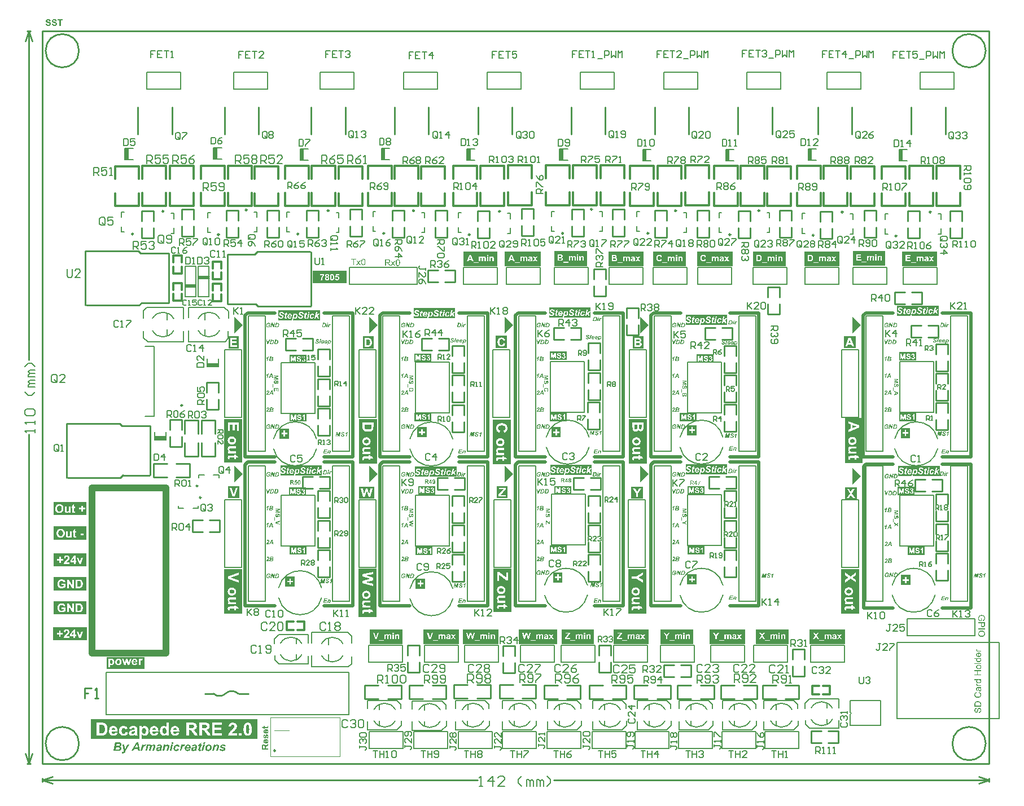
<source format=gto>
%FSTAX43Y43*%
%MOMM*%
G71*
G01*
G75*
%ADD10R,2.540X1.524*%
%ADD11R,1.524X1.524*%
%ADD12R,0.600X1.000*%
%ADD13R,1.143X1.270*%
%ADD14R,1.524X1.524*%
%ADD15R,1.700X1.200*%
%ADD16R,1.270X1.143*%
%ADD17R,0.762X0.762*%
%ADD18R,1.100X1.000*%
%ADD19R,2.400X1.000*%
%ADD20R,3.000X1.400*%
%ADD21R,6.500X6.000*%
%ADD22R,1.000X0.600*%
%ADD23R,0.500X1.600*%
%ADD24R,4.500X4.200*%
G04:AMPARAMS|DCode=25|XSize=3mm|YSize=1mm|CornerRadius=0mm|HoleSize=0mm|Usage=FLASHONLY|Rotation=180.000|XOffset=0mm|YOffset=0mm|HoleType=Round|Shape=Octagon|*
%AMOCTAGOND25*
4,1,8,-1.500,0.250,-1.500,-0.250,-1.250,-0.500,1.250,-0.500,1.500,-0.250,1.500,0.250,1.250,0.500,-1.250,0.500,-1.500,0.250,0.0*
%
%ADD25OCTAGOND25*%

%ADD26R,2.400X1.050*%
%ADD27R,8.900X10.650*%
%ADD28R,1.200X1.700*%
%ADD29R,2.000X1.000*%
%ADD30R,1.200X1.150*%
%ADD31R,1.100X1.100*%
%ADD32R,0.700X1.000*%
%ADD33R,1.000X0.600*%
%ADD34R,1.000X0.700*%
%ADD35R,0.900X1.400*%
%ADD36R,1.200X1.450*%
%ADD37O,0.450X1.700*%
%ADD38R,0.450X1.700*%
%ADD39R,0.762X0.762*%
%ADD40C,0.600*%
%ADD41C,0.500*%
%ADD42C,0.400*%
%ADD43C,0.300*%
%ADD44C,1.200*%
%ADD45C,1.000*%
%ADD46C,1.500*%
%ADD47C,2.540*%
%ADD48C,0.800*%
%ADD49C,2.000*%
%ADD50C,0.700*%
%ADD51C,1.700*%
%ADD52C,1.300*%
%ADD53C,5.500*%
%ADD54C,5.000*%
%ADD55C,1.400*%
%ADD56C,1.600*%
%ADD57C,0.254*%
%ADD58C,0.152*%
%ADD59R,1.500X1.500*%
%ADD60C,1.500*%
%ADD61C,3.000*%
%ADD62R,1.500X1.500*%
%ADD63R,6.000X5.500*%
%ADD64C,2.500*%
%ADD65C,2.000*%
%ADD66C,1.200*%
%ADD67C,1.000*%
%ADD68C,0.250*%
%ADD69C,0.200*%
%ADD70C,0.305*%
%ADD71C,0.150*%
%ADD72C,0.100*%
%ADD73C,0.203*%
%ADD74R,1.700X0.550*%
%ADD75R,0.550X1.700*%
G36*
X0104152Y0044082D02*
X0104159Y0044081D01*
X0104168Y004408D01*
X0104178Y0044077D01*
X0104189Y0044075D01*
X0104201Y004407D01*
X0104152Y0043965D01*
X0104151D01*
X0104149Y0043966D01*
X0104145Y0043967D01*
X0104141Y0043968D01*
X0104128Y004397D01*
X0104114Y0043971D01*
X0104109D01*
X0104103Y004397D01*
X0104094Y0043968D01*
X0104084Y0043966D01*
X0104072Y0043961D01*
X010406Y0043955D01*
X0104047Y0043946D01*
X0104046Y0043945D01*
X0104041Y0043941D01*
X0104035Y0043936D01*
X0104028Y0043928D01*
X0104019Y0043919D01*
X010401Y0043907D01*
X0104002Y0043894D01*
X0103994Y0043879D01*
X0103993Y0043877D01*
X0103992Y0043875D01*
X0103991Y0043871D01*
X0103989Y0043867D01*
X0103987Y0043862D01*
X0103985Y0043855D01*
X0103982Y0043848D01*
X0103979Y0043839D01*
X0103976Y0043829D01*
X0103973Y0043818D01*
X010397Y0043806D01*
X0103967Y0043793D01*
X0103963Y0043779D01*
X010396Y0043764D01*
X0103956Y0043748D01*
X0103925Y00436D01*
X0103799D01*
X0103898Y0044072D01*
X0104015D01*
X0103998Y0043982D01*
X0103999Y0043983D01*
X0104001Y0043986D01*
X0104005Y0043991D01*
X0104009Y0043998D01*
X0104015Y0044006D01*
X0104022Y0044014D01*
X0104031Y0044024D01*
X010404Y0044033D01*
X0104062Y0044052D01*
X0104074Y004406D01*
X0104086Y0044068D01*
X01041Y0044075D01*
X0104113Y0044079D01*
X0104127Y0044082D01*
X0104141Y0044083D01*
X0104146D01*
X0104152Y0044082D01*
D02*
G37*
G36*
X0103792Y0044135D02*
X0103665D01*
X0103689Y0044251D01*
X0103815D01*
X0103792Y0044135D01*
D02*
G37*
G36*
X010368Y00436D02*
X0103554D01*
X0103652Y0044072D01*
X0103778D01*
X010368Y00436D01*
D02*
G37*
G36*
X009485Y0043754D02*
X0094859Y0043753D01*
X009487Y0043752D01*
X0094882Y0043751D01*
X0094896Y0043748D01*
X0094925Y0043742D01*
X0094955Y0043733D01*
X0094969Y0043727D01*
X0094984Y004372D01*
X0094998Y0043711D01*
X0095011Y0043702D01*
X0095012Y0043701D01*
X0095014Y00437D01*
X0095018Y0043696D01*
X0095022Y0043692D01*
X0095028Y0043687D01*
X0095034Y004368D01*
X0095041Y0043672D01*
X0095048Y0043663D01*
X0095056Y0043653D01*
X0095064Y0043642D01*
X0095071Y004363D01*
X0095078Y0043616D01*
X0095085Y0043601D01*
X0095091Y0043585D01*
X0095097Y0043567D01*
X0095102Y0043549D01*
X0094977Y0043536D01*
Y0043537D01*
X0094976Y0043538D01*
X0094975Y0043541D01*
X0094974Y0043544D01*
X009497Y0043554D01*
X0094964Y0043566D01*
X0094957Y0043579D01*
X0094948Y0043593D01*
X0094937Y0043606D01*
X0094924Y0043618D01*
X0094922Y0043619D01*
X0094917Y0043623D01*
X0094909Y0043627D01*
X0094899Y0043633D01*
X0094885Y0043638D01*
X0094869Y0043643D01*
X0094852Y0043646D01*
X0094832Y0043647D01*
X0094826D01*
X0094821Y0043646D01*
X0094815D01*
X0094809Y0043645D01*
X0094793Y0043643D01*
X0094774Y0043638D01*
X0094754Y0043632D01*
X0094734Y0043624D01*
X0094713Y0043612D01*
X0094712D01*
X0094711Y004361D01*
X0094708Y0043608D01*
X0094704Y0043606D01*
X0094694Y0043597D01*
X0094682Y0043586D01*
X0094669Y0043571D01*
X0094654Y0043553D01*
X0094642Y0043532D01*
X0094629Y0043507D01*
Y0043506D01*
X0094628Y0043504D01*
X0094626Y00435D01*
X0094624Y0043495D01*
X0094622Y0043488D01*
X009462Y004348D01*
X0094617Y0043471D01*
X0094614Y0043461D01*
X0094609Y0043438D01*
X0094604Y0043413D01*
X00946Y0043384D01*
X0094599Y0043353D01*
Y0043352D01*
Y0043349D01*
Y0043345D01*
X00946Y0043339D01*
Y0043333D01*
X0094601Y0043326D01*
X0094604Y0043308D01*
X0094608Y0043288D01*
X0094615Y0043267D01*
X0094624Y0043248D01*
X009463Y0043239D01*
X0094636Y0043231D01*
X0094638Y0043229D01*
X0094643Y0043226D01*
X0094651Y004322D01*
X0094663Y0043213D01*
X0094679Y0043205D01*
X0094698Y0043199D01*
X009472Y0043195D01*
X0094746Y0043193D01*
X0094752D01*
X0094761Y0043194D01*
X0094772Y0043195D01*
X0094786Y0043196D01*
X0094801Y0043198D01*
X0094817Y0043201D01*
X0094834Y0043205D01*
X0094835D01*
X0094836Y0043206D01*
X0094842Y0043207D01*
X009485Y004321D01*
X009486Y0043213D01*
X0094873Y0043217D01*
X0094886Y0043222D01*
X0094899Y0043228D01*
X0094912Y0043233D01*
X0094932Y0043332D01*
X0094765D01*
X0094788Y004344D01*
X0095079D01*
X0095021Y004316D01*
X009502D01*
X0095019Y0043159D01*
X0095016Y0043157D01*
X0095012Y0043154D01*
X0095007Y0043151D01*
X0095001Y0043148D01*
X0094986Y004314D01*
X0094967Y0043131D01*
X0094946Y0043122D01*
X0094921Y0043113D01*
X0094894Y0043104D01*
X0094893D01*
X0094891Y0043103D01*
X0094887Y0043102D01*
X0094881Y00431D01*
X0094874Y0043099D01*
X0094866Y0043097D01*
X0094857Y0043095D01*
X0094848Y0043093D01*
X0094824Y0043088D01*
X0094798Y0043085D01*
X009477Y0043082D01*
X0094742Y0043081D01*
X009473D01*
X0094722Y0043082D01*
X0094712Y0043083D01*
X00947Y0043084D01*
X0094687Y0043086D01*
X0094673Y0043088D01*
X0094644Y0043094D01*
X0094613Y0043104D01*
X0094597Y0043111D01*
X0094583Y0043118D01*
X0094569Y0043125D01*
X0094556Y0043135D01*
X0094555Y0043136D01*
X0094552Y0043139D01*
X0094548Y0043143D01*
X0094542Y0043149D01*
X0094537Y0043157D01*
X0094529Y0043166D01*
X0094521Y0043178D01*
X0094513Y004319D01*
X0094505Y0043205D01*
X0094497Y0043221D01*
X0094489Y0043238D01*
X0094483Y0043258D01*
X0094477Y0043279D01*
X0094473Y0043302D01*
X009447Y0043326D01*
X0094469Y0043351D01*
Y0043352D01*
Y0043355D01*
Y004336D01*
X009447Y0043367D01*
Y0043376D01*
X0094471Y0043386D01*
X0094472Y0043397D01*
X0094474Y004341D01*
X0094476Y0043424D01*
X0094478Y0043438D01*
X0094485Y0043468D01*
X0094494Y0043501D01*
X0094507Y0043534D01*
X0094508Y0043535D01*
X0094509Y0043539D01*
X0094512Y0043543D01*
X0094515Y0043551D01*
X009452Y0043559D01*
X0094526Y004357D01*
X0094532Y0043581D01*
X009454Y0043593D01*
X0094557Y004362D01*
X0094579Y0043647D01*
X0094605Y0043672D01*
X009462Y0043685D01*
X0094635Y0043696D01*
X0094636Y0043697D01*
X0094639Y0043699D01*
X0094644Y0043701D01*
X0094649Y0043705D01*
X0094657Y004371D01*
X0094667Y0043715D01*
X0094678Y004372D01*
X009469Y0043726D01*
X0094704Y0043731D01*
X0094719Y0043736D01*
X0094736Y0043741D01*
X0094752Y0043746D01*
X009477Y004375D01*
X009479Y0043752D01*
X009481Y0043754D01*
X0094831Y0043755D01*
X0094842D01*
X009485Y0043754D01*
D02*
G37*
G36*
X0103267Y004425D02*
X0103281D01*
X0103294Y0044249D01*
X01033D01*
X0103304Y0044248D01*
X0103306D01*
X0103311Y0044247D01*
X0103319Y0044246D01*
X0103329Y0044244D01*
X010334Y0044242D01*
X0103352Y0044239D01*
X0103376Y0044231D01*
X0103377Y004423D01*
X0103381Y0044229D01*
X0103388Y0044226D01*
X0103395Y0044222D01*
X0103404Y0044217D01*
X0103414Y0044211D01*
X0103424Y0044204D01*
X0103434Y0044196D01*
X0103435Y0044195D01*
X0103439Y0044192D01*
X0103444Y0044187D01*
X010345Y0044181D01*
X0103457Y0044174D01*
X0103465Y0044165D01*
X0103473Y0044155D01*
X0103479Y0044143D01*
X010348Y0044142D01*
X0103482Y0044137D01*
X0103486Y0044131D01*
X010349Y0044122D01*
X0103494Y0044111D01*
X0103499Y0044098D01*
X0103504Y0044084D01*
X0103508Y004407D01*
X0103509Y0044068D01*
X010351Y0044063D01*
X0103512Y0044054D01*
X0103514Y0044043D01*
X0103516Y004403D01*
X0103517Y0044015D01*
X0103519Y0043998D01*
Y004398D01*
Y0043979D01*
Y0043975D01*
Y004397D01*
X0103518Y0043963D01*
Y0043954D01*
X0103517Y0043943D01*
X0103516Y0043931D01*
X0103514Y0043918D01*
X0103509Y0043888D01*
X0103502Y0043858D01*
X0103492Y0043825D01*
X0103479Y0043793D01*
Y0043792D01*
X0103477Y0043789D01*
X0103475Y0043785D01*
X0103472Y0043779D01*
X0103468Y0043773D01*
X0103463Y0043765D01*
X0103451Y0043747D01*
X0103436Y0043726D01*
X0103419Y0043705D01*
X0103399Y0043683D01*
X0103377Y0043664D01*
X0103376D01*
X0103375Y0043662D01*
X0103373Y004366D01*
X010337Y0043658D01*
X0103359Y0043652D01*
X0103345Y0043644D01*
X0103328Y0043635D01*
X0103307Y0043625D01*
X0103283Y0043617D01*
X0103258Y0043609D01*
X0103256D01*
X0103254Y0043608D01*
X010325D01*
X0103246Y0043607D01*
X010324Y0043606D01*
X0103234Y0043605D01*
X0103226D01*
X0103217Y0043604D01*
X0103208Y0043603D01*
X0103197Y0043602D01*
X0103185Y0043601D01*
X0103173D01*
X010316Y00436D01*
X01029D01*
X0103035Y0044251D01*
X0103251D01*
X0103267Y004425D01*
D02*
G37*
G36*
X0109552Y00279D02*
X0109424D01*
X0109517Y002835D01*
X0109515Y0028349D01*
X010951Y0028346D01*
X0109502Y0028341D01*
X0109491Y0028334D01*
X0109477Y0028327D01*
X0109461Y0028319D01*
X0109444Y002831D01*
X0109426Y0028302D01*
X0109425D01*
X0109424Y0028301D01*
X0109421Y00283D01*
X0109417Y0028298D01*
X0109407Y0028295D01*
X0109395Y002829D01*
X010938Y0028285D01*
X0109365Y002828D01*
X0109349Y0028276D01*
X0109333Y0028272D01*
X0109357Y0028386D01*
X0109359Y0028387D01*
X0109364Y0028389D01*
X0109373Y0028393D01*
X0109384Y0028399D01*
X0109398Y0028406D01*
X0109414Y0028414D01*
X0109431Y0028423D01*
X010945Y0028434D01*
X010947Y0028446D01*
X0109491Y0028459D01*
X0109534Y0028487D01*
X0109554Y0028502D01*
X0109574Y0028519D01*
X0109593Y0028536D01*
X0109611Y0028554D01*
X0109689D01*
X0109552Y00279D01*
D02*
G37*
G36*
X0103993Y0025082D02*
X0104002Y0025081D01*
X0104016Y0025079D01*
X0104031Y0025074D01*
X0104046Y0025069D01*
X0104061Y0025061D01*
X0104075Y0025049D01*
X0104077Y0025047D01*
X0104081Y0025043D01*
X0104086Y0025035D01*
X0104093Y0025025D01*
X0104099Y0025012D01*
X0104105Y0024997D01*
X0104108Y0024979D01*
X0104109Y002496D01*
Y0024959D01*
Y0024955D01*
X0104108Y0024948D01*
X0104107Y0024939D01*
X0104106Y0024926D01*
X0104103Y0024909D01*
X0104099Y0024889D01*
X0104097Y0024878D01*
X0104094Y0024865D01*
X0104036Y00246D01*
X010391D01*
X0103968Y0024866D01*
Y0024867D01*
X0103969Y0024869D01*
Y0024872D01*
X010397Y0024876D01*
X0103972Y0024886D01*
X0103974Y0024898D01*
X0103976Y002491D01*
X0103979Y0024922D01*
X010398Y0024931D01*
X0103981Y0024935D01*
Y0024938D01*
Y0024939D01*
Y0024942D01*
X010398Y0024947D01*
X0103979Y0024952D01*
X0103977Y0024959D01*
X0103975Y0024965D01*
X0103971Y0024971D01*
X0103966Y0024977D01*
X0103965Y0024978D01*
X0103963Y0024979D01*
X010396Y0024982D01*
X0103955Y0024985D01*
X0103949Y0024987D01*
X0103942Y002499D01*
X0103934Y0024991D01*
X0103924Y0024992D01*
X0103919D01*
X0103913Y0024991D01*
X0103905Y0024989D01*
X0103896Y0024986D01*
X0103886Y0024982D01*
X0103874Y0024976D01*
X0103861Y0024969D01*
X0103859Y0024968D01*
X0103855Y0024965D01*
X0103849Y0024959D01*
X0103841Y0024952D01*
X0103832Y0024943D01*
X0103823Y0024932D01*
X0103813Y002492D01*
X0103805Y0024906D01*
X0103804Y0024905D01*
X0103803Y00249D01*
X01038Y0024893D01*
X0103798Y0024887D01*
X0103796Y0024881D01*
X0103793Y0024874D01*
X0103791Y0024866D01*
X0103789Y0024858D01*
X0103786Y0024847D01*
X0103783Y0024835D01*
X010378Y0024823D01*
X0103777Y0024808D01*
X0103773Y0024793D01*
X0103733Y00246D01*
X0103607D01*
X0103705Y0025072D01*
X0103825D01*
X0103813Y0025009D01*
X0103814D01*
X0103815Y0025011D01*
X0103821Y0025016D01*
X010383Y0025023D01*
X0103841Y0025031D01*
X0103854Y0025041D01*
X0103869Y002505D01*
X0103884Y0025059D01*
X0103898Y0025066D01*
X01039Y0025067D01*
X0103905Y0025069D01*
X0103913Y0025072D01*
X0103924Y0025074D01*
X0103937Y0025077D01*
X0103951Y002508D01*
X0103967Y0025082D01*
X0103983Y0025083D01*
X0103989D01*
X0103993Y0025082D01*
D02*
G37*
G36*
X0041923Y0043232D02*
X0037929D01*
X0038005Y0043596D01*
X003802Y0043577D01*
X0038034Y0043559D01*
X0038051Y0043544D01*
X0038069Y004353D01*
X0038086Y004352D01*
X0038104Y0043511D01*
X0038122Y0043504D01*
X0038138Y0043498D01*
X003817Y0043489D01*
X0038183Y0043486D01*
X0038195Y0043484D01*
X0038204D01*
X0038211Y0043483D01*
X0038217D01*
X0038242Y0043484D01*
X0038268Y0043487D01*
X003829Y0043493D01*
X0038312Y0043501D01*
X0038354Y0043519D01*
X0038372Y0043529D01*
X0038388Y0043539D01*
X0038403Y004355D01*
X0038416Y0043559D01*
X0038428Y0043569D01*
X0038437Y0043577D01*
X0038444Y0043584D01*
X003845Y004359D01*
X0038453Y0043593D01*
X0038455Y0043594D01*
X0038476Y004362D01*
X0038494Y0043646D01*
X003851Y0043675D01*
X0038523Y0043701D01*
X0038534Y004373D01*
X0038544Y0043756D01*
X0038551Y0043782D01*
X0038557Y0043807D01*
X0038562Y0043831D01*
X0038566Y0043851D01*
X0038569Y0043871D01*
X0038571Y0043887D01*
X0038572Y0043902D01*
Y0043911D01*
Y0043918D01*
Y004392D01*
Y0043948D01*
X0038569Y0043973D01*
X0038566Y0043997D01*
X0038562Y0044019D01*
X0038556Y004404D01*
X003855Y0044059D01*
X0038544Y0044076D01*
X0038538Y0044091D01*
X0038532Y0044104D01*
X0038526Y0044116D01*
X003852Y0044126D01*
X0038514Y0044134D01*
X003851Y0044141D01*
X0038507Y0044146D01*
X0038505Y0044147D01*
X0038504Y0044149D01*
X0038491Y0044162D01*
X0038477Y0044174D01*
X0038462Y0044184D01*
X0038447Y0044193D01*
X0038418Y0044207D01*
X0038389Y0044217D01*
X0038364Y0044221D01*
X0038354Y0044223D01*
X0038343Y0044224D01*
X0038336Y0044226D01*
X0038326D01*
X0038305Y0044224D01*
X0038284Y0044223D01*
X0038266Y0044218D01*
X003825Y0044215D01*
X0038236Y0044211D01*
X0038226Y0044207D01*
X003822Y0044205D01*
X0038217Y0044204D01*
X0038198Y0044195D01*
X0038179Y0044184D01*
X0038161Y0044172D01*
X0038144Y0044162D01*
X0038129Y0044152D01*
X0038119Y0044143D01*
X0038112Y0044137D01*
X0038109Y0044135D01*
X0038124Y0044208D01*
X0037944D01*
X003774Y0043232D01*
X00357D01*
Y0044763D01*
X0041923D01*
Y0043232D01*
D02*
G37*
G36*
X0103595Y0025142D02*
X0103247D01*
X0103214Y0024994D01*
X0103553D01*
X010353Y0024885D01*
X010319D01*
X0103153Y0024709D01*
X0103531D01*
X0103508Y00246D01*
X0103D01*
X0103135Y0025251D01*
X0103618D01*
X0103595Y0025142D01*
D02*
G37*
G36*
X0108524Y00279D02*
X0108403D01*
X0108515Y0028439D01*
X0108274Y00279D01*
X0108148D01*
X0108124Y0028443D01*
X0108021Y00279D01*
X01079D01*
X0108036Y0028551D01*
X0108226D01*
X0108247Y0028104D01*
X010845Y0028551D01*
X0108642D01*
X0108524Y00279D01*
D02*
G37*
G36*
X0109007Y0028561D02*
X0109017Y002856D01*
X0109028Y0028559D01*
X010904Y0028557D01*
X0109053Y0028555D01*
X0109082Y0028549D01*
X0109112Y0028539D01*
X0109125Y0028533D01*
X0109139Y0028525D01*
X0109153Y0028517D01*
X0109165Y0028507D01*
X0109166Y0028506D01*
X0109168Y0028505D01*
X0109171Y0028501D01*
X0109175Y0028497D01*
X010918Y0028492D01*
X0109186Y0028485D01*
X0109192Y0028478D01*
X0109198Y002847D01*
X0109204Y002846D01*
X010921Y0028449D01*
X0109216Y0028437D01*
X0109221Y0028424D01*
X010923Y0028395D01*
X0109233Y002838D01*
X0109235Y0028364D01*
X0109108Y0028359D01*
Y002836D01*
Y0028361D01*
X0109107Y0028367D01*
X0109105Y0028375D01*
X0109102Y0028385D01*
X0109097Y0028396D01*
X0109091Y0028408D01*
X0109083Y002842D01*
X0109073Y002843D01*
X0109072Y0028431D01*
X0109068Y0028434D01*
X0109061Y0028438D01*
X0109051Y0028443D01*
X0109039Y0028448D01*
X0109025Y0028452D01*
X0109007Y0028455D01*
X0108988Y0028456D01*
X0108979D01*
X0108969Y0028455D01*
X0108957Y0028454D01*
X0108944Y0028451D01*
X0108931Y0028448D01*
X0108918Y0028443D01*
X0108908Y0028436D01*
X0108907Y0028435D01*
X0108904Y0028432D01*
X0108901Y0028428D01*
X0108897Y0028422D01*
X0108893Y0028415D01*
X0108889Y0028407D01*
X0108886Y0028397D01*
X0108885Y0028386D01*
Y0028385D01*
Y0028381D01*
X0108886Y0028376D01*
X0108888Y0028371D01*
X010889Y0028363D01*
X0108894Y0028355D01*
X0108899Y0028348D01*
X0108905Y002834D01*
X0108906Y0028339D01*
X010891Y0028337D01*
X0108916Y0028332D01*
X0108926Y0028327D01*
X0108939Y0028319D01*
X0108947Y0028315D01*
X0108956Y0028311D01*
X0108966Y0028306D01*
X0108977Y00283D01*
X0108989Y0028295D01*
X0109003Y0028289D01*
X0109004Y0028288D01*
X0109007Y0028287D01*
X0109013Y0028284D01*
X010902Y0028281D01*
X0109029Y0028277D01*
X0109039Y0028272D01*
X0109062Y0028262D01*
X0109087Y0028249D01*
X010911Y0028236D01*
X010912Y0028229D01*
X010913Y0028222D01*
X0109138Y0028216D01*
X0109145Y002821D01*
X0109146D01*
X0109147Y0028208D01*
X0109152Y0028202D01*
X010916Y0028192D01*
X0109169Y0028179D01*
X0109177Y0028163D01*
X0109185Y0028144D01*
X010919Y0028121D01*
X0109192Y0028109D01*
Y0028096D01*
Y0028095D01*
Y0028092D01*
Y0028088D01*
X0109191Y0028081D01*
X010919Y0028074D01*
X0109188Y0028065D01*
X0109186Y0028056D01*
X0109183Y0028046D01*
X010918Y0028034D01*
X0109175Y0028022D01*
X010917Y002801D01*
X0109163Y0027997D01*
X0109155Y0027985D01*
X0109146Y0027972D01*
X0109135Y002796D01*
X0109123Y0027949D01*
X0109122Y0027948D01*
X010912Y0027946D01*
X0109116Y0027943D01*
X0109111Y002794D01*
X0109104Y0027935D01*
X0109096Y002793D01*
X0109086Y0027924D01*
X0109074Y0027919D01*
X0109061Y0027913D01*
X0109047Y0027907D01*
X0109031Y0027902D01*
X0109014Y0027898D01*
X0108996Y0027894D01*
X0108977Y0027891D01*
X0108955Y0027889D01*
X0108933Y0027888D01*
X0108919D01*
X0108911Y0027889D01*
X0108903Y002789D01*
X0108894D01*
X0108884Y0027892D01*
X0108861Y0027895D01*
X0108836Y00279D01*
X0108811Y0027907D01*
X0108788Y0027916D01*
X0108787D01*
X0108785Y0027917D01*
X0108782Y0027919D01*
X0108778Y0027921D01*
X0108767Y0027928D01*
X0108754Y0027936D01*
X0108739Y0027948D01*
X0108725Y002796D01*
X0108711Y0027976D01*
X01087Y0027994D01*
Y0027995D01*
X0108699Y0027996D01*
X0108698Y0027999D01*
X0108696Y0028003D01*
X0108692Y0028014D01*
X0108689Y0028028D01*
X0108684Y0028045D01*
X0108681Y0028064D01*
X0108678Y0028086D01*
Y002811D01*
X0108805Y0028117D01*
Y0028116D01*
Y0028114D01*
Y0028111D01*
X0108806Y0028107D01*
X0108807Y0028096D01*
X0108808Y0028083D01*
X0108811Y002807D01*
X0108815Y0028057D01*
X010882Y0028045D01*
X0108826Y0028035D01*
X0108827Y0028034D01*
X0108832Y002803D01*
X0108839Y0028024D01*
X0108851Y0028018D01*
X0108857Y0028014D01*
X0108865Y0028011D01*
X0108874Y0028008D01*
X0108884Y0028006D01*
X0108895Y0028003D01*
X0108906Y0028002D01*
X010892Y0028D01*
X0108945D01*
X0108957Y0028001D01*
X0108971Y0028003D01*
X0108987Y0028006D01*
X0109003Y002801D01*
X0109017Y0028015D01*
X010903Y0028023D01*
X0109031Y0028024D01*
X0109035Y0028027D01*
X010904Y0028032D01*
X0109045Y0028039D01*
X0109051Y0028048D01*
X0109055Y0028058D01*
X0109059Y0028068D01*
X010906Y002808D01*
Y0028081D01*
Y0028085D01*
X0109059Y002809D01*
X0109057Y0028097D01*
X0109054Y0028105D01*
X0109049Y0028113D01*
X0109043Y0028121D01*
X0109035Y0028129D01*
X0109034Y002813D01*
X0109031Y0028132D01*
X0109026Y0028136D01*
X0109017Y0028141D01*
X0109011Y0028144D01*
X0109006Y0028147D01*
X0108998Y0028151D01*
X0108989Y0028156D01*
X0108979Y002816D01*
X0108968Y0028164D01*
X0108956Y002817D01*
X0108942Y0028176D01*
X0108941D01*
X0108939Y0028177D01*
X0108935Y0028179D01*
X010893Y0028182D01*
X0108923Y0028184D01*
X0108916Y0028188D01*
X0108901Y0028195D01*
X0108882Y0028204D01*
X0108864Y0028213D01*
X0108846Y0028222D01*
X0108831Y0028231D01*
X0108829Y0028232D01*
X0108825Y0028235D01*
X0108819Y002824D01*
X0108811Y0028247D01*
X0108802Y0028255D01*
X0108794Y0028265D01*
X0108785Y0028275D01*
X0108777Y0028288D01*
X0108776Y002829D01*
X0108774Y0028294D01*
X0108771Y0028302D01*
X0108767Y0028312D01*
X0108763Y0028324D01*
X010876Y0028338D01*
X0108758Y0028354D01*
X0108757Y0028371D01*
Y0028372D01*
Y0028375D01*
Y0028378D01*
X0108758Y0028384D01*
X0108759Y0028391D01*
X010876Y0028399D01*
X0108765Y0028418D01*
X0108772Y002844D01*
X0108777Y0028452D01*
X0108782Y0028463D01*
X0108789Y0028475D01*
X0108796Y0028485D01*
X0108805Y0028496D01*
X0108816Y0028507D01*
X0108817Y0028508D01*
X0108819Y0028509D01*
X0108822Y0028512D01*
X0108827Y0028516D01*
X0108833Y002852D01*
X0108841Y0028524D01*
X010885Y0028529D01*
X010886Y0028535D01*
X0108872Y002854D01*
X0108885Y0028545D01*
X0108899Y0028549D01*
X0108914Y0028553D01*
X0108931Y0028557D01*
X0108949Y002856D01*
X0108968Y0028561D01*
X0108989Y0028562D01*
X0109D01*
X0109007Y0028561D01*
D02*
G37*
G36*
X0095479Y0035473D02*
X0095352D01*
X009533Y0035616D01*
X0095072D01*
X0094994Y0035473D01*
X0094856D01*
X0095222Y0036124D01*
X0095374D01*
X0095479Y0035473D01*
D02*
G37*
G36*
X0094688Y0038013D02*
X0094559D01*
X0094652Y0038463D01*
X009465Y0038462D01*
X0094646Y0038459D01*
X0094638Y0038454D01*
X0094627Y0038447D01*
X0094613Y003844D01*
X0094597Y0038432D01*
X009458Y0038423D01*
X0094561Y0038415D01*
X009456D01*
X0094559Y0038414D01*
X0094556Y0038413D01*
X0094552Y0038411D01*
X0094542Y0038408D01*
X0094531Y0038403D01*
X0094516Y0038398D01*
X0094501Y0038393D01*
X0094485Y0038389D01*
X0094469Y0038385D01*
X0094493Y0038499D01*
X0094495Y00385D01*
X00945Y0038502D01*
X0094509Y0038506D01*
X009452Y0038512D01*
X0094534Y0038519D01*
X0094549Y0038527D01*
X0094567Y0038536D01*
X0094586Y0038547D01*
X0094606Y0038559D01*
X0094627Y0038571D01*
X0094669Y00386D01*
X009469Y0038615D01*
X009471Y0038632D01*
X0094729Y0038649D01*
X0094747Y0038667D01*
X0094825D01*
X0094688Y0038013D01*
D02*
G37*
G36*
Y0035473D02*
X0094559D01*
X0094652Y0035923D01*
X009465Y0035922D01*
X0094646Y0035919D01*
X0094638Y0035914D01*
X0094627Y0035907D01*
X0094613Y00359D01*
X0094597Y0035892D01*
X009458Y0035883D01*
X0094561Y0035875D01*
X009456D01*
X0094559Y0035874D01*
X0094556Y0035873D01*
X0094552Y0035871D01*
X0094542Y0035868D01*
X0094531Y0035863D01*
X0094516Y0035858D01*
X0094501Y0035853D01*
X0094485Y0035849D01*
X0094469Y0035845D01*
X0094493Y0035959D01*
X0094495Y003596D01*
X00945Y0035962D01*
X0094509Y0035966D01*
X009452Y0035972D01*
X0094534Y0035979D01*
X0094549Y0035987D01*
X0094567Y0035996D01*
X0094586Y0036007D01*
X0094606Y0036019D01*
X0094627Y0036031D01*
X0094669Y003606D01*
X009469Y0036075D01*
X009471Y0036092D01*
X0094729Y0036109D01*
X0094747Y0036127D01*
X0094825D01*
X0094688Y0035473D01*
D02*
G37*
G36*
X0094752Y0033586D02*
X0094759D01*
X0094768Y0033584D01*
X0094789Y0033581D01*
X0094812Y0033575D01*
X0094836Y0033566D01*
X0094847Y003356D01*
X0094858Y0033554D01*
X0094869Y0033546D01*
X0094879Y0033537D01*
X009488Y0033536D01*
X0094881Y0033535D01*
X0094884Y0033532D01*
X0094887Y0033528D01*
X0094891Y0033523D01*
X0094896Y0033517D01*
X0094906Y0033502D01*
X0094915Y0033485D01*
X0094924Y0033463D01*
X009493Y0033439D01*
X0094931Y0033425D01*
X0094932Y0033411D01*
Y0033409D01*
Y0033404D01*
X0094931Y0033397D01*
X009493Y0033387D01*
X0094928Y0033376D01*
X0094925Y0033363D01*
X0094921Y0033349D01*
X0094915Y0033334D01*
X0094914Y0033332D01*
X0094912Y0033327D01*
X0094908Y0033319D01*
X0094903Y0033309D01*
X0094895Y0033297D01*
X0094886Y0033283D01*
X0094876Y0033268D01*
X0094863Y0033252D01*
X0094862Y0033251D01*
X0094858Y0033246D01*
X0094853Y003324D01*
X0094844Y003323D01*
X0094832Y0033218D01*
X0094817Y0033203D01*
X0094799Y0033186D01*
X0094778Y0033167D01*
X0094777Y0033166D01*
X0094775Y0033165D01*
X0094772Y0033162D01*
X0094768Y0033158D01*
X0094758Y0033148D01*
X0094747Y0033136D01*
X0094733Y0033124D01*
X009472Y0033111D01*
X0094708Y0033099D01*
X0094699Y003309D01*
X0094698Y0033089D01*
X0094696Y0033087D01*
X0094692Y0033083D01*
X0094687Y0033077D01*
X0094682Y0033071D01*
X0094676Y0033065D01*
X0094663Y0033049D01*
X0094887D01*
X0094863Y0032933D01*
X0094469D01*
Y0032934D01*
Y0032935D01*
X009447Y0032941D01*
X0094472Y003295D01*
X0094475Y0032961D01*
X0094479Y0032975D01*
X0094483Y0032991D01*
X009449Y0033007D01*
X0094497Y0033023D01*
Y0033024D01*
X0094498Y0033025D01*
X0094501Y0033031D01*
X0094506Y0033039D01*
X0094512Y003305D01*
X009452Y0033062D01*
X009453Y0033075D01*
X009454Y003309D01*
X0094551Y0033104D01*
X0094553Y0033106D01*
X0094558Y0033111D01*
X0094566Y003312D01*
X0094572Y0033126D01*
X0094579Y0033133D01*
X0094586Y0033141D01*
X0094595Y003315D01*
X0094605Y003316D01*
X0094616Y0033171D01*
X0094628Y0033182D01*
X0094642Y0033195D01*
X0094655Y0033209D01*
X0094671Y0033224D01*
X0094672Y0033225D01*
X0094674Y0033227D01*
X0094677Y003323D01*
X0094682Y0033234D01*
X0094693Y0033245D01*
X0094706Y0033258D01*
X009472Y0033272D01*
X0094734Y0033285D01*
X0094746Y0033297D01*
X009475Y0033302D01*
X0094753Y0033306D01*
X0094754Y0033308D01*
X0094758Y0033312D01*
X0094763Y0033318D01*
X009477Y0033327D01*
X0094777Y0033336D01*
X0094784Y0033346D01*
X0094791Y0033356D01*
X0094796Y0033366D01*
X0094797Y0033367D01*
X0094798Y003337D01*
X00948Y0033375D01*
X0094802Y0033382D01*
X0094806Y0033396D01*
X0094808Y0033404D01*
Y0033412D01*
Y0033413D01*
Y0033418D01*
X0094807Y0033424D01*
X0094806Y0033431D01*
X0094803Y003344D01*
X00948Y0033449D01*
X0094795Y0033458D01*
X0094788Y0033466D01*
X0094787Y0033467D01*
X0094785Y0033469D01*
X009478Y0033473D01*
X0094775Y0033477D01*
X0094768Y003348D01*
X0094759Y0033484D01*
X0094751Y0033486D01*
X009474Y0033487D01*
X0094735D01*
X0094729Y0033486D01*
X0094722Y0033484D01*
X0094714Y0033481D01*
X0094705Y0033477D01*
X0094696Y0033471D01*
X0094687Y0033463D01*
X0094686Y0033462D01*
X0094683Y0033459D01*
X0094679Y0033453D01*
X0094674Y0033444D01*
X0094669Y0033433D01*
X0094663Y0033418D01*
X0094658Y0033401D01*
X0094653Y0033381D01*
X009453Y0033398D01*
Y0033399D01*
X0094531Y0033402D01*
X0094532Y0033407D01*
X0094533Y0033413D01*
X0094535Y0033421D01*
X0094538Y003343D01*
X0094543Y003345D01*
X0094553Y0033473D01*
X0094565Y0033495D01*
X009458Y0033518D01*
X0094589Y0033528D01*
X0094599Y0033538D01*
X00946Y0033539D01*
X0094602Y003354D01*
X0094605Y0033543D01*
X0094609Y0033546D01*
X0094615Y0033549D01*
X0094621Y0033554D01*
X0094629Y0033558D01*
X0094637Y0033563D01*
X0094657Y0033572D01*
X009468Y0033579D01*
X0094707Y0033585D01*
X0094722Y0033586D01*
X0094737Y0033587D01*
X0094746D01*
X0094752Y0033586D01*
D02*
G37*
G36*
X009553Y0032933D02*
X0095403D01*
X0095382Y0033076D01*
X0095124D01*
X0095046Y0032933D01*
X0094907D01*
X0095274Y0033584D01*
X0095425D01*
X009553Y0032933D01*
D02*
G37*
G36*
X0095301Y0038663D02*
X0095318D01*
X0095335Y0038662D01*
X009535Y0038661D01*
X0095357Y003866D01*
X0095363Y0038659D01*
X0095365D01*
X0095371Y0038658D01*
X009538Y0038656D01*
X009539Y0038653D01*
X0095403Y0038649D01*
X0095417Y0038645D01*
X0095431Y0038639D01*
X0095444Y0038632D01*
X0095446Y0038631D01*
X009545Y0038628D01*
X0095456Y0038624D01*
X0095463Y0038618D01*
X0095471Y003861D01*
X009548Y0038601D01*
X0095488Y003859D01*
X0095494Y0038578D01*
X0095495Y0038577D01*
X0095497Y0038572D01*
X00955Y0038566D01*
X0095503Y0038557D01*
X0095506Y0038546D01*
X0095509Y0038534D01*
X0095511Y003852D01*
X0095512Y0038505D01*
Y0038504D01*
Y0038503D01*
Y00385D01*
Y0038496D01*
X009551Y0038486D01*
X0095508Y0038473D01*
X0095504Y0038459D01*
X0095499Y0038443D01*
X0095491Y0038427D01*
X0095482Y0038411D01*
X0095481Y0038409D01*
X0095476Y0038404D01*
X0095469Y0038397D01*
X0095459Y0038388D01*
X0095446Y0038379D01*
X009543Y0038368D01*
X0095411Y0038359D01*
X0095389Y0038351D01*
X009539D01*
X0095391Y003835D01*
X0095397Y0038348D01*
X0095406Y0038345D01*
X0095418Y003834D01*
X009543Y0038333D01*
X0095443Y0038324D01*
X0095456Y0038314D01*
X0095467Y0038301D01*
X0095468Y0038299D01*
X0095472Y0038295D01*
X0095476Y0038288D01*
X0095482Y0038278D01*
X0095487Y0038266D01*
X0095491Y0038253D01*
X0095494Y0038238D01*
X0095495Y0038222D01*
Y0038221D01*
Y0038219D01*
Y0038216D01*
Y0038212D01*
X0095494Y0038207D01*
X0095493Y0038201D01*
X0095491Y0038186D01*
X0095488Y0038169D01*
X0095482Y003815D01*
X0095473Y0038131D01*
X0095462Y0038111D01*
Y003811D01*
X009546Y0038109D01*
X0095456Y0038102D01*
X0095448Y0038093D01*
X0095438Y0038082D01*
X0095424Y0038069D01*
X0095408Y0038057D01*
X009539Y0038045D01*
X009537Y0038036D01*
X0095369D01*
X0095367Y0038035D01*
X0095364Y0038034D01*
X0095359Y0038032D01*
X0095353Y0038031D01*
X0095346Y0038029D01*
X0095337Y0038027D01*
X0095328Y0038025D01*
X0095317Y0038022D01*
X0095305Y003802D01*
X0095292Y0038018D01*
X0095278Y0038017D01*
X0095263Y0038015D01*
X0095246Y0038014D01*
X0095229Y0038013D01*
X0094904D01*
X0095039Y0038664D01*
X0095286D01*
X0095301Y0038663D01*
D02*
G37*
G36*
X0096157Y0043743D02*
X0096172D01*
X0096185Y0043742D01*
X0096191D01*
X0096195Y0043741D01*
X0096197D01*
X0096202Y004374D01*
X009621Y0043739D01*
X009622Y0043737D01*
X009623Y0043735D01*
X0096242Y0043732D01*
X0096267Y0043724D01*
X0096268Y0043723D01*
X0096272Y0043722D01*
X0096279Y0043719D01*
X0096286Y0043715D01*
X0096295Y004371D01*
X0096305Y0043704D01*
X0096315Y0043697D01*
X0096325Y0043689D01*
X0096326Y0043688D01*
X009633Y0043685D01*
X0096334Y004368D01*
X009634Y0043674D01*
X0096347Y0043666D01*
X0096355Y0043657D01*
X0096363Y0043648D01*
X009637Y0043636D01*
X0096371Y0043635D01*
X0096373Y004363D01*
X0096377Y0043624D01*
X0096381Y0043615D01*
X0096385Y0043604D01*
X009639Y0043591D01*
X0096395Y0043577D01*
X0096399Y0043562D01*
X00964Y004356D01*
X0096401Y0043555D01*
X0096403Y0043546D01*
X0096405Y0043536D01*
X0096407Y0043523D01*
X0096408Y0043508D01*
X009641Y0043491D01*
Y0043473D01*
Y0043472D01*
Y0043468D01*
Y0043463D01*
X0096409Y0043455D01*
Y0043446D01*
X0096408Y0043436D01*
X0096407Y0043424D01*
X0096405Y0043411D01*
X00964Y0043381D01*
X0096393Y004335D01*
X0096383Y0043318D01*
X0096369Y0043286D01*
Y0043285D01*
X0096367Y0043282D01*
X0096365Y0043278D01*
X0096362Y0043272D01*
X0096358Y0043266D01*
X0096353Y0043258D01*
X0096341Y0043239D01*
X0096327Y0043219D01*
X009631Y0043198D01*
X009629Y0043176D01*
X0096268Y0043157D01*
X0096267D01*
X0096266Y0043155D01*
X0096263Y0043153D01*
X009626Y0043151D01*
X0096249Y0043144D01*
X0096235Y0043136D01*
X0096219Y0043127D01*
X0096198Y0043118D01*
X0096174Y004311D01*
X0096148Y0043102D01*
X0096146D01*
X0096144Y0043101D01*
X009614D01*
X0096136Y00431D01*
X009613Y0043099D01*
X0096124Y0043098D01*
X0096117D01*
X0096108Y0043097D01*
X0096099Y0043096D01*
X0096088Y0043095D01*
X0096076Y0043094D01*
X0096064D01*
X009605Y0043093D01*
X0095791D01*
X0095925Y0043744D01*
X0096141D01*
X0096157Y0043743D01*
D02*
G37*
G36*
X0095652Y0043093D02*
X0095528D01*
X0095352Y0043531D01*
X0095261Y0043093D01*
X0095137D01*
X0095272Y0043744D01*
X0095396D01*
X0095573Y0043308D01*
X0095663Y0043744D01*
X0095788D01*
X0095652Y0043093D01*
D02*
G37*
G36*
X0094728Y0040553D02*
X0094585D01*
X0094469Y0041204D01*
X0094602D01*
X0094684Y0040711D01*
X0094954Y0041204D01*
X0095085D01*
X0094728Y0040553D01*
D02*
G37*
G36*
X0095378Y0041203D02*
X0095392D01*
X0095405Y0041202D01*
X0095411D01*
X0095415Y0041201D01*
X0095417D01*
X0095422Y00412D01*
X009543Y0041199D01*
X009544Y0041197D01*
X0095451Y0041195D01*
X0095463Y0041192D01*
X0095488Y0041184D01*
X0095489Y0041183D01*
X0095492Y0041182D01*
X0095499Y0041179D01*
X0095506Y0041175D01*
X0095515Y004117D01*
X0095525Y0041164D01*
X0095535Y0041157D01*
X0095545Y0041149D01*
X0095546Y0041148D01*
X009555Y0041145D01*
X0095555Y004114D01*
X0095561Y0041134D01*
X0095568Y0041126D01*
X0095576Y0041117D01*
X0095584Y0041108D01*
X0095591Y0041096D01*
X0095592Y0041095D01*
X0095594Y004109D01*
X0095597Y0041084D01*
X0095601Y0041075D01*
X0095605Y0041064D01*
X009561Y0041051D01*
X0095615Y0041037D01*
X0095619Y0041022D01*
X009562Y004102D01*
X0095621Y0041015D01*
X0095623Y0041006D01*
X0095625Y0040996D01*
X0095627Y0040983D01*
X0095628Y0040968D01*
X009563Y0040951D01*
Y0040933D01*
Y0040932D01*
Y0040928D01*
Y0040923D01*
X0095629Y0040915D01*
Y0040906D01*
X0095628Y0040896D01*
X0095627Y0040884D01*
X0095625Y0040871D01*
X009562Y0040841D01*
X0095613Y004081D01*
X0095603Y0040778D01*
X009559Y0040746D01*
Y0040745D01*
X0095588Y0040742D01*
X0095586Y0040738D01*
X0095583Y0040732D01*
X0095579Y0040726D01*
X0095574Y0040718D01*
X0095562Y0040699D01*
X0095547Y0040679D01*
X009553Y0040658D01*
X009551Y0040636D01*
X0095489Y0040617D01*
X0095488D01*
X0095487Y0040615D01*
X0095484Y0040613D01*
X0095481Y0040611D01*
X009547Y0040604D01*
X0095456Y0040596D01*
X0095439Y0040587D01*
X0095418Y0040578D01*
X0095394Y004057D01*
X0095369Y0040562D01*
X0095367D01*
X0095365Y0040561D01*
X0095361D01*
X0095357Y004056D01*
X0095351Y0040559D01*
X0095345Y0040558D01*
X0095337D01*
X0095328Y0040557D01*
X0095319Y0040556D01*
X0095308Y0040555D01*
X0095296Y0040554D01*
X0095284D01*
X0095271Y0040553D01*
X0095011D01*
X0095146Y0041204D01*
X0095362D01*
X0095378Y0041203D01*
D02*
G37*
G36*
X0096033D02*
X0096048D01*
X0096061Y0041202D01*
X0096067D01*
X0096071Y0041201D01*
X0096073D01*
X0096078Y00412D01*
X0096086Y0041199D01*
X0096096Y0041197D01*
X0096107Y0041195D01*
X0096119Y0041192D01*
X0096143Y0041184D01*
X0096144Y0041183D01*
X0096148Y0041182D01*
X0096155Y0041179D01*
X0096162Y0041175D01*
X0096171Y004117D01*
X0096181Y0041164D01*
X0096191Y0041157D01*
X0096201Y0041149D01*
X0096202Y0041148D01*
X0096206Y0041145D01*
X0096211Y004114D01*
X0096217Y0041134D01*
X0096224Y0041126D01*
X0096231Y0041117D01*
X0096239Y0041108D01*
X0096246Y0041096D01*
X0096247Y0041095D01*
X0096249Y004109D01*
X0096253Y0041084D01*
X0096257Y0041075D01*
X0096261Y0041064D01*
X0096266Y0041051D01*
X0096271Y0041037D01*
X0096275Y0041022D01*
X0096276Y004102D01*
X0096277Y0041015D01*
X0096279Y0041006D01*
X0096281Y0040996D01*
X0096283Y0040983D01*
X0096284Y0040968D01*
X0096286Y0040951D01*
Y0040933D01*
Y0040932D01*
Y0040928D01*
Y0040923D01*
X0096285Y0040915D01*
Y0040906D01*
X0096284Y0040896D01*
X0096283Y0040884D01*
X0096281Y0040871D01*
X0096276Y0040841D01*
X0096269Y004081D01*
X0096259Y0040778D01*
X0096245Y0040746D01*
Y0040745D01*
X0096243Y0040742D01*
X0096241Y0040738D01*
X0096238Y0040732D01*
X0096234Y0040726D01*
X0096229Y0040718D01*
X0096218Y0040699D01*
X0096203Y0040679D01*
X0096186Y0040658D01*
X0096166Y0040636D01*
X0096144Y0040617D01*
X0096143D01*
X0096142Y0040615D01*
X0096139Y0040613D01*
X0096136Y0040611D01*
X0096125Y0040604D01*
X0096112Y0040596D01*
X0096095Y0040587D01*
X0096074Y0040578D01*
X009605Y004057D01*
X0096024Y0040562D01*
X0096022D01*
X009602Y0040561D01*
X0096017D01*
X0096013Y004056D01*
X0096007Y0040559D01*
X0096001Y0040558D01*
X0095993D01*
X0095984Y0040557D01*
X0095975Y0040556D01*
X0095964Y0040555D01*
X0095952Y0040554D01*
X009594D01*
X0095926Y0040553D01*
X0095667D01*
X0095802Y0041204D01*
X0096017D01*
X0096033Y0041203D01*
D02*
G37*
G36*
X0038272Y0044088D02*
X0038291Y0044083D01*
X0038308Y0044076D01*
X0038321Y0044068D01*
X0038333Y0044059D01*
X003834Y0044054D01*
X0038346Y0044048D01*
X0038348Y0044046D01*
X0038361Y0044028D01*
X003837Y0044009D01*
X0038378Y0043988D01*
X0038382Y0043969D01*
X0038385Y0043951D01*
X0038387Y0043938D01*
Y0043932D01*
Y0043927D01*
Y0043926D01*
Y0043924D01*
X0038385Y0043899D01*
X0038382Y0043872D01*
X0038378Y0043847D01*
X0038372Y0043825D01*
X0038366Y0043805D01*
X0038361Y0043789D01*
X003836Y0043783D01*
X0038358Y0043779D01*
X0038357Y0043777D01*
Y0043776D01*
X0038345Y0043747D01*
X0038333Y0043724D01*
X003832Y0043704D01*
X0038309Y0043688D01*
X0038299Y0043676D01*
X003829Y0043667D01*
X0038284Y0043663D01*
X0038283Y0043661D01*
X0038266Y0043649D01*
X003825Y0043642D01*
X0038235Y0043636D01*
X0038222Y0043632D01*
X003821Y0043629D01*
X0038199Y0043627D01*
X0038192D01*
X0038173Y0043629D01*
X0038153Y0043635D01*
X0038138Y0043642D01*
X0038124Y0043649D01*
X0038113Y0043658D01*
X0038104Y0043664D01*
X0038098Y004367D01*
X0038097Y0043672D01*
X0038083Y0043691D01*
X0038073Y0043712D01*
X0038067Y0043733D01*
X0038061Y0043755D01*
X0038058Y0043773D01*
X0038057Y0043789D01*
Y0043795D01*
Y0043799D01*
Y0043801D01*
Y0043802D01*
X0038058Y0043825D01*
X0038061Y0043847D01*
X0038064Y0043869D01*
X0038069Y004389D01*
X0038073Y0043908D01*
X0038077Y0043921D01*
X0038079Y0043927D01*
Y0043932D01*
X003808Y0043933D01*
Y0043935D01*
X0038091Y0043961D01*
X0038103Y0043985D01*
X0038113Y0044005D01*
X0038125Y0044021D01*
X0038135Y0044033D01*
X0038143Y0044042D01*
X0038149Y0044048D01*
X003815Y0044049D01*
X0038168Y0044062D01*
X0038186Y0044073D01*
X0038202Y0044079D01*
X0038219Y0044085D01*
X0038232Y0044088D01*
X0038242Y0044089D01*
X0038251D01*
X0038272Y0044088D01*
D02*
G37*
G36*
X0035273Y0043743D02*
X0035288D01*
X0035301Y0043742D01*
X0035307D01*
X0035311Y0043741D01*
X0035313D01*
X0035318Y004374D01*
X0035326Y0043739D01*
X0035336Y0043737D01*
X0035347Y0043735D01*
X0035359Y0043732D01*
X0035383Y0043724D01*
X0035384Y0043723D01*
X0035388Y0043722D01*
X0035395Y0043719D01*
X0035402Y0043715D01*
X0035411Y004371D01*
X0035421Y0043704D01*
X0035431Y0043697D01*
X0035441Y0043689D01*
X0035442Y0043688D01*
X0035446Y0043685D01*
X0035451Y004368D01*
X0035457Y0043674D01*
X0035464Y0043666D01*
X0035471Y0043657D01*
X0035479Y0043648D01*
X0035486Y0043636D01*
X0035487Y0043635D01*
X0035489Y004363D01*
X0035493Y0043624D01*
X0035497Y0043615D01*
X0035501Y0043604D01*
X0035506Y0043591D01*
X0035511Y0043577D01*
X0035515Y0043562D01*
X0035516Y004356D01*
X0035517Y0043555D01*
X0035519Y0043546D01*
X0035521Y0043536D01*
X0035523Y0043523D01*
X0035524Y0043508D01*
X0035526Y0043491D01*
Y0043473D01*
Y0043472D01*
Y0043468D01*
Y0043463D01*
X0035525Y0043455D01*
Y0043446D01*
X0035524Y0043436D01*
X0035523Y0043424D01*
X0035521Y0043411D01*
X0035516Y0043381D01*
X0035509Y004335D01*
X0035499Y0043318D01*
X0035485Y0043286D01*
Y0043285D01*
X0035483Y0043282D01*
X0035481Y0043278D01*
X0035478Y0043272D01*
X0035474Y0043266D01*
X003547Y0043258D01*
X0035458Y0043239D01*
X0035443Y0043219D01*
X0035426Y0043198D01*
X0035406Y0043176D01*
X0035384Y0043157D01*
X0035383D01*
X0035382Y0043155D01*
X0035379Y0043153D01*
X0035376Y0043151D01*
X0035365Y0043144D01*
X0035352Y0043136D01*
X0035335Y0043127D01*
X0035314Y0043118D01*
X003529Y004311D01*
X0035264Y0043102D01*
X0035262D01*
X003526Y0043101D01*
X0035257D01*
X0035253Y00431D01*
X0035247Y0043099D01*
X0035241Y0043098D01*
X0035233D01*
X0035224Y0043097D01*
X0035215Y0043096D01*
X0035204Y0043095D01*
X0035192Y0043094D01*
X003518D01*
X0035166Y0043093D01*
X0034907D01*
X0035042Y0043744D01*
X0035258D01*
X0035273Y0043743D01*
D02*
G37*
G36*
X0034768Y0043093D02*
X0034644D01*
X0034468Y0043531D01*
X0034377Y0043093D01*
X0034253D01*
X0034388Y0043744D01*
X0034513D01*
X0034689Y0043308D01*
X0034779Y0043744D01*
X0034904D01*
X0034768Y0043093D01*
D02*
G37*
G36*
X0033844Y0040553D02*
X0033701D01*
X0033585Y0041204D01*
X0033718D01*
X00338Y0040711D01*
X003407Y0041204D01*
X0034202D01*
X0033844Y0040553D01*
D02*
G37*
G36*
X0034494Y0041203D02*
X0034509D01*
X0034521Y0041202D01*
X0034527D01*
X0034531Y0041201D01*
X0034533D01*
X0034538Y00412D01*
X0034546Y0041199D01*
X0034556Y0041197D01*
X0034567Y0041195D01*
X0034579Y0041192D01*
X0034604Y0041184D01*
X0034605Y0041183D01*
X0034609Y0041182D01*
X0034616Y0041179D01*
X0034623Y0041175D01*
X0034631Y004117D01*
X0034641Y0041164D01*
X0034651Y0041157D01*
X0034661Y0041149D01*
X0034662Y0041148D01*
X0034666Y0041145D01*
X0034671Y004114D01*
X0034677Y0041134D01*
X0034684Y0041126D01*
X0034692Y0041117D01*
X00347Y0041108D01*
X0034707Y0041096D01*
X0034708Y0041095D01*
X003471Y004109D01*
X0034714Y0041084D01*
X0034718Y0041075D01*
X0034722Y0041064D01*
X0034727Y0041051D01*
X0034731Y0041037D01*
X0034735Y0041022D01*
X0034736Y004102D01*
X0034737Y0041015D01*
X0034739Y0041006D01*
X0034741Y0040996D01*
X0034743Y0040983D01*
X0034744Y0040968D01*
X0034746Y0040951D01*
Y0040933D01*
Y0040932D01*
Y0040928D01*
Y0040923D01*
X0034745Y0040915D01*
Y0040906D01*
X0034744Y0040896D01*
X0034743Y0040884D01*
X0034741Y0040871D01*
X0034736Y0040841D01*
X003473Y004081D01*
X003472Y0040778D01*
X0034706Y0040746D01*
Y0040745D01*
X0034704Y0040742D01*
X0034702Y0040738D01*
X0034699Y0040732D01*
X0034695Y0040726D01*
X003469Y0040718D01*
X0034678Y0040699D01*
X0034663Y0040679D01*
X0034646Y0040658D01*
X0034626Y0040636D01*
X0034605Y0040617D01*
X0034604D01*
X0034603Y0040615D01*
X00346Y0040613D01*
X0034597Y0040611D01*
X0034586Y0040604D01*
X0034572Y0040596D01*
X0034555Y0040587D01*
X0034534Y0040578D01*
X0034511Y004057D01*
X0034485Y0040562D01*
X0034483D01*
X0034481Y0040561D01*
X0034477D01*
X0034473Y004056D01*
X0034467Y0040559D01*
X0034461Y0040558D01*
X0034453D01*
X0034444Y0040557D01*
X0034435Y0040556D01*
X0034424Y0040555D01*
X0034413Y0040554D01*
X0034401D01*
X0034387Y0040553D01*
X0034127D01*
X0034262Y0041204D01*
X0034478D01*
X0034494Y0041203D01*
D02*
G37*
G36*
X003515D02*
X0035164D01*
X0035177Y0041202D01*
X0035183D01*
X0035187Y0041201D01*
X0035189D01*
X0035194Y00412D01*
X0035202Y0041199D01*
X0035212Y0041197D01*
X0035223Y0041195D01*
X0035235Y0041192D01*
X0035259Y0041184D01*
X003526Y0041183D01*
X0035264Y0041182D01*
X0035271Y0041179D01*
X0035278Y0041175D01*
X0035287Y004117D01*
X0035297Y0041164D01*
X0035307Y0041157D01*
X0035317Y0041149D01*
X0035318Y0041148D01*
X0035322Y0041145D01*
X0035327Y004114D01*
X0035333Y0041134D01*
X003534Y0041126D01*
X0035348Y0041117D01*
X0035356Y0041108D01*
X0035363Y0041096D01*
X0035364Y0041095D01*
X0035365Y004109D01*
X0035369Y0041084D01*
X0035373Y0041075D01*
X0035377Y0041064D01*
X0035382Y0041051D01*
X0035387Y0041037D01*
X0035391Y0041022D01*
X0035392Y004102D01*
X0035393Y0041015D01*
X0035395Y0041006D01*
X0035397Y0040996D01*
X0035399Y0040983D01*
X00354Y0040968D01*
X0035402Y0040951D01*
Y0040933D01*
Y0040932D01*
Y0040928D01*
Y0040923D01*
X0035401Y0040915D01*
Y0040906D01*
X00354Y0040896D01*
X0035399Y0040884D01*
X0035397Y0040871D01*
X0035392Y0040841D01*
X0035385Y004081D01*
X0035375Y0040778D01*
X0035362Y0040746D01*
Y0040745D01*
X003536Y0040742D01*
X0035358Y0040738D01*
X0035355Y0040732D01*
X0035351Y0040726D01*
X0035346Y0040718D01*
X0035334Y0040699D01*
X0035319Y0040679D01*
X0035302Y0040658D01*
X0035282Y0040636D01*
X003526Y0040617D01*
X0035259D01*
X0035258Y0040615D01*
X0035256Y0040613D01*
X0035253Y0040611D01*
X0035242Y0040604D01*
X0035228Y0040596D01*
X0035211Y0040587D01*
X003519Y0040578D01*
X0035166Y004057D01*
X0035141Y0040562D01*
X0035139D01*
X0035137Y0040561D01*
X0035133D01*
X0035129Y004056D01*
X0035123Y0040559D01*
X0035117Y0040558D01*
X0035109D01*
X00351Y0040557D01*
X0035091Y0040556D01*
X003508Y0040555D01*
X0035068Y0040554D01*
X0035056D01*
X0035043Y0040553D01*
X0034783D01*
X0034918Y0041204D01*
X0035134D01*
X003515Y0041203D01*
D02*
G37*
G36*
X0033966Y0043754D02*
X0033976Y0043753D01*
X0033987Y0043752D01*
X0033998Y0043751D01*
X0034012Y0043748D01*
X0034041Y0043742D01*
X0034071Y0043733D01*
X0034086Y0043727D01*
X00341Y004372D01*
X0034114Y0043711D01*
X0034127Y0043702D01*
X0034128Y0043701D01*
X003413Y00437D01*
X0034134Y0043696D01*
X0034138Y0043692D01*
X0034144Y0043687D01*
X003415Y004368D01*
X0034157Y0043672D01*
X0034164Y0043663D01*
X0034172Y0043653D01*
X003418Y0043642D01*
X0034188Y004363D01*
X0034195Y0043616D01*
X0034202Y0043601D01*
X0034207Y0043585D01*
X0034213Y0043567D01*
X0034218Y0043549D01*
X0034094Y0043536D01*
Y0043537D01*
X0034093Y0043538D01*
X0034092Y0043541D01*
X0034091Y0043544D01*
X0034087Y0043554D01*
X0034081Y0043566D01*
X0034073Y0043579D01*
X0034064Y0043593D01*
X0034053Y0043606D01*
X003404Y0043618D01*
X0034038Y0043619D01*
X0034033Y0043623D01*
X0034025Y0043627D01*
X0034015Y0043633D01*
X0034001Y0043638D01*
X0033986Y0043643D01*
X0033968Y0043646D01*
X0033948Y0043647D01*
X0033942D01*
X0033937Y0043646D01*
X0033931D01*
X0033925Y0043645D01*
X0033909Y0043643D01*
X003389Y0043638D01*
X0033871Y0043632D01*
X003385Y0043624D01*
X0033829Y0043612D01*
X0033828D01*
X0033827Y004361D01*
X0033824Y0043608D01*
X003382Y0043606D01*
X003381Y0043597D01*
X0033798Y0043586D01*
X0033785Y0043571D01*
X0033771Y0043553D01*
X0033758Y0043532D01*
X0033745Y0043507D01*
Y0043506D01*
X0033744Y0043504D01*
X0033742Y00435D01*
X003374Y0043495D01*
X0033738Y0043488D01*
X0033736Y004348D01*
X0033733Y0043471D01*
X003373Y0043461D01*
X0033725Y0043438D01*
X003372Y0043413D01*
X0033716Y0043384D01*
X0033715Y0043353D01*
Y0043352D01*
Y0043349D01*
Y0043345D01*
X0033716Y0043339D01*
Y0043333D01*
X0033717Y0043326D01*
X003372Y0043308D01*
X0033724Y0043288D01*
X0033731Y0043267D01*
X003374Y0043248D01*
X0033746Y0043239D01*
X0033752Y0043231D01*
X0033754Y0043229D01*
X0033759Y0043226D01*
X0033768Y004322D01*
X003378Y0043213D01*
X0033795Y0043205D01*
X0033814Y0043199D01*
X0033836Y0043195D01*
X0033862Y0043193D01*
X0033869D01*
X0033878Y0043194D01*
X0033889Y0043195D01*
X0033902Y0043196D01*
X0033917Y0043198D01*
X0033933Y0043201D01*
X003395Y0043205D01*
X0033951D01*
X0033952Y0043206D01*
X0033958Y0043207D01*
X0033966Y004321D01*
X0033977Y0043213D01*
X003399Y0043217D01*
X0034002Y0043222D01*
X0034015Y0043228D01*
X0034028Y0043233D01*
X0034048Y0043332D01*
X0033882D01*
X0033904Y004344D01*
X0034196D01*
X0034137Y004316D01*
X0034136D01*
X0034135Y0043159D01*
X0034132Y0043157D01*
X0034128Y0043154D01*
X0034123Y0043151D01*
X0034117Y0043148D01*
X0034102Y004314D01*
X0034084Y0043131D01*
X0034062Y0043122D01*
X0034037Y0043113D01*
X003401Y0043104D01*
X0034009D01*
X0034007Y0043103D01*
X0034003Y0043102D01*
X0033997Y00431D01*
X0033991Y0043099D01*
X0033983Y0043097D01*
X0033974Y0043095D01*
X0033964Y0043093D01*
X003394Y0043088D01*
X0033914Y0043085D01*
X0033887Y0043082D01*
X0033858Y0043081D01*
X0033846D01*
X0033838Y0043082D01*
X0033828Y0043083D01*
X0033816Y0043084D01*
X0033803Y0043086D01*
X0033789Y0043088D01*
X003376Y0043094D01*
X0033729Y0043104D01*
X0033713Y0043111D01*
X0033699Y0043118D01*
X0033685Y0043125D01*
X0033673Y0043135D01*
X0033672Y0043136D01*
X0033669Y0043139D01*
X0033665Y0043143D01*
X0033659Y0043149D01*
X0033653Y0043157D01*
X0033645Y0043166D01*
X0033637Y0043178D01*
X0033629Y004319D01*
X0033621Y0043205D01*
X0033613Y0043221D01*
X0033605Y0043238D01*
X0033599Y0043258D01*
X0033593Y0043279D01*
X0033589Y0043302D01*
X0033586Y0043326D01*
X0033585Y0043351D01*
Y0043352D01*
Y0043355D01*
Y004336D01*
X0033586Y0043367D01*
Y0043376D01*
X0033587Y0043386D01*
X0033588Y0043397D01*
X003359Y004341D01*
X0033592Y0043424D01*
X0033594Y0043438D01*
X0033601Y0043468D01*
X003361Y0043501D01*
X0033623Y0043534D01*
X0033624Y0043535D01*
X0033625Y0043539D01*
X0033628Y0043543D01*
X0033631Y0043551D01*
X0033636Y0043559D01*
X0033642Y004357D01*
X0033648Y0043581D01*
X0033656Y0043593D01*
X0033674Y004362D01*
X0033695Y0043647D01*
X0033721Y0043672D01*
X0033736Y0043685D01*
X0033751Y0043696D01*
X0033752Y0043697D01*
X0033755Y0043699D01*
X003376Y0043701D01*
X0033766Y0043705D01*
X0033774Y004371D01*
X0033784Y0043715D01*
X0033794Y004372D01*
X0033806Y0043726D01*
X003382Y0043731D01*
X0033835Y0043736D01*
X0033852Y0043741D01*
X0033869Y0043746D01*
X0033887Y004375D01*
X0033906Y0043752D01*
X0033926Y0043754D01*
X0033947Y0043755D01*
X0033958D01*
X0033966Y0043754D01*
D02*
G37*
G36*
X0042992Y0043935D02*
X0042865D01*
X0042889Y0044051D01*
X0043015D01*
X0042992Y0043935D01*
D02*
G37*
G36*
X0043352Y00271D02*
X0043224D01*
X0043317Y002755D01*
X0043315Y0027549D01*
X004331Y0027546D01*
X0043302Y0027541D01*
X0043291Y0027534D01*
X0043277Y0027527D01*
X0043261Y0027519D01*
X0043244Y002751D01*
X0043226Y0027502D01*
X0043225D01*
X0043224Y0027501D01*
X0043221Y00275D01*
X0043217Y0027498D01*
X0043207Y0027495D01*
X0043195Y002749D01*
X004318Y0027485D01*
X0043165Y002748D01*
X0043149Y0027476D01*
X0043133Y0027472D01*
X0043157Y0027586D01*
X0043159Y0027587D01*
X0043164Y0027589D01*
X0043173Y0027593D01*
X0043184Y0027599D01*
X0043198Y0027606D01*
X0043214Y0027614D01*
X0043231Y0027623D01*
X004325Y0027634D01*
X004327Y0027646D01*
X0043291Y0027659D01*
X0043333Y0027687D01*
X0043354Y0027702D01*
X0043374Y0027719D01*
X0043393Y0027736D01*
X0043411Y0027754D01*
X0043489D01*
X0043352Y00271D01*
D02*
G37*
G36*
X0043352Y0043882D02*
X0043359Y0043881D01*
X0043368Y004388D01*
X0043378Y0043877D01*
X0043389Y0043875D01*
X0043401Y004387D01*
X0043352Y0043765D01*
X0043351D01*
X0043349Y0043766D01*
X0043345Y0043767D01*
X0043341Y0043769D01*
X0043328Y004377D01*
X0043314Y0043771D01*
X0043309D01*
X0043303Y004377D01*
X0043294Y0043769D01*
X0043284Y0043766D01*
X0043272Y0043761D01*
X004326Y0043755D01*
X0043247Y0043746D01*
X0043246Y0043745D01*
X0043241Y0043741D01*
X0043235Y0043736D01*
X0043228Y0043728D01*
X0043219Y0043719D01*
X004321Y0043707D01*
X0043202Y0043694D01*
X0043194Y0043679D01*
X0043193Y0043677D01*
X0043192Y0043675D01*
X0043191Y0043671D01*
X0043189Y0043667D01*
X0043187Y0043662D01*
X0043185Y0043655D01*
X0043182Y0043648D01*
X0043179Y0043639D01*
X0043176Y0043629D01*
X0043173Y0043618D01*
X004317Y0043606D01*
X0043167Y0043593D01*
X0043163Y0043579D01*
X004316Y0043564D01*
X0043156Y0043548D01*
X0043125Y00434D01*
X0042999D01*
X0043098Y0043872D01*
X0043215D01*
X0043198Y0043782D01*
X0043199Y0043783D01*
X0043201Y0043786D01*
X0043205Y0043791D01*
X0043209Y0043798D01*
X0043215Y0043806D01*
X0043222Y0043814D01*
X0043231Y0043824D01*
X004324Y0043833D01*
X0043262Y0043852D01*
X0043274Y004386D01*
X0043286Y0043868D01*
X00433Y0043875D01*
X0043312Y0043879D01*
X0043327Y0043882D01*
X0043341Y0043883D01*
X0043346D01*
X0043352Y0043882D01*
D02*
G37*
G36*
X0042467Y004405D02*
X0042481D01*
X0042494Y0044049D01*
X00425D01*
X0042504Y0044048D01*
X0042506D01*
X0042511Y0044047D01*
X0042519Y0044046D01*
X0042529Y0044044D01*
X004254Y0044042D01*
X0042552Y0044039D01*
X0042576Y0044031D01*
X0042577Y004403D01*
X0042581Y0044029D01*
X0042588Y0044026D01*
X0042595Y0044022D01*
X0042604Y0044017D01*
X0042614Y0044011D01*
X0042624Y0044004D01*
X0042634Y0043996D01*
X0042635Y0043995D01*
X0042639Y0043992D01*
X0042644Y0043987D01*
X004265Y0043981D01*
X0042657Y0043974D01*
X0042665Y0043965D01*
X0042673Y0043955D01*
X004268Y0043943D01*
X004268Y0043942D01*
X0042682Y0043937D01*
X0042686Y0043931D01*
X004269Y0043922D01*
X0042694Y0043911D01*
X0042699Y0043898D01*
X0042704Y0043884D01*
X0042708Y004387D01*
X0042709Y0043868D01*
X004271Y0043863D01*
X0042712Y0043854D01*
X0042714Y0043843D01*
X0042716Y004383D01*
X0042717Y0043815D01*
X0042719Y0043798D01*
Y004378D01*
Y0043779D01*
Y0043775D01*
Y004377D01*
X0042718Y0043763D01*
Y0043754D01*
X0042717Y0043743D01*
X0042716Y0043731D01*
X0042714Y0043718D01*
X0042709Y0043688D01*
X0042702Y0043658D01*
X0042692Y0043625D01*
X0042679Y0043593D01*
Y0043592D01*
X0042677Y0043589D01*
X0042675Y0043585D01*
X0042672Y0043579D01*
X0042668Y0043573D01*
X0042663Y0043565D01*
X0042651Y0043547D01*
X0042636Y0043526D01*
X0042619Y0043505D01*
X0042599Y0043483D01*
X0042577Y0043464D01*
X0042576D01*
X0042575Y0043462D01*
X0042573Y004346D01*
X004257Y0043458D01*
X0042559Y0043452D01*
X0042545Y0043444D01*
X0042528Y0043435D01*
X0042507Y0043425D01*
X0042483Y0043417D01*
X0042458Y0043409D01*
X0042456D01*
X0042454Y0043408D01*
X004245D01*
X0042446Y0043407D01*
X004244Y0043406D01*
X0042434Y0043405D01*
X0042426D01*
X0042417Y0043404D01*
X0042408Y0043403D01*
X0042397Y0043402D01*
X0042385Y0043401D01*
X0042373D01*
X004236Y00434D01*
X00421D01*
X0042235Y0044051D01*
X0042451D01*
X0042467Y004405D01*
D02*
G37*
G36*
X004288Y00434D02*
X0042754D01*
X0042852Y0043872D01*
X0042978D01*
X004288Y00434D01*
D02*
G37*
G36*
X0033868Y0031046D02*
X0033876D01*
X0033885Y0031044D01*
X0033905Y0031041D01*
X0033928Y0031035D01*
X0033952Y0031026D01*
X0033963Y003102D01*
X0033975Y0031014D01*
X0033986Y0031006D01*
X0033995Y0030997D01*
X0033996Y0030996D01*
X0033997Y0030995D01*
X0034Y0030992D01*
X0034003Y0030988D01*
X0034007Y0030983D01*
X0034012Y0030977D01*
X0034022Y0030962D01*
X0034031Y0030945D01*
X003404Y0030923D01*
X0034046Y0030899D01*
X0034047Y0030885D01*
X0034048Y0030871D01*
Y0030869D01*
Y0030864D01*
X0034047Y0030857D01*
X0034046Y0030847D01*
X0034044Y0030836D01*
X0034041Y0030823D01*
X0034037Y0030809D01*
X0034031Y0030794D01*
X003403Y0030792D01*
X0034028Y0030787D01*
X0034024Y0030779D01*
X0034019Y0030769D01*
X0034011Y0030757D01*
X0034002Y0030743D01*
X0033993Y0030728D01*
X003398Y0030712D01*
X0033979Y0030711D01*
X0033975Y0030706D01*
X0033969Y00307D01*
X003396Y003069D01*
X0033948Y0030678D01*
X0033933Y0030663D01*
X0033915Y0030646D01*
X0033894Y0030627D01*
X0033893Y0030626D01*
X0033891Y0030625D01*
X0033889Y0030622D01*
X0033885Y0030618D01*
X0033875Y0030608D01*
X0033863Y0030596D01*
X0033849Y0030584D01*
X0033836Y0030571D01*
X0033824Y0030559D01*
X0033815Y003055D01*
X0033814Y0030549D01*
X0033812Y0030547D01*
X0033808Y0030543D01*
X0033803Y0030537D01*
X0033798Y0030531D01*
X0033792Y0030525D01*
X003378Y0030509D01*
X0034003D01*
X003398Y0030393D01*
X0033585D01*
Y0030394D01*
Y0030395D01*
X0033586Y0030401D01*
X0033588Y003041D01*
X0033591Y0030421D01*
X0033595Y0030435D01*
X0033599Y0030451D01*
X0033606Y0030467D01*
X0033613Y0030483D01*
Y0030484D01*
X0033614Y0030485D01*
X0033617Y0030491D01*
X0033622Y0030499D01*
X0033628Y003051D01*
X0033636Y0030522D01*
X0033646Y0030535D01*
X0033656Y003055D01*
X0033668Y0030564D01*
X003367Y0030566D01*
X0033675Y0030571D01*
X0033682Y003058D01*
X0033688Y0030586D01*
X0033695Y0030593D01*
X0033702Y0030601D01*
X0033711Y003061D01*
X0033721Y003062D01*
X0033732Y0030631D01*
X0033744Y0030642D01*
X0033758Y0030655D01*
X0033772Y0030669D01*
X0033787Y0030684D01*
X0033788Y0030685D01*
X003379Y0030687D01*
X0033793Y003069D01*
X0033798Y0030694D01*
X0033809Y0030705D01*
X0033822Y0030718D01*
X0033836Y0030732D01*
X003385Y0030745D01*
X0033862Y0030757D01*
X0033866Y0030762D01*
X003387Y0030766D01*
X0033871Y0030768D01*
X0033875Y0030772D01*
X003388Y0030778D01*
X0033887Y0030787D01*
X0033893Y0030796D01*
X00339Y0030806D01*
X0033907Y0030816D01*
X0033912Y0030826D01*
X0033913Y0030827D01*
X0033914Y003083D01*
X0033916Y0030835D01*
X0033918Y0030842D01*
X0033922Y0030856D01*
X0033924Y0030864D01*
Y0030872D01*
Y0030873D01*
Y0030878D01*
X0033923Y0030884D01*
X0033922Y0030891D01*
X0033919Y00309D01*
X0033916Y0030909D01*
X0033911Y0030918D01*
X0033904Y0030926D01*
X0033903Y0030927D01*
X0033901Y0030929D01*
X0033896Y0030933D01*
X0033891Y0030937D01*
X0033885Y003094D01*
X0033876Y0030944D01*
X0033867Y0030946D01*
X0033856Y0030947D01*
X0033851D01*
X0033845Y0030946D01*
X0033838Y0030944D01*
X003383Y0030941D01*
X0033821Y0030937D01*
X0033812Y0030931D01*
X0033803Y0030923D01*
X0033802Y0030922D01*
X0033799Y0030919D01*
X0033795Y0030913D01*
X003379Y0030904D01*
X0033785Y0030893D01*
X003378Y0030878D01*
X0033775Y0030861D01*
X003377Y0030841D01*
X0033646Y0030858D01*
Y0030859D01*
X0033647Y0030862D01*
X0033648Y0030867D01*
X0033649Y0030873D01*
X0033651Y0030881D01*
X0033654Y003089D01*
X003366Y003091D01*
X003367Y0030933D01*
X0033681Y0030955D01*
X0033696Y0030978D01*
X0033705Y0030988D01*
X0033715Y0030998D01*
X0033716Y0030999D01*
X0033718Y0031D01*
X0033721Y0031003D01*
X0033725Y0031006D01*
X0033731Y0031009D01*
X0033737Y0031014D01*
X0033745Y0031018D01*
X0033753Y0031023D01*
X0033774Y0031032D01*
X0033796Y0031039D01*
X0033823Y0031045D01*
X0033838Y0031046D01*
X0033853Y0031047D01*
X0033862D01*
X0033868Y0031046D01*
D02*
G37*
G36*
X0034469Y0031043D02*
X0034486D01*
X0034503Y0031042D01*
X0034518Y0031041D01*
X0034524Y003104D01*
X003453Y0031039D01*
X0034532D01*
X0034538Y0031038D01*
X0034547Y0031036D01*
X0034558Y0031033D01*
X0034571Y0031029D01*
X0034585Y0031025D01*
X0034599Y0031019D01*
X0034612Y0031012D01*
X0034614Y0031011D01*
X0034618Y0031008D01*
X0034624Y0031004D01*
X003463Y0030998D01*
X0034638Y003099D01*
X0034647Y0030981D01*
X0034655Y003097D01*
X0034662Y0030958D01*
X0034663Y0030957D01*
X0034665Y0030952D01*
X0034668Y0030946D01*
X0034671Y0030937D01*
X0034674Y0030926D01*
X0034677Y0030914D01*
X0034679Y00309D01*
X003468Y0030885D01*
Y0030884D01*
Y0030883D01*
Y003088D01*
Y0030876D01*
X0034678Y0030866D01*
X0034676Y0030853D01*
X0034672Y0030839D01*
X0034667Y0030823D01*
X0034659Y0030807D01*
X0034649Y0030791D01*
X0034648Y0030789D01*
X0034643Y0030784D01*
X0034636Y0030777D01*
X0034626Y0030768D01*
X0034614Y0030759D01*
X0034598Y0030748D01*
X0034579Y0030739D01*
X0034557Y0030731D01*
X0034558D01*
X0034559Y003073D01*
X0034565Y0030728D01*
X0034574Y0030725D01*
X0034586Y003072D01*
X0034598Y0030713D01*
X0034611Y0030704D01*
X0034624Y0030694D01*
X0034634Y0030681D01*
X0034635Y0030679D01*
X0034639Y0030675D01*
X0034643Y0030668D01*
X0034649Y0030658D01*
X0034654Y0030646D01*
X0034659Y0030633D01*
X0034662Y0030618D01*
X0034663Y0030602D01*
Y0030601D01*
Y0030599D01*
Y0030596D01*
Y0030592D01*
X0034662Y0030587D01*
X0034661Y0030581D01*
X0034659Y0030566D01*
X0034655Y0030549D01*
X0034649Y003053D01*
X003464Y0030511D01*
X0034629Y0030491D01*
Y003049D01*
X0034627Y0030489D01*
X0034624Y0030482D01*
X0034616Y0030473D01*
X0034606Y0030462D01*
X0034592Y0030449D01*
X0034576Y0030437D01*
X0034558Y0030425D01*
X0034537Y0030416D01*
X0034536D01*
X0034534Y0030415D01*
X0034531Y0030414D01*
X0034526Y0030412D01*
X0034521Y0030411D01*
X0034514Y0030409D01*
X0034505Y0030407D01*
X0034496Y0030405D01*
X0034485Y0030402D01*
X0034473Y00304D01*
X003446Y0030398D01*
X0034445Y0030397D01*
X003443Y0030395D01*
X0034414Y0030394D01*
X0034397Y0030393D01*
X0034072D01*
X0034206Y0031044D01*
X0034454D01*
X0034469Y0031043D01*
D02*
G37*
G36*
X0033966Y0028514D02*
X0033976Y0028513D01*
X0033987Y0028512D01*
X0033998Y0028511D01*
X0034012Y0028508D01*
X0034041Y0028502D01*
X0034071Y0028493D01*
X0034086Y0028487D01*
X00341Y002848D01*
X0034114Y0028471D01*
X0034127Y0028462D01*
X0034128Y0028461D01*
X003413Y002846D01*
X0034134Y0028456D01*
X0034138Y0028452D01*
X0034144Y0028447D01*
X003415Y002844D01*
X0034157Y0028432D01*
X0034164Y0028423D01*
X0034172Y0028413D01*
X003418Y0028402D01*
X0034188Y002839D01*
X0034195Y0028376D01*
X0034202Y0028361D01*
X0034207Y0028345D01*
X0034213Y0028327D01*
X0034218Y0028309D01*
X0034094Y0028296D01*
Y0028297D01*
X0034093Y0028298D01*
X0034092Y0028301D01*
X0034091Y0028304D01*
X0034087Y0028314D01*
X0034081Y0028326D01*
X0034073Y0028339D01*
X0034064Y0028353D01*
X0034053Y0028366D01*
X003404Y0028378D01*
X0034038Y0028379D01*
X0034033Y0028383D01*
X0034025Y0028387D01*
X0034015Y0028393D01*
X0034001Y0028398D01*
X0033986Y0028403D01*
X0033968Y0028406D01*
X0033948Y0028407D01*
X0033942D01*
X0033937Y0028406D01*
X0033931D01*
X0033925Y0028405D01*
X0033909Y0028403D01*
X003389Y0028398D01*
X0033871Y0028392D01*
X003385Y0028384D01*
X0033829Y0028372D01*
X0033828D01*
X0033827Y002837D01*
X0033824Y0028368D01*
X003382Y0028366D01*
X003381Y0028357D01*
X0033798Y0028346D01*
X0033785Y0028331D01*
X0033771Y0028313D01*
X0033758Y0028292D01*
X0033745Y0028267D01*
Y0028266D01*
X0033744Y0028264D01*
X0033742Y002826D01*
X003374Y0028255D01*
X0033738Y0028248D01*
X0033736Y002824D01*
X0033733Y0028231D01*
X003373Y0028221D01*
X0033725Y0028198D01*
X003372Y0028173D01*
X0033716Y0028144D01*
X0033715Y0028113D01*
Y0028112D01*
Y0028109D01*
Y0028105D01*
X0033716Y0028099D01*
Y0028093D01*
X0033717Y0028086D01*
X003372Y0028068D01*
X0033724Y0028048D01*
X0033731Y0028027D01*
X003374Y0028008D01*
X0033746Y0027999D01*
X0033752Y0027991D01*
X0033754Y0027989D01*
X0033759Y0027986D01*
X0033768Y002798D01*
X003378Y0027973D01*
X0033795Y0027965D01*
X0033814Y0027959D01*
X0033836Y0027955D01*
X0033862Y0027953D01*
X0033869D01*
X0033878Y0027954D01*
X0033889Y0027955D01*
X0033902Y0027956D01*
X0033917Y0027958D01*
X0033933Y0027961D01*
X003395Y0027965D01*
X0033951D01*
X0033952Y0027966D01*
X0033958Y0027967D01*
X0033966Y002797D01*
X0033977Y0027973D01*
X003399Y0027977D01*
X0034002Y0027982D01*
X0034015Y0027987D01*
X0034028Y0027993D01*
X0034048Y0028092D01*
X0033882D01*
X0033904Y00282D01*
X0034196D01*
X0034137Y002792D01*
X0034136D01*
X0034135Y0027919D01*
X0034132Y0027917D01*
X0034128Y0027914D01*
X0034123Y0027911D01*
X0034117Y0027908D01*
X0034102Y00279D01*
X0034084Y0027891D01*
X0034062Y0027882D01*
X0034037Y0027873D01*
X003401Y0027864D01*
X0034009D01*
X0034007Y0027863D01*
X0034003Y0027862D01*
X0033997Y002786D01*
X0033991Y0027859D01*
X0033983Y0027857D01*
X0033974Y0027855D01*
X0033964Y0027853D01*
X003394Y0027848D01*
X0033914Y0027845D01*
X0033887Y0027842D01*
X0033858Y0027841D01*
X0033846D01*
X0033838Y0027842D01*
X0033828Y0027843D01*
X0033816Y0027844D01*
X0033803Y0027846D01*
X0033789Y0027848D01*
X003376Y0027854D01*
X0033729Y0027864D01*
X0033713Y0027871D01*
X0033699Y0027878D01*
X0033685Y0027885D01*
X0033673Y0027895D01*
X0033672Y0027896D01*
X0033669Y0027899D01*
X0033665Y0027903D01*
X0033659Y0027909D01*
X0033653Y0027917D01*
X0033645Y0027926D01*
X0033637Y0027938D01*
X0033629Y002795D01*
X0033621Y0027965D01*
X0033613Y0027981D01*
X0033605Y0027998D01*
X0033599Y0028018D01*
X0033593Y0028039D01*
X0033589Y0028062D01*
X0033586Y0028086D01*
X0033585Y0028111D01*
Y0028112D01*
Y0028115D01*
Y002812D01*
X0033586Y0028127D01*
Y0028136D01*
X0033587Y0028146D01*
X0033588Y0028157D01*
X003359Y002817D01*
X0033592Y0028184D01*
X0033594Y0028198D01*
X0033601Y0028228D01*
X003361Y0028261D01*
X0033623Y0028294D01*
X0033624Y0028295D01*
X0033625Y0028299D01*
X0033628Y0028303D01*
X0033631Y0028311D01*
X0033636Y0028319D01*
X0033642Y002833D01*
X0033648Y0028341D01*
X0033656Y0028353D01*
X0033674Y002838D01*
X0033695Y0028407D01*
X0033721Y0028432D01*
X0033736Y0028445D01*
X0033751Y0028456D01*
X0033752Y0028457D01*
X0033755Y0028459D01*
X003376Y0028461D01*
X0033766Y0028465D01*
X0033774Y002847D01*
X0033784Y0028475D01*
X0033794Y002848D01*
X0033806Y0028486D01*
X003382Y0028491D01*
X0033835Y0028496D01*
X0033852Y0028501D01*
X0033869Y0028506D01*
X0033887Y002851D01*
X0033906Y0028512D01*
X0033926Y0028514D01*
X0033947Y0028514D01*
X0033958D01*
X0033966Y0028514D01*
D02*
G37*
G36*
X0035273Y0028503D02*
X0035288D01*
X0035301Y0028502D01*
X0035307D01*
X0035311Y0028501D01*
X0035313D01*
X0035318Y00285D01*
X0035326Y0028499D01*
X0035336Y0028497D01*
X0035347Y0028495D01*
X0035359Y0028492D01*
X0035383Y0028484D01*
X0035384Y0028483D01*
X0035388Y0028482D01*
X0035395Y0028479D01*
X0035402Y0028475D01*
X0035411Y002847D01*
X0035421Y0028464D01*
X0035431Y0028457D01*
X0035441Y0028449D01*
X0035442Y0028448D01*
X0035446Y0028445D01*
X0035451Y002844D01*
X0035457Y0028434D01*
X0035464Y0028426D01*
X0035471Y0028417D01*
X0035479Y0028408D01*
X0035486Y0028396D01*
X0035487Y0028395D01*
X0035489Y002839D01*
X0035493Y0028384D01*
X0035497Y0028375D01*
X0035501Y0028364D01*
X0035506Y0028351D01*
X0035511Y0028337D01*
X0035515Y0028322D01*
X0035516Y002832D01*
X0035517Y0028315D01*
X0035519Y0028306D01*
X0035521Y0028296D01*
X0035523Y0028283D01*
X0035524Y0028268D01*
X0035526Y0028251D01*
Y0028233D01*
Y0028232D01*
Y0028228D01*
Y0028223D01*
X0035525Y0028215D01*
Y0028206D01*
X0035524Y0028196D01*
X0035523Y0028184D01*
X0035521Y0028171D01*
X0035516Y0028141D01*
X0035509Y002811D01*
X0035499Y0028078D01*
X0035485Y0028046D01*
Y0028045D01*
X0035483Y0028042D01*
X0035481Y0028038D01*
X0035478Y0028032D01*
X0035474Y0028026D01*
X003547Y0028018D01*
X0035458Y0027999D01*
X0035443Y0027979D01*
X0035426Y0027958D01*
X0035406Y0027936D01*
X0035384Y0027917D01*
X0035383D01*
X0035382Y0027915D01*
X0035379Y0027913D01*
X0035376Y0027911D01*
X0035365Y0027904D01*
X0035352Y0027896D01*
X0035335Y0027887D01*
X0035314Y0027878D01*
X003529Y002787D01*
X0035264Y0027862D01*
X0035262D01*
X003526Y0027861D01*
X0035257D01*
X0035253Y002786D01*
X0035247Y0027859D01*
X0035241Y0027858D01*
X0035233D01*
X0035224Y0027857D01*
X0035215Y0027856D01*
X0035204Y0027855D01*
X0035192Y0027854D01*
X003518D01*
X0035166Y0027853D01*
X0034907D01*
X0035042Y0028504D01*
X0035258D01*
X0035273Y0028503D01*
D02*
G37*
G36*
X0034768Y0027853D02*
X0034644D01*
X0034468Y0028291D01*
X0034377Y0027853D01*
X0034253D01*
X0034388Y0028504D01*
X0034513D01*
X0034689Y0028068D01*
X0034779Y0028504D01*
X0034904D01*
X0034768Y0027853D01*
D02*
G37*
G36*
X0033868Y0033586D02*
X0033876D01*
X0033885Y0033584D01*
X0033905Y0033581D01*
X0033928Y0033575D01*
X0033952Y0033566D01*
X0033963Y003356D01*
X0033975Y0033554D01*
X0033986Y0033546D01*
X0033995Y0033537D01*
X0033996Y0033536D01*
X0033997Y0033535D01*
X0034Y0033532D01*
X0034003Y0033528D01*
X0034007Y0033523D01*
X0034012Y0033517D01*
X0034022Y0033502D01*
X0034031Y0033485D01*
X003404Y0033463D01*
X0034046Y0033439D01*
X0034047Y0033425D01*
X0034048Y0033411D01*
Y0033409D01*
Y0033404D01*
X0034047Y0033397D01*
X0034046Y0033387D01*
X0034044Y0033376D01*
X0034041Y0033363D01*
X0034037Y0033349D01*
X0034031Y0033334D01*
X003403Y0033332D01*
X0034028Y0033327D01*
X0034024Y0033319D01*
X0034019Y0033309D01*
X0034011Y0033297D01*
X0034002Y0033283D01*
X0033993Y0033268D01*
X003398Y0033252D01*
X0033979Y0033251D01*
X0033975Y0033246D01*
X0033969Y003324D01*
X003396Y003323D01*
X0033948Y0033218D01*
X0033933Y0033203D01*
X0033915Y0033186D01*
X0033894Y0033167D01*
X0033893Y0033166D01*
X0033891Y0033165D01*
X0033889Y0033162D01*
X0033885Y0033158D01*
X0033875Y0033148D01*
X0033863Y0033136D01*
X0033849Y0033124D01*
X0033836Y0033111D01*
X0033824Y0033099D01*
X0033815Y003309D01*
X0033814Y0033089D01*
X0033812Y0033087D01*
X0033808Y0033083D01*
X0033803Y0033077D01*
X0033798Y0033071D01*
X0033792Y0033065D01*
X003378Y0033049D01*
X0034003D01*
X003398Y0032933D01*
X0033585D01*
Y0032934D01*
Y0032935D01*
X0033586Y0032941D01*
X0033588Y003295D01*
X0033591Y0032961D01*
X0033595Y0032975D01*
X0033599Y0032991D01*
X0033606Y0033007D01*
X0033613Y0033023D01*
Y0033024D01*
X0033614Y0033025D01*
X0033617Y0033031D01*
X0033622Y0033039D01*
X0033628Y003305D01*
X0033636Y0033062D01*
X0033646Y0033075D01*
X0033656Y003309D01*
X0033668Y0033104D01*
X003367Y0033106D01*
X0033675Y0033111D01*
X0033682Y003312D01*
X0033688Y0033126D01*
X0033695Y0033133D01*
X0033702Y0033141D01*
X0033711Y003315D01*
X0033721Y003316D01*
X0033732Y0033171D01*
X0033744Y0033182D01*
X0033758Y0033195D01*
X0033772Y0033209D01*
X0033787Y0033224D01*
X0033788Y0033225D01*
X003379Y0033227D01*
X0033793Y003323D01*
X0033798Y0033234D01*
X0033809Y0033245D01*
X0033822Y0033258D01*
X0033836Y0033272D01*
X003385Y0033285D01*
X0033862Y0033297D01*
X0033866Y0033302D01*
X003387Y0033306D01*
X0033871Y0033308D01*
X0033875Y0033312D01*
X003388Y0033318D01*
X0033887Y0033327D01*
X0033893Y0033336D01*
X00339Y0033346D01*
X0033907Y0033356D01*
X0033912Y0033366D01*
X0033913Y0033367D01*
X0033914Y003337D01*
X0033916Y0033375D01*
X0033918Y0033382D01*
X0033922Y0033396D01*
X0033924Y0033404D01*
Y0033412D01*
Y0033413D01*
Y0033418D01*
X0033923Y0033424D01*
X0033922Y0033431D01*
X0033919Y003344D01*
X0033916Y0033449D01*
X0033911Y0033458D01*
X0033904Y0033466D01*
X0033903Y0033467D01*
X0033901Y0033469D01*
X0033896Y0033473D01*
X0033891Y0033477D01*
X0033885Y003348D01*
X0033876Y0033484D01*
X0033867Y0033486D01*
X0033856Y0033487D01*
X0033851D01*
X0033845Y0033486D01*
X0033838Y0033484D01*
X003383Y0033481D01*
X0033821Y0033477D01*
X0033812Y0033471D01*
X0033803Y0033463D01*
X0033802Y0033462D01*
X0033799Y0033459D01*
X0033795Y0033453D01*
X003379Y0033444D01*
X0033785Y0033433D01*
X003378Y0033418D01*
X0033775Y0033401D01*
X003377Y0033381D01*
X0033646Y0033398D01*
Y0033399D01*
X0033647Y0033402D01*
X0033648Y0033407D01*
X0033649Y0033413D01*
X0033651Y0033421D01*
X0033654Y003343D01*
X003366Y003345D01*
X003367Y0033473D01*
X0033681Y0033495D01*
X0033696Y0033518D01*
X0033705Y0033528D01*
X0033715Y0033538D01*
X0033716Y0033539D01*
X0033718Y003354D01*
X0033721Y0033543D01*
X0033725Y0033546D01*
X0033731Y0033549D01*
X0033737Y0033554D01*
X0033745Y0033558D01*
X0033753Y0033563D01*
X0033774Y0033572D01*
X0033796Y0033579D01*
X0033823Y0033585D01*
X0033838Y0033586D01*
X0033853Y0033587D01*
X0033862D01*
X0033868Y0033586D01*
D02*
G37*
G36*
X0033804Y0038013D02*
X0033676D01*
X0033769Y0038463D01*
X0033767Y0038462D01*
X0033762Y0038459D01*
X0033754Y0038454D01*
X0033743Y0038447D01*
X0033729Y003844D01*
X0033713Y0038432D01*
X0033696Y0038423D01*
X0033678Y0038415D01*
X0033677D01*
X0033676Y0038414D01*
X0033673Y0038413D01*
X0033669Y0038411D01*
X0033659Y0038408D01*
X0033647Y0038403D01*
X0033632Y0038398D01*
X0033617Y0038393D01*
X0033601Y0038389D01*
X0033585Y0038385D01*
X0033609Y0038499D01*
X0033611Y00385D01*
X0033616Y0038502D01*
X0033625Y0038506D01*
X0033636Y0038512D01*
X003365Y0038519D01*
X0033666Y0038527D01*
X0033683Y0038536D01*
X0033702Y0038547D01*
X0033722Y0038559D01*
X0033743Y0038571D01*
X0033785Y00386D01*
X0033806Y0038615D01*
X0033826Y0038632D01*
X0033845Y0038649D01*
X0033863Y0038667D01*
X0033941D01*
X0033804Y0038013D01*
D02*
G37*
G36*
X0034417Y0038663D02*
X0034434D01*
X0034451Y0038662D01*
X0034466Y0038661D01*
X0034473Y003866D01*
X0034479Y0038659D01*
X0034481D01*
X0034487Y0038658D01*
X0034496Y0038656D01*
X0034507Y0038653D01*
X003452Y0038649D01*
X0034533Y0038645D01*
X0034547Y0038639D01*
X003456Y0038632D01*
X0034562Y0038631D01*
X0034566Y0038628D01*
X0034572Y0038624D01*
X0034579Y0038618D01*
X0034587Y003861D01*
X0034596Y0038601D01*
X0034604Y003859D01*
X0034611Y0038578D01*
X0034612Y0038577D01*
X0034614Y0038572D01*
X0034617Y0038566D01*
X003462Y0038557D01*
X0034623Y0038546D01*
X0034626Y0038534D01*
X0034627Y003852D01*
X0034628Y0038505D01*
Y0038504D01*
Y0038503D01*
Y00385D01*
Y0038496D01*
X0034626Y0038486D01*
X0034625Y0038473D01*
X0034621Y0038459D01*
X0034616Y0038443D01*
X0034608Y0038427D01*
X0034598Y0038411D01*
X0034597Y0038409D01*
X0034592Y0038404D01*
X0034585Y0038397D01*
X0034575Y0038388D01*
X0034562Y0038379D01*
X0034546Y0038368D01*
X0034527Y0038359D01*
X0034506Y0038351D01*
X0034507D01*
X0034508Y003835D01*
X0034514Y0038348D01*
X0034522Y0038345D01*
X0034534Y003834D01*
X0034546Y0038333D01*
X0034559Y0038324D01*
X0034572Y0038314D01*
X0034583Y0038301D01*
X0034584Y0038299D01*
X0034588Y0038295D01*
X0034592Y0038288D01*
X0034598Y0038278D01*
X0034603Y0038266D01*
X0034608Y0038253D01*
X0034611Y0038238D01*
X0034612Y0038222D01*
Y0038221D01*
Y0038219D01*
Y0038216D01*
Y0038212D01*
X0034611Y0038207D01*
X003461Y0038201D01*
X0034608Y0038186D01*
X0034604Y0038169D01*
X0034598Y003815D01*
X0034589Y0038131D01*
X0034578Y0038111D01*
Y003811D01*
X0034576Y0038109D01*
X0034572Y0038102D01*
X0034564Y0038093D01*
X0034554Y0038082D01*
X003454Y0038069D01*
X0034524Y0038057D01*
X0034507Y0038045D01*
X0034486Y0038036D01*
X0034485D01*
X0034483Y0038035D01*
X003448Y0038034D01*
X0034475Y0038032D01*
X0034469Y0038031D01*
X0034462Y0038029D01*
X0034453Y0038027D01*
X0034444Y0038025D01*
X0034433Y0038022D01*
X0034421Y003802D01*
X0034409Y0038018D01*
X0034394Y0038017D01*
X0034379Y0038015D01*
X0034362Y0038014D01*
X0034345Y0038013D01*
X003402D01*
X0034155Y0038664D01*
X0034403D01*
X0034417Y0038663D01*
D02*
G37*
G36*
X0034595Y0035473D02*
X0034468D01*
X0034446Y0035616D01*
X0034189D01*
X003411Y0035473D01*
X0033972D01*
X0034338Y0036124D01*
X003449D01*
X0034595Y0035473D01*
D02*
G37*
G36*
X0034646Y0032933D02*
X003452D01*
X0034498Y0033076D01*
X003424D01*
X0034162Y0032933D01*
X0034023D01*
X003439Y0033584D01*
X0034541D01*
X0034646Y0032933D01*
D02*
G37*
G36*
X0033804Y0035473D02*
X0033676D01*
X0033769Y0035923D01*
X0033767Y0035922D01*
X0033762Y0035919D01*
X0033754Y0035914D01*
X0033743Y0035907D01*
X0033729Y00359D01*
X0033713Y0035892D01*
X0033696Y0035883D01*
X0033678Y0035875D01*
X0033677D01*
X0033676Y0035874D01*
X0033673Y0035873D01*
X0033669Y0035871D01*
X0033659Y0035868D01*
X0033647Y0035863D01*
X0033632Y0035858D01*
X0033617Y0035853D01*
X0033601Y0035849D01*
X0033585Y0035845D01*
X0033609Y0035959D01*
X0033611Y003596D01*
X0033616Y0035962D01*
X0033625Y0035966D01*
X0033636Y0035972D01*
X003365Y0035979D01*
X0033666Y0035987D01*
X0033683Y0035996D01*
X0033702Y0036007D01*
X0033722Y0036019D01*
X0033743Y0036031D01*
X0033785Y003606D01*
X0033806Y0036075D01*
X0033826Y0036092D01*
X0033845Y0036109D01*
X0033863Y0036127D01*
X0033941D01*
X0033804Y0035473D01*
D02*
G37*
G36*
X0074504Y0028996D02*
X0074514Y0028995D01*
X0074525Y0028994D01*
X0074537Y0028993D01*
X0074551Y002899D01*
X0074579Y0028984D01*
X0074609Y0028975D01*
X0074624Y0028969D01*
X0074639Y0028962D01*
X0074653Y0028954D01*
X0074666Y0028945D01*
X0074667Y0028944D01*
X0074669Y0028943D01*
X0074673Y0028939D01*
X0074677Y0028935D01*
X0074682Y002893D01*
X0074688Y0028923D01*
X0074695Y0028915D01*
X0074702Y0028906D01*
X007471Y0028896D01*
X0074718Y0028884D01*
X0074726Y0028872D01*
X0074733Y0028858D01*
X007474Y0028844D01*
X0074746Y0028828D01*
X0074752Y002881D01*
X0074757Y0028792D01*
X0074632Y0028778D01*
Y0028779D01*
X0074631Y002878D01*
X007463Y0028783D01*
X0074629Y0028787D01*
X0074625Y0028797D01*
X0074619Y0028809D01*
X0074611Y0028822D01*
X0074602Y0028836D01*
X0074591Y0028849D01*
X0074578Y002886D01*
X0074576Y0028861D01*
X0074572Y0028865D01*
X0074564Y0028869D01*
X0074554Y0028875D01*
X007454Y002888D01*
X0074524Y0028885D01*
X0074506Y0028888D01*
X0074486Y0028889D01*
X007448D01*
X0074475Y0028888D01*
X0074469D01*
X0074464Y0028887D01*
X0074448Y0028885D01*
X0074429Y002888D01*
X0074409Y0028874D01*
X0074388Y0028866D01*
X0074367Y0028854D01*
X0074366D01*
X0074365Y0028852D01*
X0074363Y002885D01*
X0074359Y0028849D01*
X0074349Y002884D01*
X0074337Y0028829D01*
X0074324Y0028814D01*
X0074309Y0028796D01*
X0074296Y0028774D01*
X0074283Y0028749D01*
Y0028748D01*
X0074282Y0028746D01*
X007428Y0028743D01*
X0074278Y0028738D01*
X0074276Y0028731D01*
X0074274Y0028723D01*
X0074271Y0028714D01*
X0074268Y0028704D01*
X0074263Y0028681D01*
X0074258Y0028655D01*
X0074255Y0028627D01*
X0074254Y0028596D01*
Y0028595D01*
Y0028592D01*
Y0028588D01*
X0074255Y0028582D01*
Y0028576D01*
X0074256Y0028568D01*
X0074258Y002855D01*
X0074262Y0028531D01*
X0074269Y002851D01*
X0074278Y0028491D01*
X0074284Y0028482D01*
X007429Y0028474D01*
X0074292Y0028472D01*
X0074297Y0028468D01*
X0074306Y0028462D01*
X0074318Y0028455D01*
X0074334Y0028447D01*
X0074353Y0028441D01*
X0074374Y0028437D01*
X00744Y0028435D01*
X0074407D01*
X0074416Y0028436D01*
X0074427Y0028437D01*
X0074441Y0028438D01*
X0074456Y002844D01*
X0074471Y0028443D01*
X0074488Y0028447D01*
X0074489D01*
X007449Y0028448D01*
X0074496Y0028449D01*
X0074504Y0028452D01*
X0074515Y0028455D01*
X0074528Y0028459D01*
X0074541Y0028464D01*
X0074554Y002847D01*
X0074567Y0028476D01*
X0074586Y0028574D01*
X007442D01*
X0074443Y0028683D01*
X0074734D01*
X0074676Y0028403D01*
X0074675D01*
X0074674Y0028402D01*
X0074671Y00284D01*
X0074667Y0028397D01*
X0074662Y0028394D01*
X0074656Y0028391D01*
X0074641Y0028383D01*
X0074622Y0028374D01*
X00746Y0028365D01*
X0074575Y0028355D01*
X0074549Y0028346D01*
X0074548D01*
X0074546Y0028345D01*
X0074542Y0028344D01*
X0074536Y0028342D01*
X0074529Y0028341D01*
X0074521Y0028339D01*
X0074512Y0028337D01*
X0074502Y0028335D01*
X0074478Y002833D01*
X0074453Y0028327D01*
X0074425Y0028324D01*
X0074396Y0028323D01*
X0074384D01*
X0074376Y0028324D01*
X0074366Y0028325D01*
X0074355Y0028326D01*
X0074342Y0028328D01*
X0074328Y002833D01*
X0074298Y0028336D01*
X0074267Y0028346D01*
X0074252Y0028353D01*
X0074238Y002836D01*
X0074224Y0028368D01*
X0074211Y0028378D01*
X007421Y0028379D01*
X0074207Y0028382D01*
X0074203Y0028386D01*
X0074197Y0028392D01*
X0074191Y00284D01*
X0074183Y0028409D01*
X0074175Y0028421D01*
X0074167Y0028432D01*
X0074159Y0028447D01*
X0074152Y0028463D01*
X0074144Y0028481D01*
X0074138Y0028501D01*
X0074132Y0028522D01*
X0074128Y0028544D01*
X0074125Y0028568D01*
X0074124Y0028594D01*
Y0028595D01*
Y0028598D01*
Y0028603D01*
X0074125Y002861D01*
Y0028619D01*
X0074126Y0028629D01*
X0074127Y0028639D01*
X0074129Y0028652D01*
X0074131Y0028666D01*
X0074133Y002868D01*
X007414Y0028711D01*
X0074149Y0028743D01*
X0074161Y0028776D01*
X0074162Y0028777D01*
X0074163Y0028781D01*
X0074166Y0028786D01*
X0074169Y0028794D01*
X0074174Y0028802D01*
X007418Y0028813D01*
X0074186Y0028824D01*
X0074194Y0028836D01*
X0074212Y0028862D01*
X0074234Y0028889D01*
X0074259Y0028915D01*
X0074274Y0028928D01*
X0074289Y0028939D01*
X007429Y002894D01*
X0074293Y0028942D01*
X0074298Y0028944D01*
X0074304Y0028948D01*
X0074312Y0028953D01*
X0074322Y0028957D01*
X0074333Y0028962D01*
X0074345Y0028968D01*
X0074359Y0028973D01*
X0074373Y0028978D01*
X007439Y0028983D01*
X0074407Y0028988D01*
X0074425Y0028992D01*
X0074445Y0028994D01*
X0074465Y0028996D01*
X0074485Y0028997D01*
X0074496D01*
X0074504Y0028996D01*
D02*
G37*
G36*
X0074432Y0031046D02*
X0074439D01*
X0074448Y0031044D01*
X0074469Y0031041D01*
X0074492Y0031035D01*
X0074516Y0031026D01*
X0074527Y003102D01*
X0074538Y0031014D01*
X0074549Y0031006D01*
X0074559Y0030997D01*
X007456Y0030996D01*
X0074561Y0030995D01*
X0074564Y0030992D01*
X0074567Y0030988D01*
X0074571Y0030983D01*
X0074576Y0030977D01*
X0074586Y0030962D01*
X0074595Y0030945D01*
X0074604Y0030923D01*
X007461Y0030899D01*
X0074611Y0030885D01*
X0074612Y0030871D01*
Y0030869D01*
Y0030864D01*
X0074611Y0030857D01*
X007461Y0030847D01*
X0074608Y0030836D01*
X0074605Y0030823D01*
X0074601Y0030809D01*
X0074595Y0030794D01*
X0074594Y0030792D01*
X0074592Y0030787D01*
X0074588Y0030779D01*
X0074583Y0030769D01*
X0074575Y0030757D01*
X0074566Y0030743D01*
X0074556Y0030728D01*
X0074543Y0030712D01*
X0074542Y0030711D01*
X0074538Y0030706D01*
X0074533Y00307D01*
X0074524Y003069D01*
X0074512Y0030678D01*
X0074497Y0030663D01*
X0074479Y0030646D01*
X0074458Y0030627D01*
X0074457Y0030626D01*
X0074455Y0030625D01*
X0074452Y0030622D01*
X0074448Y0030618D01*
X0074438Y0030608D01*
X0074427Y0030596D01*
X0074413Y0030584D01*
X00744Y0030571D01*
X0074388Y0030559D01*
X0074379Y003055D01*
X0074378Y0030549D01*
X0074376Y0030547D01*
X0074372Y0030543D01*
X0074367Y0030537D01*
X0074362Y0030531D01*
X0074356Y0030525D01*
X0074343Y0030509D01*
X0074567D01*
X0074543Y0030393D01*
X0074149D01*
Y0030394D01*
Y0030395D01*
X007415Y0030401D01*
X0074152Y003041D01*
X0074155Y0030421D01*
X0074159Y0030435D01*
X0074163Y0030451D01*
X007417Y0030467D01*
X0074177Y0030483D01*
Y0030484D01*
X0074178Y0030485D01*
X0074181Y0030491D01*
X0074186Y0030499D01*
X0074192Y003051D01*
X00742Y0030522D01*
X007421Y0030535D01*
X007422Y003055D01*
X0074231Y0030564D01*
X0074233Y0030566D01*
X0074238Y0030571D01*
X0074246Y003058D01*
X0074252Y0030586D01*
X0074259Y0030593D01*
X0074266Y0030601D01*
X0074275Y003061D01*
X0074285Y003062D01*
X0074296Y0030631D01*
X0074308Y0030642D01*
X0074322Y0030655D01*
X0074335Y0030669D01*
X0074351Y0030684D01*
X0074352Y0030685D01*
X0074354Y0030687D01*
X0074357Y003069D01*
X0074362Y0030694D01*
X0074373Y0030705D01*
X0074386Y0030718D01*
X00744Y0030732D01*
X0074414Y0030745D01*
X0074426Y0030757D01*
X007443Y0030762D01*
X0074433Y0030766D01*
X0074434Y0030768D01*
X0074438Y0030772D01*
X0074443Y0030778D01*
X007445Y0030787D01*
X0074457Y0030796D01*
X0074464Y0030806D01*
X0074471Y0030816D01*
X0074476Y0030826D01*
X0074477Y0030827D01*
X0074478Y003083D01*
X007448Y0030835D01*
X0074482Y0030842D01*
X0074486Y0030856D01*
X0074488Y0030864D01*
Y0030872D01*
Y0030873D01*
Y0030878D01*
X0074487Y0030884D01*
X0074486Y0030891D01*
X0074483Y00309D01*
X007448Y0030909D01*
X0074475Y0030918D01*
X0074468Y0030926D01*
X0074467Y0030927D01*
X0074465Y0030929D01*
X007446Y0030933D01*
X0074455Y0030937D01*
X0074448Y003094D01*
X0074439Y0030944D01*
X0074431Y0030946D01*
X007442Y0030947D01*
X0074415D01*
X0074409Y0030946D01*
X0074402Y0030944D01*
X0074394Y0030941D01*
X0074385Y0030937D01*
X0074376Y0030931D01*
X0074367Y0030923D01*
X0074366Y0030922D01*
X0074363Y0030919D01*
X0074359Y0030913D01*
X0074354Y0030904D01*
X0074349Y0030893D01*
X0074343Y0030878D01*
X0074338Y0030861D01*
X0074333Y0030841D01*
X007421Y0030858D01*
Y0030859D01*
X0074211Y0030862D01*
X0074212Y0030867D01*
X0074213Y0030873D01*
X0074215Y0030881D01*
X0074218Y003089D01*
X0074223Y003091D01*
X0074233Y0030933D01*
X0074245Y0030955D01*
X007426Y0030978D01*
X0074269Y0030988D01*
X0074279Y0030998D01*
X007428Y0030999D01*
X0074282Y0031D01*
X0074285Y0031003D01*
X0074289Y0031006D01*
X0074295Y0031009D01*
X0074301Y0031014D01*
X0074309Y0031018D01*
X0074317Y0031023D01*
X0074337Y0031032D01*
X007436Y0031039D01*
X0074387Y0031045D01*
X0074402Y0031046D01*
X0074417Y0031047D01*
X0074426D01*
X0074432Y0031046D01*
D02*
G37*
G36*
X0075307Y0028335D02*
X0075183D01*
X0075006Y0028773D01*
X0074915Y0028335D01*
X0074791D01*
X0074926Y0028986D01*
X0075051D01*
X0075227Y002855D01*
X0075317Y0028986D01*
X0075442D01*
X0075307Y0028335D01*
D02*
G37*
G36*
X0078772Y0044188D02*
X0078791Y0044183D01*
X0078808Y0044176D01*
X0078821Y0044168D01*
X0078833Y0044159D01*
X007884Y0044154D01*
X0078846Y0044148D01*
X0078848Y0044146D01*
X0078861Y0044128D01*
X007887Y0044109D01*
X0078878Y0044088D01*
X0078882Y0044069D01*
X0078885Y0044051D01*
X0078887Y0044038D01*
Y0044032D01*
Y0044027D01*
Y0044026D01*
Y0044024D01*
X0078885Y0043999D01*
X0078882Y0043972D01*
X0078878Y0043947D01*
X0078872Y0043925D01*
X0078866Y0043905D01*
X0078861Y0043889D01*
X007886Y0043883D01*
X0078858Y0043879D01*
X0078857Y0043877D01*
Y0043876D01*
X0078845Y0043847D01*
X0078833Y0043824D01*
X007882Y0043804D01*
X0078809Y0043788D01*
X0078799Y0043776D01*
X007879Y0043767D01*
X0078784Y0043763D01*
X0078783Y0043761D01*
X0078766Y0043749D01*
X007875Y0043742D01*
X0078735Y0043736D01*
X0078722Y0043732D01*
X007871Y0043729D01*
X0078699Y0043727D01*
X0078692D01*
X0078673Y0043729D01*
X0078653Y0043735D01*
X0078638Y0043742D01*
X0078624Y0043749D01*
X0078613Y0043758D01*
X0078604Y0043764D01*
X0078598Y004377D01*
X0078597Y0043772D01*
X0078583Y0043791D01*
X0078573Y0043812D01*
X0078567Y0043833D01*
X0078561Y0043855D01*
X0078558Y0043873D01*
X0078557Y0043889D01*
Y0043895D01*
Y0043899D01*
Y0043901D01*
Y0043902D01*
X0078558Y0043925D01*
X0078561Y0043947D01*
X0078564Y0043969D01*
X0078569Y004399D01*
X0078573Y0044008D01*
X0078577Y0044021D01*
X0078579Y0044027D01*
Y0044032D01*
X007858Y0044033D01*
Y0044035D01*
X0078591Y0044061D01*
X0078603Y0044085D01*
X0078613Y0044104D01*
X0078625Y0044121D01*
X0078635Y0044133D01*
X0078643Y0044142D01*
X0078649Y0044148D01*
X007865Y0044149D01*
X0078668Y0044162D01*
X0078686Y0044173D01*
X0078702Y0044179D01*
X0078719Y0044185D01*
X0078732Y0044188D01*
X0078742Y0044189D01*
X0078751D01*
X0078772Y0044188D01*
D02*
G37*
G36*
X0075812Y0028985D02*
X0075827D01*
X007584Y0028984D01*
X0075845D01*
X0075849Y0028983D01*
X0075851D01*
X0075856Y0028982D01*
X0075864Y0028981D01*
X0075874Y0028979D01*
X0075885Y0028977D01*
X0075897Y0028974D01*
X0075922Y0028966D01*
X0075923Y0028965D01*
X0075927Y0028964D01*
X0075934Y0028961D01*
X0075941Y0028957D01*
X0075949Y0028953D01*
X0075959Y0028947D01*
X0075969Y002894D01*
X0075979Y0028932D01*
X007598Y0028931D01*
X0075984Y0028928D01*
X0075989Y0028923D01*
X0075995Y0028917D01*
X0076002Y0028909D01*
X007601Y00289D01*
X0076018Y002889D01*
X0076025Y0028878D01*
X0076026Y0028877D01*
X0076028Y0028872D01*
X0076032Y0028866D01*
X0076036Y0028857D01*
X007604Y0028847D01*
X0076045Y0028834D01*
X0076049Y002882D01*
X0076053Y0028805D01*
X0076054Y0028803D01*
X0076055Y0028798D01*
X0076057Y0028789D01*
X0076059Y0028778D01*
X0076061Y0028765D01*
X0076062Y002875D01*
X0076064Y0028734D01*
Y0028716D01*
Y0028715D01*
Y0028711D01*
Y0028706D01*
X0076063Y0028698D01*
Y0028689D01*
X0076062Y0028678D01*
X0076061Y0028666D01*
X0076059Y0028653D01*
X0076054Y0028624D01*
X0076048Y0028593D01*
X0076038Y002856D01*
X0076024Y0028529D01*
Y0028528D01*
X0076022Y0028525D01*
X007602Y0028521D01*
X0076017Y0028515D01*
X0076013Y0028509D01*
X0076008Y0028501D01*
X0075996Y0028482D01*
X0075981Y0028461D01*
X0075964Y002844D01*
X0075945Y0028419D01*
X0075923Y00284D01*
X0075922D01*
X0075921Y0028398D01*
X0075918Y0028396D01*
X0075915Y0028394D01*
X0075904Y0028387D01*
X007589Y0028379D01*
X0075873Y002837D01*
X0075852Y002836D01*
X0075829Y0028352D01*
X0075803Y0028344D01*
X0075801D01*
X0075799Y0028343D01*
X0075795D01*
X0075791Y0028342D01*
X0075785Y0028341D01*
X0075779Y002834D01*
X0075771D01*
X0075762Y0028339D01*
X0075753Y0028338D01*
X0075742Y0028337D01*
X0075731Y0028336D01*
X0075719D01*
X0075705Y0028335D01*
X0075445D01*
X007558Y0028986D01*
X0075796D01*
X0075812Y0028985D01*
D02*
G37*
G36*
X0075033Y0031043D02*
X007505D01*
X0075066Y0031042D01*
X0075081Y0031041D01*
X0075088Y003104D01*
X0075094Y0031039D01*
X0075096D01*
X0075102Y0031038D01*
X0075111Y0031036D01*
X0075122Y0031033D01*
X0075135Y0031029D01*
X0075149Y0031025D01*
X0075163Y0031019D01*
X0075175Y0031012D01*
X0075177Y0031011D01*
X0075181Y0031008D01*
X0075187Y0031004D01*
X0075194Y0030998D01*
X0075202Y003099D01*
X0075211Y0030981D01*
X0075219Y003097D01*
X0075226Y0030958D01*
X0075227Y0030957D01*
X0075229Y0030952D01*
X0075232Y0030946D01*
X0075235Y0030937D01*
X0075238Y0030926D01*
X0075241Y0030914D01*
X0075243Y00309D01*
X0075244Y0030885D01*
Y0030884D01*
Y0030883D01*
Y003088D01*
Y0030876D01*
X0075242Y0030866D01*
X007524Y0030853D01*
X0075236Y0030839D01*
X0075231Y0030823D01*
X0075223Y0030807D01*
X0075213Y0030791D01*
X0075212Y0030789D01*
X0075207Y0030784D01*
X00752Y0030777D01*
X007519Y0030768D01*
X0075177Y0030759D01*
X0075162Y0030748D01*
X0075143Y0030739D01*
X0075121Y0030731D01*
X0075122D01*
X0075123Y003073D01*
X0075129Y0030728D01*
X0075138Y0030725D01*
X007515Y003072D01*
X0075162Y0030713D01*
X0075174Y0030704D01*
X0075187Y0030694D01*
X0075198Y0030681D01*
X0075199Y0030679D01*
X0075203Y0030675D01*
X0075207Y0030668D01*
X0075213Y0030658D01*
X0075218Y0030646D01*
X0075223Y0030633D01*
X0075226Y0030618D01*
X0075227Y0030602D01*
Y0030601D01*
Y0030599D01*
Y0030596D01*
Y0030592D01*
X0075226Y0030587D01*
X0075225Y0030581D01*
X0075223Y0030566D01*
X0075219Y0030549D01*
X0075213Y003053D01*
X0075204Y0030511D01*
X0075193Y0030491D01*
Y003049D01*
X0075191Y0030489D01*
X0075187Y0030482D01*
X0075179Y0030473D01*
X007517Y0030462D01*
X0075156Y0030449D01*
X007514Y0030437D01*
X0075122Y0030425D01*
X0075101Y0030416D01*
X00751D01*
X0075098Y0030415D01*
X0075095Y0030414D01*
X007509Y0030412D01*
X0075084Y0030411D01*
X0075077Y0030409D01*
X0075068Y0030407D01*
X007506Y0030405D01*
X0075049Y0030402D01*
X0075037Y00304D01*
X0075024Y0030398D01*
X0075009Y0030397D01*
X0074994Y0030395D01*
X0074977Y0030394D01*
X007496Y0030393D01*
X0074636D01*
X007477Y0031044D01*
X0075018D01*
X0075033Y0031043D01*
D02*
G37*
G36*
X0075159Y0035473D02*
X0075032D01*
X007501Y0035616D01*
X0074752D01*
X0074674Y0035473D01*
X0074536D01*
X0074902Y0036124D01*
X0075054D01*
X0075159Y0035473D01*
D02*
G37*
G36*
X0074368Y0038013D02*
X0074239D01*
X0074332Y0038463D01*
X007433Y0038462D01*
X0074326Y0038459D01*
X0074318Y0038454D01*
X0074307Y0038447D01*
X0074293Y003844D01*
X0074277Y0038432D01*
X007426Y0038423D01*
X0074241Y0038415D01*
X007424D01*
X0074239Y0038414D01*
X0074236Y0038413D01*
X0074232Y0038411D01*
X0074222Y0038408D01*
X0074211Y0038403D01*
X0074196Y0038398D01*
X0074181Y0038393D01*
X0074165Y0038389D01*
X0074149Y0038385D01*
X0074173Y0038499D01*
X0074175Y00385D01*
X007418Y0038502D01*
X0074189Y0038506D01*
X00742Y0038512D01*
X0074214Y0038519D01*
X0074229Y0038527D01*
X0074247Y0038536D01*
X0074266Y0038547D01*
X0074286Y0038559D01*
X0074307Y0038571D01*
X0074349Y00386D01*
X007437Y0038615D01*
X007439Y0038632D01*
X0074409Y0038649D01*
X0074427Y0038667D01*
X0074505D01*
X0074368Y0038013D01*
D02*
G37*
G36*
Y0035473D02*
X0074239D01*
X0074332Y0035923D01*
X007433Y0035922D01*
X0074326Y0035919D01*
X0074318Y0035914D01*
X0074307Y0035907D01*
X0074293Y00359D01*
X0074277Y0035892D01*
X007426Y0035883D01*
X0074241Y0035875D01*
X007424D01*
X0074239Y0035874D01*
X0074236Y0035873D01*
X0074232Y0035871D01*
X0074222Y0035868D01*
X0074211Y0035863D01*
X0074196Y0035858D01*
X0074181Y0035853D01*
X0074165Y0035849D01*
X0074149Y0035845D01*
X0074173Y0035959D01*
X0074175Y003596D01*
X007418Y0035962D01*
X0074189Y0035966D01*
X00742Y0035972D01*
X0074214Y0035979D01*
X0074229Y0035987D01*
X0074247Y0035996D01*
X0074266Y0036007D01*
X0074286Y0036019D01*
X0074307Y0036031D01*
X0074349Y003606D01*
X007437Y0036075D01*
X007439Y0036092D01*
X0074409Y0036109D01*
X0074427Y0036127D01*
X0074505D01*
X0074368Y0035473D01*
D02*
G37*
G36*
X0074432Y0033586D02*
X0074439D01*
X0074448Y0033584D01*
X0074469Y0033581D01*
X0074492Y0033575D01*
X0074516Y0033566D01*
X0074527Y003356D01*
X0074538Y0033554D01*
X0074549Y0033546D01*
X0074559Y0033537D01*
X007456Y0033536D01*
X0074561Y0033535D01*
X0074564Y0033532D01*
X0074567Y0033528D01*
X0074571Y0033523D01*
X0074576Y0033517D01*
X0074586Y0033502D01*
X0074595Y0033485D01*
X0074604Y0033463D01*
X007461Y0033439D01*
X0074611Y0033425D01*
X0074612Y0033411D01*
Y0033409D01*
Y0033404D01*
X0074611Y0033397D01*
X007461Y0033387D01*
X0074608Y0033376D01*
X0074605Y0033363D01*
X0074601Y0033349D01*
X0074595Y0033334D01*
X0074594Y0033332D01*
X0074592Y0033327D01*
X0074588Y0033319D01*
X0074583Y0033309D01*
X0074575Y0033297D01*
X0074566Y0033283D01*
X0074556Y0033268D01*
X0074543Y0033252D01*
X0074542Y0033251D01*
X0074538Y0033246D01*
X0074533Y003324D01*
X0074524Y003323D01*
X0074512Y0033218D01*
X0074497Y0033203D01*
X0074479Y0033186D01*
X0074458Y0033167D01*
X0074457Y0033166D01*
X0074455Y0033165D01*
X0074452Y0033162D01*
X0074448Y0033158D01*
X0074438Y0033148D01*
X0074427Y0033136D01*
X0074413Y0033124D01*
X00744Y0033111D01*
X0074388Y0033099D01*
X0074379Y003309D01*
X0074378Y0033089D01*
X0074376Y0033087D01*
X0074372Y0033083D01*
X0074367Y0033077D01*
X0074362Y0033071D01*
X0074356Y0033065D01*
X0074343Y0033049D01*
X0074567D01*
X0074543Y0032933D01*
X0074149D01*
Y0032934D01*
Y0032935D01*
X007415Y0032941D01*
X0074152Y003295D01*
X0074155Y0032961D01*
X0074159Y0032975D01*
X0074163Y0032991D01*
X007417Y0033007D01*
X0074177Y0033023D01*
Y0033024D01*
X0074178Y0033025D01*
X0074181Y0033031D01*
X0074186Y0033039D01*
X0074192Y003305D01*
X00742Y0033062D01*
X007421Y0033075D01*
X007422Y003309D01*
X0074231Y0033104D01*
X0074233Y0033106D01*
X0074238Y0033111D01*
X0074246Y003312D01*
X0074252Y0033126D01*
X0074259Y0033133D01*
X0074266Y0033141D01*
X0074275Y003315D01*
X0074285Y003316D01*
X0074296Y0033171D01*
X0074308Y0033182D01*
X0074322Y0033195D01*
X0074335Y0033209D01*
X0074351Y0033224D01*
X0074352Y0033225D01*
X0074354Y0033227D01*
X0074357Y003323D01*
X0074362Y0033234D01*
X0074373Y0033245D01*
X0074386Y0033258D01*
X00744Y0033272D01*
X0074414Y0033285D01*
X0074426Y0033297D01*
X007443Y0033302D01*
X0074433Y0033306D01*
X0074434Y0033308D01*
X0074438Y0033312D01*
X0074443Y0033318D01*
X007445Y0033327D01*
X0074457Y0033336D01*
X0074464Y0033346D01*
X0074471Y0033356D01*
X0074476Y0033366D01*
X0074477Y0033367D01*
X0074478Y003337D01*
X007448Y0033375D01*
X0074482Y0033382D01*
X0074486Y0033396D01*
X0074488Y0033404D01*
Y0033412D01*
Y0033413D01*
Y0033418D01*
X0074487Y0033424D01*
X0074486Y0033431D01*
X0074483Y003344D01*
X007448Y0033449D01*
X0074475Y0033458D01*
X0074468Y0033466D01*
X0074467Y0033467D01*
X0074465Y0033469D01*
X007446Y0033473D01*
X0074455Y0033477D01*
X0074448Y003348D01*
X0074439Y0033484D01*
X0074431Y0033486D01*
X007442Y0033487D01*
X0074415D01*
X0074409Y0033486D01*
X0074402Y0033484D01*
X0074394Y0033481D01*
X0074385Y0033477D01*
X0074376Y0033471D01*
X0074367Y0033463D01*
X0074366Y0033462D01*
X0074363Y0033459D01*
X0074359Y0033453D01*
X0074354Y0033444D01*
X0074349Y0033433D01*
X0074343Y0033418D01*
X0074338Y0033401D01*
X0074333Y0033381D01*
X007421Y0033398D01*
Y0033399D01*
X0074211Y0033402D01*
X0074212Y0033407D01*
X0074213Y0033413D01*
X0074215Y0033421D01*
X0074218Y003343D01*
X0074223Y003345D01*
X0074233Y0033473D01*
X0074245Y0033495D01*
X007426Y0033518D01*
X0074269Y0033528D01*
X0074279Y0033538D01*
X007428Y0033539D01*
X0074282Y003354D01*
X0074285Y0033543D01*
X0074289Y0033546D01*
X0074295Y0033549D01*
X0074301Y0033554D01*
X0074309Y0033558D01*
X0074317Y0033563D01*
X0074337Y0033572D01*
X007436Y0033579D01*
X0074387Y0033585D01*
X0074402Y0033586D01*
X0074417Y0033587D01*
X0074426D01*
X0074432Y0033586D01*
D02*
G37*
G36*
X007521Y0032933D02*
X0075083D01*
X0075062Y0033076D01*
X0074804D01*
X0074726Y0032933D01*
X0074587D01*
X0074954Y0033584D01*
X0075105D01*
X007521Y0032933D01*
D02*
G37*
G36*
X0103024Y00489D02*
X0102903D01*
X0103015Y0049439D01*
X0102774Y00489D01*
X0102648D01*
X0102624Y0049443D01*
X0102521Y00489D01*
X01024D01*
X0102536Y0049551D01*
X0102726D01*
X0102747Y0049104D01*
X010295Y0049551D01*
X0103142D01*
X0103024Y00489D01*
D02*
G37*
G36*
X0103507Y0049561D02*
X0103517Y004956D01*
X0103528Y0049559D01*
X010354Y0049557D01*
X0103553Y0049555D01*
X0103582Y0049549D01*
X0103612Y0049539D01*
X0103625Y0049533D01*
X0103639Y0049525D01*
X0103653Y0049517D01*
X0103665Y0049507D01*
X0103666Y0049506D01*
X0103668Y0049505D01*
X0103671Y0049501D01*
X0103675Y0049497D01*
X010368Y0049492D01*
X0103686Y0049485D01*
X0103692Y0049478D01*
X0103698Y004947D01*
X0103704Y004946D01*
X010371Y0049449D01*
X0103716Y0049437D01*
X0103721Y0049424D01*
X010373Y0049395D01*
X0103733Y004938D01*
X0103735Y0049364D01*
X0103608Y0049359D01*
Y004936D01*
Y0049361D01*
X0103607Y0049367D01*
X0103605Y0049375D01*
X0103602Y0049385D01*
X0103597Y0049396D01*
X0103591Y0049408D01*
X0103583Y004942D01*
X0103573Y004943D01*
X0103572Y0049431D01*
X0103568Y0049434D01*
X0103561Y0049438D01*
X0103551Y0049443D01*
X0103539Y0049448D01*
X0103525Y0049452D01*
X0103507Y0049455D01*
X0103488Y0049456D01*
X0103479D01*
X0103469Y0049455D01*
X0103457Y0049454D01*
X0103444Y0049451D01*
X0103431Y0049448D01*
X0103418Y0049443D01*
X0103408Y0049436D01*
X0103407Y0049435D01*
X0103404Y0049432D01*
X0103401Y0049428D01*
X0103397Y0049422D01*
X0103393Y0049415D01*
X0103389Y0049407D01*
X0103386Y0049397D01*
X0103385Y0049386D01*
Y0049385D01*
Y0049381D01*
X0103386Y0049376D01*
X0103388Y0049371D01*
X010339Y0049363D01*
X0103394Y0049355D01*
X0103399Y0049348D01*
X0103405Y004934D01*
X0103406Y0049339D01*
X010341Y0049337D01*
X0103416Y0049332D01*
X0103426Y0049327D01*
X0103439Y0049319D01*
X0103447Y0049315D01*
X0103456Y0049311D01*
X0103466Y0049306D01*
X0103477Y00493D01*
X0103489Y0049295D01*
X0103503Y0049289D01*
X0103504Y0049288D01*
X0103507Y0049287D01*
X0103513Y0049284D01*
X010352Y0049281D01*
X0103529Y0049277D01*
X0103539Y0049272D01*
X0103562Y0049262D01*
X0103587Y0049249D01*
X010361Y0049236D01*
X010362Y0049229D01*
X010363Y0049222D01*
X0103638Y0049216D01*
X0103645Y004921D01*
X0103646D01*
X0103647Y0049208D01*
X0103652Y0049202D01*
X010366Y0049192D01*
X0103669Y0049179D01*
X0103677Y0049163D01*
X0103685Y0049144D01*
X010369Y0049121D01*
X0103692Y0049109D01*
Y0049096D01*
Y0049095D01*
Y0049092D01*
Y0049088D01*
X0103691Y0049081D01*
X010369Y0049074D01*
X0103688Y0049065D01*
X0103686Y0049056D01*
X0103683Y0049046D01*
X010368Y0049034D01*
X0103675Y0049022D01*
X010367Y004901D01*
X0103663Y0048997D01*
X0103655Y0048985D01*
X0103646Y0048972D01*
X0103635Y004896D01*
X0103623Y0048949D01*
X0103622Y0048948D01*
X010362Y0048946D01*
X0103616Y0048943D01*
X0103611Y004894D01*
X0103604Y0048935D01*
X0103596Y004893D01*
X0103586Y0048924D01*
X0103574Y0048919D01*
X0103561Y0048913D01*
X0103547Y0048907D01*
X0103531Y0048902D01*
X0103514Y0048898D01*
X0103496Y0048894D01*
X0103477Y0048891D01*
X0103455Y0048889D01*
X0103433Y0048888D01*
X0103419D01*
X0103411Y0048889D01*
X0103403Y004889D01*
X0103394D01*
X0103384Y0048892D01*
X0103361Y0048895D01*
X0103336Y00489D01*
X0103311Y0048907D01*
X0103288Y0048916D01*
X0103287D01*
X0103285Y0048917D01*
X0103282Y0048919D01*
X0103278Y0048921D01*
X0103267Y0048928D01*
X0103254Y0048936D01*
X0103239Y0048948D01*
X0103225Y004896D01*
X0103211Y0048976D01*
X01032Y0048994D01*
Y0048995D01*
X0103199Y0048996D01*
X0103198Y0048999D01*
X0103196Y0049003D01*
X0103192Y0049014D01*
X0103189Y0049028D01*
X0103184Y0049045D01*
X0103181Y0049064D01*
X0103178Y0049086D01*
Y004911D01*
X0103305Y0049117D01*
Y0049116D01*
Y0049114D01*
Y0049111D01*
X0103306Y0049107D01*
X0103307Y0049096D01*
X0103308Y0049083D01*
X0103311Y004907D01*
X0103315Y0049057D01*
X010332Y0049045D01*
X0103326Y0049035D01*
X0103327Y0049034D01*
X0103332Y004903D01*
X0103339Y0049024D01*
X0103351Y0049018D01*
X0103357Y0049014D01*
X0103365Y0049011D01*
X0103374Y0049008D01*
X0103384Y0049006D01*
X0103395Y0049003D01*
X0103406Y0049002D01*
X010342Y0049D01*
X0103445D01*
X0103457Y0049001D01*
X0103471Y0049003D01*
X0103487Y0049006D01*
X0103503Y004901D01*
X0103517Y0049015D01*
X010353Y0049023D01*
X0103531Y0049024D01*
X0103535Y0049027D01*
X010354Y0049032D01*
X0103545Y0049039D01*
X0103551Y0049048D01*
X0103555Y0049057D01*
X0103559Y0049068D01*
X010356Y004908D01*
Y0049081D01*
Y0049085D01*
X0103559Y004909D01*
X0103557Y0049097D01*
X0103554Y0049105D01*
X0103549Y0049113D01*
X0103543Y0049121D01*
X0103535Y0049129D01*
X0103534Y004913D01*
X0103531Y0049132D01*
X0103526Y0049136D01*
X0103517Y0049141D01*
X0103511Y0049144D01*
X0103506Y0049147D01*
X0103498Y0049151D01*
X0103489Y0049156D01*
X0103479Y004916D01*
X0103468Y0049164D01*
X0103456Y004917D01*
X0103442Y0049176D01*
X0103441D01*
X0103439Y0049177D01*
X0103435Y0049179D01*
X010343Y0049182D01*
X0103423Y0049184D01*
X0103416Y0049188D01*
X0103401Y0049195D01*
X0103382Y0049204D01*
X0103364Y0049213D01*
X0103346Y0049222D01*
X0103331Y0049231D01*
X0103329Y0049232D01*
X0103325Y0049235D01*
X0103319Y004924D01*
X0103311Y0049247D01*
X0103302Y0049255D01*
X0103294Y0049265D01*
X0103285Y0049275D01*
X0103277Y0049288D01*
X0103276Y004929D01*
X0103274Y0049294D01*
X0103271Y0049302D01*
X0103267Y0049312D01*
X0103263Y0049324D01*
X010326Y0049338D01*
X0103258Y0049354D01*
X0103257Y0049371D01*
Y0049372D01*
Y0049375D01*
Y0049378D01*
X0103258Y0049384D01*
X0103259Y0049391D01*
X010326Y0049399D01*
X0103265Y0049418D01*
X0103272Y004944D01*
X0103277Y0049452D01*
X0103282Y0049463D01*
X0103289Y0049475D01*
X0103296Y0049485D01*
X0103305Y0049496D01*
X0103316Y0049507D01*
X0103317Y0049508D01*
X0103319Y0049509D01*
X0103322Y0049512D01*
X0103327Y0049516D01*
X0103333Y004952D01*
X0103341Y0049524D01*
X010335Y0049529D01*
X010336Y0049535D01*
X0103372Y004954D01*
X0103385Y0049545D01*
X0103399Y0049549D01*
X0103414Y0049553D01*
X0103431Y0049557D01*
X0103449Y004956D01*
X0103468Y0049561D01*
X0103489Y0049562D01*
X01035D01*
X0103507Y0049561D01*
D02*
G37*
G36*
X0104052Y00489D02*
X0103924D01*
X0104017Y004935D01*
X0104015Y0049349D01*
X010401Y0049346D01*
X0104002Y0049341D01*
X0103991Y0049334D01*
X0103977Y0049327D01*
X0103961Y0049319D01*
X0103944Y004931D01*
X0103926Y0049302D01*
X0103925D01*
X0103924Y0049301D01*
X0103921Y00493D01*
X0103917Y0049298D01*
X0103907Y0049295D01*
X0103895Y004929D01*
X010388Y0049285D01*
X0103865Y004928D01*
X0103849Y0049276D01*
X0103833Y0049272D01*
X0103857Y0049386D01*
X0103859Y0049387D01*
X0103864Y0049389D01*
X0103873Y0049393D01*
X0103884Y0049399D01*
X0103898Y0049406D01*
X0103914Y0049414D01*
X0103931Y0049423D01*
X010395Y0049434D01*
X010397Y0049446D01*
X0103991Y0049459D01*
X0104034Y0049487D01*
X0104054Y0049502D01*
X0104074Y0049519D01*
X0104093Y0049536D01*
X0104111Y0049554D01*
X0104189D01*
X0104052Y00489D01*
D02*
G37*
G36*
X0104111Y0063382D02*
X0104118Y0063381D01*
X0104125Y006338D01*
X0104142Y0063377D01*
X0104161Y0063371D01*
X010418Y0063362D01*
X010419Y0063356D01*
X01042Y0063349D01*
X0104209Y0063341D01*
X0104218Y0063332D01*
X0104219Y0063331D01*
X010422Y006333D01*
X0104222Y0063327D01*
X0104225Y0063322D01*
X0104229Y0063317D01*
X0104233Y006331D01*
X0104237Y0063302D01*
X0104241Y0063293D01*
X0104245Y0063283D01*
X0104249Y0063272D01*
X0104253Y006326D01*
X0104257Y0063246D01*
X010426Y0063231D01*
X0104262Y0063215D01*
X0104264Y0063198D01*
Y0063179D01*
Y0063178D01*
Y0063173D01*
Y0063167D01*
X0104263Y0063158D01*
X0104262Y0063147D01*
X010426Y0063134D01*
X0104257Y006312D01*
X0104254Y0063104D01*
X010425Y0063087D01*
X0104245Y006307D01*
X0104238Y0063053D01*
X0104231Y0063034D01*
X0104222Y0063016D01*
X0104211Y0062997D01*
X0104199Y0062979D01*
X0104185Y0062962D01*
X0104184Y0062961D01*
X0104182Y0062959D01*
X0104178Y0062955D01*
X0104173Y0062951D01*
X0104167Y0062946D01*
X010416Y0062939D01*
X0104151Y0062933D01*
X0104141Y0062926D01*
X010413Y0062919D01*
X0104118Y0062912D01*
X010409Y00629D01*
X0104075Y0062895D01*
X0104061Y0062891D01*
X0104044Y0062889D01*
X0104027Y0062888D01*
X0104023D01*
X0104018Y0062889D01*
X0104012D01*
X0104004Y006289D01*
X0103995Y0062892D01*
X0103974Y0062898D01*
X0103963Y0062902D01*
X0103952Y0062907D01*
X010394Y0062913D01*
X0103928Y006292D01*
X0103916Y0062929D01*
X0103905Y0062939D01*
X0103895Y0062951D01*
X0103885Y0062963D01*
X0103835Y0062721D01*
X0103709D01*
X0103845Y0063372D01*
X0103964D01*
X0103955Y0063323D01*
X0103956Y0063324D01*
X0103961Y0063328D01*
X0103968Y0063334D01*
X0103978Y0063341D01*
X0103989Y0063348D01*
X0104001Y0063356D01*
X0104014Y0063363D01*
X0104027Y0063369D01*
X0104029Y006337D01*
X0104033Y0063371D01*
X010404Y0063374D01*
X0104049Y0063376D01*
X010406Y0063378D01*
X0104071Y0063381D01*
X0104085Y0063382D01*
X0104099Y0063383D01*
X0104106D01*
X0104111Y0063382D01*
D02*
G37*
G36*
X0102232Y0063561D02*
X0102242Y006356D01*
X0102253Y0063559D01*
X0102265Y0063557D01*
X0102277Y0063555D01*
X0102306Y0063549D01*
X0102336Y0063539D01*
X010235Y0063533D01*
X0102364Y0063525D01*
X0102377Y0063517D01*
X0102389Y0063507D01*
X010239Y0063506D01*
X0102392Y0063505D01*
X0102395Y0063501D01*
X0102399Y0063497D01*
X0102404Y0063492D01*
X010241Y0063485D01*
X0102416Y0063478D01*
X0102422Y006347D01*
X0102428Y006346D01*
X0102434Y0063449D01*
X010244Y0063437D01*
X0102446Y0063424D01*
X0102455Y0063395D01*
X0102458Y006338D01*
X010246Y0063364D01*
X0102332Y0063359D01*
Y006336D01*
Y0063361D01*
X0102331Y0063367D01*
X0102329Y0063375D01*
X0102326Y0063385D01*
X0102321Y0063396D01*
X0102315Y0063408D01*
X0102307Y006342D01*
X0102297Y006343D01*
X0102296Y0063431D01*
X0102292Y0063434D01*
X0102285Y0063438D01*
X0102275Y0063443D01*
X0102264Y0063448D01*
X010225Y0063452D01*
X0102232Y0063455D01*
X0102212Y0063456D01*
X0102203D01*
X0102193Y0063455D01*
X0102181Y0063454D01*
X0102168Y0063451D01*
X0102156Y0063448D01*
X0102143Y0063443D01*
X0102133Y0063436D01*
X0102132Y0063435D01*
X0102129Y0063432D01*
X0102125Y0063428D01*
X0102121Y0063422D01*
X0102117Y0063415D01*
X0102113Y0063407D01*
X010211Y0063397D01*
X0102109Y0063386D01*
Y0063385D01*
Y0063381D01*
X010211Y0063376D01*
X0102112Y0063371D01*
X0102114Y0063363D01*
X0102118Y0063355D01*
X0102123Y0063348D01*
X010213Y006334D01*
X0102131Y0063339D01*
X0102135Y0063337D01*
X0102141Y0063332D01*
X0102151Y0063327D01*
X0102163Y0063319D01*
X0102171Y0063315D01*
X010218Y0063311D01*
X010219Y0063306D01*
X0102201Y00633D01*
X0102213Y0063295D01*
X0102227Y0063289D01*
X0102228Y0063288D01*
X0102232Y0063287D01*
X0102238Y0063284D01*
X0102245Y0063281D01*
X0102254Y0063277D01*
X0102264Y0063272D01*
X0102286Y0063262D01*
X0102311Y0063249D01*
X0102334Y0063236D01*
X0102345Y0063229D01*
X0102355Y0063222D01*
X0102363Y0063216D01*
X010237Y006321D01*
X0102371D01*
X0102372Y0063208D01*
X0102376Y0063202D01*
X0102384Y0063192D01*
X0102393Y0063179D01*
X0102401Y0063163D01*
X0102409Y0063144D01*
X0102414Y0063121D01*
X0102416Y0063109D01*
Y0063096D01*
Y0063095D01*
Y0063092D01*
Y0063088D01*
X0102415Y0063081D01*
X0102414Y0063074D01*
X0102412Y0063065D01*
X010241Y0063056D01*
X0102407Y0063046D01*
X0102404Y0063034D01*
X0102399Y0063022D01*
X0102394Y006301D01*
X0102387Y0062997D01*
X0102379Y0062985D01*
X0102371Y0062972D01*
X010236Y006296D01*
X0102348Y0062949D01*
X0102347Y0062948D01*
X0102345Y0062946D01*
X0102341Y0062943D01*
X0102335Y006294D01*
X0102328Y0062935D01*
X010232Y006293D01*
X010231Y0062924D01*
X0102298Y0062919D01*
X0102285Y0062913D01*
X0102271Y0062907D01*
X0102256Y0062902D01*
X0102239Y0062898D01*
X010222Y0062894D01*
X0102201Y0062891D01*
X0102179Y0062889D01*
X0102158Y0062888D01*
X0102144D01*
X0102136Y0062889D01*
X0102128Y006289D01*
X0102118D01*
X0102108Y0062892D01*
X0102085Y0062895D01*
X010206Y00629D01*
X0102036Y0062907D01*
X0102012Y0062916D01*
X0102011D01*
X0102009Y0062917D01*
X0102006Y0062919D01*
X0102002Y0062921D01*
X0101991Y0062928D01*
X0101978Y0062936D01*
X0101963Y0062948D01*
X010195Y006296D01*
X0101936Y0062976D01*
X0101925Y0062994D01*
Y0062995D01*
X0101924Y0062996D01*
X0101923Y0062999D01*
X0101921Y0063003D01*
X0101917Y0063014D01*
X0101913Y0063028D01*
X0101908Y0063045D01*
X0101905Y0063064D01*
X0101902Y0063086D01*
Y006311D01*
X010203Y0063117D01*
Y0063116D01*
Y0063114D01*
Y0063111D01*
X0102031Y0063107D01*
X0102032Y0063096D01*
X0102033Y0063083D01*
X0102036Y006307D01*
X010204Y0063057D01*
X0102045Y0063045D01*
X0102051Y0063035D01*
X0102052Y0063034D01*
X0102057Y006303D01*
X0102063Y0063024D01*
X0102075Y0063018D01*
X0102081Y0063014D01*
X0102089Y0063011D01*
X0102098Y0063008D01*
X0102108Y0063006D01*
X0102119Y0063003D01*
X0102131Y0063002D01*
X0102145Y0063D01*
X0102169D01*
X0102181Y0063001D01*
X0102195Y0063003D01*
X0102211Y0063006D01*
X0102227Y006301D01*
X0102242Y0063015D01*
X0102255Y0063023D01*
X0102256Y0063024D01*
X010226Y0063027D01*
X0102265Y0063032D01*
X010227Y0063039D01*
X0102275Y0063048D01*
X0102279Y0063057D01*
X0102283Y0063068D01*
X0102284Y006308D01*
Y0063081D01*
Y0063085D01*
X0102283Y006309D01*
X0102281Y0063097D01*
X0102278Y0063105D01*
X0102273Y0063113D01*
X0102268Y0063121D01*
X010226Y0063129D01*
X0102259Y006313D01*
X0102256Y0063132D01*
X0102251Y0063136D01*
X0102242Y0063141D01*
X0102236Y0063144D01*
X010223Y0063147D01*
X0102222Y0063151D01*
X0102213Y0063156D01*
X0102203Y006316D01*
X0102192Y0063164D01*
X010218Y006317D01*
X0102166Y0063176D01*
X0102165D01*
X0102163Y0063177D01*
X010216Y0063179D01*
X0102155Y0063182D01*
X0102148Y0063184D01*
X0102141Y0063188D01*
X0102125Y0063195D01*
X0102106Y0063204D01*
X0102088Y0063213D01*
X010207Y0063222D01*
X0102056Y0063231D01*
X0102054Y0063232D01*
X010205Y0063235D01*
X0102044Y006324D01*
X0102036Y0063247D01*
X0102027Y0063255D01*
X0102018Y0063265D01*
X0102009Y0063275D01*
X0102001Y0063288D01*
X0102Y006329D01*
X0101998Y0063294D01*
X0101995Y0063302D01*
X0101991Y0063312D01*
X0101987Y0063324D01*
X0101984Y0063338D01*
X0101982Y0063354D01*
X0101981Y0063371D01*
Y0063372D01*
Y0063375D01*
Y0063378D01*
X0101982Y0063384D01*
X0101983Y0063391D01*
X0101984Y0063399D01*
X0101989Y0063418D01*
X0101996Y006344D01*
X0102001Y0063452D01*
X0102006Y0063463D01*
X0102013Y0063475D01*
X0102021Y0063485D01*
X010203Y0063496D01*
X0102041Y0063507D01*
X0102042Y0063508D01*
X0102044Y0063509D01*
X0102047Y0063512D01*
X0102052Y0063516D01*
X0102058Y006352D01*
X0102065Y0063524D01*
X0102074Y0063529D01*
X0102084Y0063535D01*
X0102096Y006354D01*
X0102109Y0063545D01*
X0102123Y0063549D01*
X0102139Y0063553D01*
X0102156Y0063557D01*
X0102173Y006356D01*
X0102192Y0063561D01*
X0102213Y0063562D01*
X0102224D01*
X0102232Y0063561D01*
D02*
G37*
G36*
X0103595Y0047542D02*
X0103247D01*
X0103214Y0047394D01*
X0103553D01*
X010353Y0047285D01*
X010319D01*
X0103153Y0047109D01*
X0103531D01*
X0103508Y0047D01*
X0103D01*
X0103135Y0047651D01*
X0103618D01*
X0103595Y0047542D01*
D02*
G37*
G36*
X012675Y0028664D02*
X012676Y0028663D01*
X0126771Y0028662D01*
X0126782Y0028661D01*
X0126796Y0028658D01*
X0126825Y0028652D01*
X0126855Y0028644D01*
X012687Y0028638D01*
X0126885Y0028631D01*
X0126898Y0028622D01*
X0126911Y0028613D01*
X0126912Y0028612D01*
X0126914Y0028611D01*
X0126918Y0028607D01*
X0126922Y0028603D01*
X0126928Y0028598D01*
X0126934Y0028591D01*
X0126941Y0028583D01*
X0126948Y0028574D01*
X0126956Y0028564D01*
X0126964Y0028552D01*
X0126972Y0028541D01*
X0126979Y0028527D01*
X0126986Y0028512D01*
X0126992Y0028496D01*
X0126997Y0028478D01*
X0127002Y002846D01*
X0126878Y0028446D01*
Y0028447D01*
X0126877Y0028448D01*
X0126876Y0028451D01*
X0126875Y0028455D01*
X0126871Y0028465D01*
X0126865Y0028477D01*
X0126857Y002849D01*
X0126848Y0028504D01*
X0126837Y0028517D01*
X0126824Y0028529D01*
X0126822Y002853D01*
X0126817Y0028534D01*
X0126809Y0028538D01*
X0126799Y0028543D01*
X0126785Y0028548D01*
X012677Y0028553D01*
X0126752Y0028556D01*
X0126732Y0028557D01*
X0126726D01*
X0126721Y0028556D01*
X0126715D01*
X0126709Y0028555D01*
X0126693Y0028553D01*
X0126675Y0028548D01*
X0126655Y0028542D01*
X0126634Y0028535D01*
X0126613Y0028523D01*
X0126612D01*
X0126611Y0028521D01*
X0126608Y0028519D01*
X0126604Y0028517D01*
X0126594Y0028508D01*
X0126582Y0028497D01*
X012657Y0028482D01*
X0126555Y0028464D01*
X0126542Y0028442D01*
X0126529Y0028418D01*
Y0028417D01*
X0126528Y0028415D01*
X0126526Y0028411D01*
X0126524Y0028406D01*
X0126522Y0028399D01*
X012652Y0028391D01*
X0126517Y0028382D01*
X0126514Y0028372D01*
X0126509Y0028349D01*
X0126504Y0028324D01*
X01265Y0028295D01*
X0126499Y0028264D01*
Y0028263D01*
Y002826D01*
Y0028256D01*
X01265Y002825D01*
Y0028244D01*
X0126501Y0028236D01*
X0126504Y0028219D01*
X0126508Y0028199D01*
X0126515Y0028178D01*
X0126524Y0028159D01*
X012653Y002815D01*
X0126536Y0028142D01*
X0126538Y002814D01*
X0126543Y0028136D01*
X0126552Y002813D01*
X0126564Y0028123D01*
X0126579Y0028116D01*
X0126598Y002811D01*
X012662Y0028106D01*
X0126646Y0028104D01*
X0126653D01*
X0126662Y0028105D01*
X0126673Y0028106D01*
X0126686Y0028107D01*
X0126701Y0028109D01*
X0126717Y0028112D01*
X0126734Y0028116D01*
X0126735D01*
X0126736Y0028117D01*
X0126742Y0028118D01*
X012675Y002812D01*
X0126761Y0028123D01*
X0126774Y0028127D01*
X0126786Y0028132D01*
X0126799Y0028138D01*
X0126812Y0028144D01*
X0126832Y0028242D01*
X0126666D01*
X0126688Y0028351D01*
X012698D01*
X0126921Y0028071D01*
X012692D01*
X0126919Y002807D01*
X0126916Y0028068D01*
X0126912Y0028065D01*
X0126907Y0028062D01*
X0126901Y0028059D01*
X0126886Y0028051D01*
X0126868Y0028042D01*
X0126846Y0028033D01*
X0126821Y0028023D01*
X0126794Y0028014D01*
X0126793D01*
X0126791Y0028014D01*
X0126787Y0028013D01*
X0126781Y0028011D01*
X0126775Y002801D01*
X0126767Y0028008D01*
X0126758Y0028006D01*
X0126748Y0028004D01*
X0126724Y0027999D01*
X0126698Y0027996D01*
X0126671Y0027993D01*
X0126642Y0027992D01*
X012663D01*
X0126622Y0027993D01*
X0126612Y0027994D01*
X01266Y0027995D01*
X0126587Y0027997D01*
X0126573Y0027999D01*
X0126544Y0028005D01*
X0126513Y0028014D01*
X0126497Y0028021D01*
X0126483Y0028028D01*
X0126469Y0028036D01*
X0126457Y0028046D01*
X0126456Y0028047D01*
X0126453Y002805D01*
X0126449Y0028054D01*
X0126443Y002806D01*
X0126437Y0028068D01*
X0126429Y0028077D01*
X0126421Y0028089D01*
X0126413Y0028101D01*
X0126405Y0028116D01*
X0126397Y0028131D01*
X0126389Y0028149D01*
X0126383Y0028169D01*
X0126377Y002819D01*
X0126373Y0028213D01*
X012637Y0028236D01*
X0126369Y0028262D01*
Y0028263D01*
Y0028266D01*
Y0028271D01*
X012637Y0028278D01*
Y0028287D01*
X0126371Y0028297D01*
X0126372Y0028308D01*
X0126374Y0028321D01*
X0126376Y0028334D01*
X0126378Y0028348D01*
X0126385Y0028379D01*
X0126394Y0028412D01*
X0126407Y0028444D01*
X0126408Y0028445D01*
X0126409Y0028449D01*
X0126412Y0028454D01*
X0126415Y0028462D01*
X012642Y002847D01*
X0126426Y0028481D01*
X0126432Y0028492D01*
X012644Y0028504D01*
X0126458Y0028531D01*
X0126479Y0028557D01*
X0126505Y0028583D01*
X012652Y0028596D01*
X0126535Y0028607D01*
X0126536Y0028608D01*
X0126539Y002861D01*
X0126544Y0028612D01*
X012655Y0028616D01*
X0126558Y0028621D01*
X0126568Y0028626D01*
X0126578Y0028631D01*
X012659Y0028637D01*
X0126604Y0028642D01*
X0126619Y0028646D01*
X0126636Y0028651D01*
X0126653Y0028656D01*
X0126671Y002866D01*
X012669Y0028662D01*
X012671Y0028664D01*
X0126731Y0028665D01*
X0126742D01*
X012675Y0028664D01*
D02*
G37*
G36*
X0082423Y0043332D02*
X0078429D01*
X0078505Y0043696D01*
X007852Y0043677D01*
X0078534Y0043659D01*
X0078551Y0043644D01*
X0078569Y0043631D01*
X0078586Y004362D01*
X0078604Y0043611D01*
X0078622Y0043604D01*
X0078638Y0043598D01*
X007867Y0043589D01*
X0078683Y0043586D01*
X0078695Y0043584D01*
X0078704D01*
X0078711Y0043583D01*
X0078717D01*
X0078742Y0043584D01*
X0078768Y0043587D01*
X007879Y0043593D01*
X0078812Y0043601D01*
X0078854Y0043619D01*
X0078872Y0043629D01*
X0078888Y0043639D01*
X0078903Y004365D01*
X0078916Y0043659D01*
X0078928Y0043669D01*
X0078937Y0043677D01*
X0078944Y0043684D01*
X007895Y004369D01*
X0078953Y0043693D01*
X0078955Y0043694D01*
X0078976Y004372D01*
X0078994Y0043746D01*
X007901Y0043775D01*
X0079023Y0043801D01*
X0079034Y004383D01*
X0079044Y0043856D01*
X0079051Y0043882D01*
X0079057Y0043907D01*
X0079062Y0043931D01*
X0079066Y0043951D01*
X0079069Y0043971D01*
X0079071Y0043987D01*
X0079072Y0044002D01*
Y0044011D01*
Y0044018D01*
Y004402D01*
Y0044048D01*
X0079069Y0044073D01*
X0079066Y0044097D01*
X0079062Y0044119D01*
X0079056Y004414D01*
X007905Y0044159D01*
X0079044Y0044176D01*
X0079038Y0044191D01*
X0079032Y0044204D01*
X0079026Y0044216D01*
X007902Y0044226D01*
X0079014Y0044234D01*
X007901Y0044241D01*
X0079007Y0044246D01*
X0079005Y0044247D01*
X0079004Y0044249D01*
X0078991Y0044262D01*
X0078977Y0044274D01*
X0078962Y0044284D01*
X0078947Y0044293D01*
X0078918Y0044307D01*
X007889Y0044317D01*
X0078864Y0044321D01*
X0078854Y0044323D01*
X0078843Y0044324D01*
X0078836Y0044326D01*
X0078826D01*
X0078805Y0044324D01*
X0078784Y0044323D01*
X0078766Y0044318D01*
X007875Y0044315D01*
X0078736Y0044311D01*
X0078726Y0044307D01*
X007872Y0044305D01*
X0078717Y0044304D01*
X0078698Y0044295D01*
X0078679Y0044284D01*
X0078661Y0044272D01*
X0078644Y0044262D01*
X0078629Y0044252D01*
X0078619Y0044243D01*
X0078612Y0044237D01*
X0078609Y0044235D01*
X0078624Y0044308D01*
X0078444D01*
X007824Y0043332D01*
X00762D01*
Y0044863D01*
X0082423D01*
Y0043332D01*
D02*
G37*
G36*
X0127552Y0028004D02*
X0127428D01*
X0127252Y0028441D01*
X0127161Y0028004D01*
X0127037D01*
X0127172Y0028654D01*
X0127297D01*
X0127473Y0028219D01*
X0127563Y0028654D01*
X0127688D01*
X0127552Y0028004D01*
D02*
G37*
G36*
X0103993Y0047482D02*
X0104002Y0047481D01*
X0104016Y0047479D01*
X0104031Y0047474D01*
X0104046Y0047469D01*
X0104061Y0047461D01*
X0104075Y0047449D01*
X0104077Y0047447D01*
X0104081Y0047443D01*
X0104086Y0047435D01*
X0104093Y0047425D01*
X0104099Y0047412D01*
X0104105Y0047397D01*
X0104108Y0047379D01*
X0104109Y004736D01*
Y0047359D01*
Y0047355D01*
X0104108Y0047348D01*
X0104107Y0047339D01*
X0104106Y0047326D01*
X0104103Y0047309D01*
X0104099Y0047289D01*
X0104097Y0047278D01*
X0104094Y0047265D01*
X0104036Y0047D01*
X010391D01*
X0103968Y0047266D01*
Y0047267D01*
X0103969Y0047269D01*
Y0047272D01*
X010397Y0047276D01*
X0103972Y0047286D01*
X0103974Y0047298D01*
X0103976Y004731D01*
X0103979Y0047322D01*
X010398Y0047331D01*
X0103981Y0047335D01*
Y0047338D01*
Y0047339D01*
Y0047342D01*
X010398Y0047347D01*
X0103979Y0047352D01*
X0103977Y0047359D01*
X0103975Y0047365D01*
X0103971Y0047371D01*
X0103966Y0047377D01*
X0103965Y0047378D01*
X0103963Y0047379D01*
X010396Y0047382D01*
X0103955Y0047385D01*
X0103949Y0047387D01*
X0103942Y004739D01*
X0103934Y0047391D01*
X0103924Y0047392D01*
X0103919D01*
X0103913Y0047391D01*
X0103905Y0047389D01*
X0103896Y0047386D01*
X0103886Y0047382D01*
X0103874Y0047376D01*
X0103861Y0047368D01*
X0103859Y0047368D01*
X0103855Y0047365D01*
X0103849Y0047359D01*
X0103841Y0047352D01*
X0103832Y0047343D01*
X0103823Y0047332D01*
X0103813Y004732D01*
X0103805Y0047306D01*
X0103804Y0047305D01*
X0103803Y00473D01*
X01038Y0047293D01*
X0103798Y0047287D01*
X0103796Y0047281D01*
X0103793Y0047274D01*
X0103791Y0047266D01*
X0103789Y0047258D01*
X0103786Y0047247D01*
X0103783Y0047235D01*
X010378Y0047223D01*
X0103777Y0047208D01*
X0103773Y0047193D01*
X0103733Y0047D01*
X0103607D01*
X0103705Y0047472D01*
X0103825D01*
X0103813Y0047409D01*
X0103814D01*
X0103815Y0047411D01*
X0103821Y0047416D01*
X010383Y0047423D01*
X0103841Y0047431D01*
X0103854Y0047441D01*
X0103869Y004745D01*
X0103884Y0047459D01*
X0103898Y0047466D01*
X01039Y0047467D01*
X0103905Y0047469D01*
X0103913Y0047472D01*
X0103924Y0047474D01*
X0103937Y0047477D01*
X0103951Y004748D01*
X0103967Y0047482D01*
X0103983Y0047483D01*
X0103989D01*
X0103993Y0047482D01*
D02*
G37*
G36*
X0128057Y0028653D02*
X0128072D01*
X0128085Y0028652D01*
X0128091D01*
X0128095Y0028651D01*
X0128097D01*
X0128102Y002865D01*
X012811Y0028649D01*
X012812Y0028647D01*
X0128131Y0028646D01*
X0128143Y0028643D01*
X0128167Y0028635D01*
X0128168Y0028634D01*
X0128172Y0028633D01*
X0128179Y002863D01*
X0128186Y0028626D01*
X0128195Y0028621D01*
X0128205Y0028615D01*
X0128215Y0028608D01*
X0128225Y00286D01*
X0128226Y0028599D01*
X012823Y0028596D01*
X0128235Y0028591D01*
X0128241Y0028585D01*
X0128248Y0028577D01*
X0128255Y0028568D01*
X0128263Y0028558D01*
X012827Y0028546D01*
X0128271Y0028545D01*
X0128273Y0028541D01*
X0128277Y0028535D01*
X0128281Y0028526D01*
X0128285Y0028515D01*
X012829Y0028502D01*
X0128295Y0028488D01*
X0128299Y0028473D01*
X01283Y0028471D01*
X0128301Y0028466D01*
X0128303Y0028457D01*
X0128305Y0028446D01*
X0128307Y0028434D01*
X0128308Y0028419D01*
X012831Y0028402D01*
Y0028384D01*
Y0028383D01*
Y0028379D01*
Y0028374D01*
X0128309Y0028366D01*
Y0028357D01*
X0128308Y0028346D01*
X0128307Y0028334D01*
X0128305Y0028322D01*
X01283Y0028292D01*
X0128293Y0028261D01*
X0128283Y0028228D01*
X0128269Y0028197D01*
Y0028196D01*
X0128267Y0028193D01*
X0128265Y0028189D01*
X0128262Y0028183D01*
X0128258Y0028177D01*
X0128254Y0028169D01*
X0128242Y002815D01*
X0128227Y0028129D01*
X012821Y0028109D01*
X012819Y0028087D01*
X0128168Y0028068D01*
X0128167D01*
X0128166Y0028066D01*
X0128163Y0028064D01*
X012816Y0028062D01*
X012815Y0028055D01*
X0128136Y0028047D01*
X0128119Y0028038D01*
X0128098Y0028028D01*
X0128074Y002802D01*
X0128048Y0028013D01*
X0128046D01*
X0128045Y0028012D01*
X0128041D01*
X0128037Y0028011D01*
X0128031Y002801D01*
X0128025Y0028009D01*
X0128017D01*
X0128008Y0028008D01*
X0127999Y0028007D01*
X0127988Y0028006D01*
X0127976Y0028005D01*
X0127964D01*
X012795Y0028004D01*
X0127691D01*
X0127826Y0028654D01*
X0128042D01*
X0128057Y0028653D01*
D02*
G37*
G36*
X0074981Y0038663D02*
X0074998D01*
X0075015Y0038662D01*
X007503Y0038661D01*
X0075037Y003866D01*
X0075043Y0038659D01*
X0075045D01*
X0075051Y0038658D01*
X007506Y0038656D01*
X007507Y0038653D01*
X0075083Y0038649D01*
X0075097Y0038645D01*
X0075111Y0038639D01*
X0075124Y0038632D01*
X0075126Y0038631D01*
X007513Y0038628D01*
X0075136Y0038624D01*
X0075143Y0038618D01*
X0075151Y003861D01*
X007516Y0038601D01*
X0075168Y003859D01*
X0075174Y0038578D01*
X0075175Y0038577D01*
X0075177Y0038572D01*
X007518Y0038566D01*
X0075183Y0038557D01*
X0075186Y0038546D01*
X0075189Y0038534D01*
X0075191Y003852D01*
X0075192Y0038505D01*
Y0038504D01*
Y0038503D01*
Y00385D01*
Y0038496D01*
X007519Y0038486D01*
X0075188Y0038473D01*
X0075184Y0038459D01*
X0075179Y0038443D01*
X0075171Y0038427D01*
X0075162Y0038411D01*
X0075161Y0038409D01*
X0075156Y0038404D01*
X0075149Y0038397D01*
X0075139Y0038388D01*
X0075126Y0038379D01*
X007511Y0038368D01*
X0075091Y0038359D01*
X0075069Y0038351D01*
X007507D01*
X0075071Y003835D01*
X0075077Y0038348D01*
X0075086Y0038345D01*
X0075098Y003834D01*
X007511Y0038333D01*
X0075123Y0038324D01*
X0075136Y0038314D01*
X0075147Y0038301D01*
X0075148Y0038299D01*
X0075152Y0038295D01*
X0075156Y0038288D01*
X0075162Y0038278D01*
X0075167Y0038266D01*
X0075171Y0038253D01*
X0075174Y0038238D01*
X0075175Y0038222D01*
Y0038221D01*
Y0038219D01*
Y0038216D01*
Y0038212D01*
X0075174Y0038207D01*
X0075173Y0038201D01*
X0075171Y0038186D01*
X0075168Y0038169D01*
X0075162Y003815D01*
X0075153Y0038131D01*
X0075142Y0038111D01*
Y003811D01*
X007514Y0038109D01*
X0075136Y0038102D01*
X0075128Y0038093D01*
X0075118Y0038082D01*
X0075104Y0038069D01*
X0075088Y0038057D01*
X007507Y0038045D01*
X007505Y0038036D01*
X0075049D01*
X0075047Y0038035D01*
X0075044Y0038034D01*
X0075039Y0038032D01*
X0075033Y0038031D01*
X0075026Y0038029D01*
X0075017Y0038027D01*
X0075008Y0038025D01*
X0074997Y0038022D01*
X0074985Y003802D01*
X0074972Y0038018D01*
X0074958Y0038017D01*
X0074943Y0038015D01*
X0074926Y0038014D01*
X0074909Y0038013D01*
X0074584D01*
X0074719Y0038664D01*
X0074966D01*
X0074981Y0038663D01*
D02*
G37*
G36*
X0083702Y0024601D02*
X0083711Y00246D01*
X0083725Y0024598D01*
X008374Y0024593D01*
X0083755Y0024588D01*
X008377Y002458D01*
X0083784Y0024568D01*
X0083786Y0024566D01*
X008379Y0024562D01*
X0083795Y0024554D01*
X0083802Y0024544D01*
X0083808Y0024531D01*
X0083813Y0024516D01*
X0083817Y0024498D01*
X0083818Y0024479D01*
Y0024478D01*
Y0024474D01*
X0083817Y0024467D01*
X0083816Y0024458D01*
X0083814Y0024445D01*
X0083812Y0024428D01*
X0083808Y0024408D01*
X0083806Y0024397D01*
X0083803Y0024384D01*
X0083745Y0024119D01*
X0083619D01*
X0083677Y0024385D01*
Y0024386D01*
X0083678Y0024388D01*
Y0024391D01*
X0083679Y0024395D01*
X0083681Y0024405D01*
X0083683Y0024417D01*
X0083685Y0024429D01*
X0083688Y0024441D01*
X0083689Y002445D01*
X008369Y0024454D01*
Y0024457D01*
Y0024458D01*
Y0024461D01*
X0083689Y0024466D01*
X0083688Y0024471D01*
X0083686Y0024478D01*
X0083684Y0024484D01*
X008368Y002449D01*
X0083675Y0024496D01*
X0083674Y0024497D01*
X0083672Y0024498D01*
X0083669Y0024501D01*
X0083664Y0024504D01*
X0083658Y0024506D01*
X0083651Y0024509D01*
X0083643Y002451D01*
X0083633Y0024511D01*
X0083628D01*
X0083622Y002451D01*
X0083614Y0024508D01*
X0083605Y0024505D01*
X0083595Y0024501D01*
X0083583Y0024495D01*
X008357Y0024487D01*
X0083568Y0024486D01*
X0083564Y0024484D01*
X0083558Y0024478D01*
X008355Y0024471D01*
X0083541Y0024462D01*
X0083532Y0024451D01*
X0083522Y0024439D01*
X0083514Y0024425D01*
X0083513Y0024424D01*
X0083512Y0024419D01*
X0083509Y0024412D01*
X0083507Y0024406D01*
X0083505Y00244D01*
X0083502Y0024393D01*
X00835Y0024385D01*
X0083497Y0024377D01*
X0083495Y0024366D01*
X0083492Y0024354D01*
X0083489Y0024342D01*
X0083486Y0024327D01*
X0083482Y0024312D01*
X0083442Y0024119D01*
X0083316D01*
X0083414Y002459D01*
X0083534D01*
X0083522Y0024528D01*
X0083523D01*
X0083524Y002453D01*
X008353Y0024535D01*
X0083539Y0024542D01*
X008355Y002455D01*
X0083563Y002456D01*
X0083578Y0024569D01*
X0083593Y0024578D01*
X0083607Y0024585D01*
X0083609Y0024586D01*
X0083614Y0024588D01*
X0083622Y002459D01*
X0083633Y0024593D01*
X0083646Y0024596D01*
X008366Y0024599D01*
X0083676Y0024601D01*
X0083692Y0024602D01*
X0083698D01*
X0083702Y0024601D01*
D02*
G37*
G36*
X0102723Y0043432D02*
X0098729D01*
X0098805Y0043796D01*
X009882Y0043777D01*
X0098834Y0043759D01*
X0098851Y0043744D01*
X0098869Y004373D01*
X0098886Y004372D01*
X0098904Y0043711D01*
X0098922Y0043704D01*
X0098938Y0043698D01*
X009897Y0043689D01*
X0098983Y0043686D01*
X0098995Y0043684D01*
X0099004D01*
X0099011Y0043683D01*
X0099017D01*
X0099042Y0043684D01*
X0099068Y0043687D01*
X009909Y0043693D01*
X0099112Y0043701D01*
X0099154Y0043719D01*
X0099172Y0043729D01*
X0099188Y0043739D01*
X0099203Y004375D01*
X0099216Y0043759D01*
X0099228Y0043769D01*
X0099237Y0043777D01*
X0099244Y0043784D01*
X009925Y004379D01*
X0099253Y0043793D01*
X0099255Y0043794D01*
X0099276Y004382D01*
X0099294Y0043846D01*
X009931Y0043875D01*
X0099323Y0043901D01*
X0099334Y004393D01*
X0099344Y0043956D01*
X0099351Y0043982D01*
X0099357Y0044007D01*
X0099362Y0044031D01*
X0099366Y0044051D01*
X0099369Y0044071D01*
X0099371Y0044087D01*
X0099372Y0044102D01*
Y0044111D01*
Y0044118D01*
Y004412D01*
Y0044148D01*
X0099369Y0044173D01*
X0099366Y0044197D01*
X0099362Y0044219D01*
X0099356Y004424D01*
X009935Y0044259D01*
X0099344Y0044276D01*
X0099338Y0044291D01*
X0099332Y0044304D01*
X0099326Y0044316D01*
X009932Y0044326D01*
X0099314Y0044334D01*
X009931Y0044341D01*
X0099307Y0044346D01*
X0099305Y0044347D01*
X0099304Y0044349D01*
X0099291Y0044362D01*
X0099277Y0044374D01*
X0099262Y0044384D01*
X0099247Y0044393D01*
X0099218Y0044407D01*
X0099189Y0044417D01*
X0099164Y0044421D01*
X0099154Y0044423D01*
X0099143Y0044424D01*
X0099136Y0044426D01*
X0099126D01*
X0099105Y0044424D01*
X0099084Y0044423D01*
X0099066Y0044418D01*
X009905Y0044416D01*
X0099036Y0044411D01*
X0099026Y0044407D01*
X009902Y0044405D01*
X0099017Y0044404D01*
X0098998Y0044395D01*
X0098979Y0044384D01*
X0098961Y0044372D01*
X0098944Y0044362D01*
X0098929Y0044352D01*
X0098919Y0044343D01*
X0098912Y0044337D01*
X0098909Y0044335D01*
X0098924Y0044408D01*
X0098744D01*
X009854Y0043432D01*
X00965D01*
Y0044963D01*
X0102723D01*
Y0043432D01*
D02*
G37*
G36*
X0083304Y0024661D02*
X0082956D01*
X0082923Y0024513D01*
X0083262D01*
X0083239Y0024404D01*
X0082899D01*
X0082862Y0024228D01*
X008324D01*
X0083217Y0024119D01*
X0082709D01*
X0082844Y002477D01*
X0083327D01*
X0083304Y0024661D01*
D02*
G37*
G36*
X0082824Y00265D02*
X0082703D01*
X0082815Y0027039D01*
X0082574Y00265D01*
X0082448D01*
X0082424Y0027043D01*
X0082321Y00265D01*
X00822D01*
X0082336Y0027151D01*
X0082526D01*
X0082547Y0026704D01*
X008275Y0027151D01*
X0082942D01*
X0082824Y00265D01*
D02*
G37*
G36*
X0083307Y0027161D02*
X0083317Y002716D01*
X0083328Y0027159D01*
X008334Y0027157D01*
X0083353Y0027155D01*
X0083382Y0027149D01*
X0083411Y0027139D01*
X0083425Y0027133D01*
X0083439Y0027125D01*
X0083453Y0027117D01*
X0083465Y0027107D01*
X0083466Y0027106D01*
X0083468Y0027105D01*
X0083471Y0027101D01*
X0083475Y0027097D01*
X008348Y0027092D01*
X0083486Y0027085D01*
X0083492Y0027078D01*
X0083498Y002707D01*
X0083504Y002706D01*
X008351Y0027049D01*
X0083516Y0027037D01*
X0083521Y0027024D01*
X008353Y0026995D01*
X0083533Y002698D01*
X0083535Y0026964D01*
X0083408Y0026959D01*
Y002696D01*
Y0026961D01*
X0083407Y0026967D01*
X0083405Y0026975D01*
X0083402Y0026985D01*
X0083397Y0026996D01*
X0083391Y0027008D01*
X0083383Y002702D01*
X0083373Y002703D01*
X0083372Y0027031D01*
X0083368Y0027034D01*
X0083361Y0027038D01*
X0083351Y0027043D01*
X0083339Y0027048D01*
X0083325Y0027052D01*
X0083307Y0027055D01*
X0083288Y0027056D01*
X0083279D01*
X0083269Y0027055D01*
X0083257Y0027054D01*
X0083244Y0027051D01*
X0083231Y0027048D01*
X0083218Y0027043D01*
X0083208Y0027036D01*
X0083207Y0027035D01*
X0083204Y0027032D01*
X0083201Y0027028D01*
X0083197Y0027022D01*
X0083193Y0027015D01*
X0083189Y0027007D01*
X0083186Y0026997D01*
X0083185Y0026986D01*
Y0026985D01*
Y0026981D01*
X0083186Y0026976D01*
X0083188Y0026971D01*
X008319Y0026963D01*
X0083194Y0026955D01*
X0083199Y0026948D01*
X0083205Y002694D01*
X0083206Y0026939D01*
X008321Y0026937D01*
X0083216Y0026932D01*
X0083226Y0026927D01*
X0083239Y0026919D01*
X0083247Y0026915D01*
X0083256Y0026911D01*
X0083266Y0026906D01*
X0083277Y00269D01*
X0083289Y0026895D01*
X0083303Y0026889D01*
X0083304Y0026888D01*
X0083307Y0026887D01*
X0083313Y0026884D01*
X008332Y0026881D01*
X0083329Y0026877D01*
X0083339Y0026872D01*
X0083362Y0026862D01*
X0083387Y0026849D01*
X008341Y0026836D01*
X008342Y0026829D01*
X008343Y0026822D01*
X0083438Y0026816D01*
X0083445Y002681D01*
X0083446D01*
X0083447Y0026808D01*
X0083452Y0026802D01*
X008346Y0026792D01*
X0083469Y0026779D01*
X0083477Y0026763D01*
X0083485Y0026744D01*
X008349Y0026721D01*
X0083492Y0026709D01*
Y0026696D01*
Y0026695D01*
Y0026692D01*
Y0026688D01*
X0083491Y0026681D01*
X008349Y0026674D01*
X0083488Y0026665D01*
X0083486Y0026656D01*
X0083483Y0026646D01*
X008348Y0026634D01*
X0083475Y0026622D01*
X008347Y002661D01*
X0083463Y0026597D01*
X0083455Y0026585D01*
X0083446Y0026572D01*
X0083435Y002656D01*
X0083423Y0026549D01*
X0083422Y0026548D01*
X008342Y0026546D01*
X0083416Y0026543D01*
X0083411Y002654D01*
X0083404Y0026535D01*
X0083396Y002653D01*
X0083386Y0026524D01*
X0083374Y0026519D01*
X0083361Y0026513D01*
X0083347Y0026507D01*
X0083331Y0026502D01*
X0083314Y0026498D01*
X0083296Y0026494D01*
X0083277Y0026491D01*
X0083255Y0026489D01*
X0083233Y0026488D01*
X0083219D01*
X0083211Y0026489D01*
X0083203Y002649D01*
X0083194D01*
X0083184Y0026492D01*
X0083161Y0026495D01*
X0083136Y00265D01*
X0083111Y0026507D01*
X0083088Y0026516D01*
X0083087D01*
X0083085Y0026517D01*
X0083082Y0026519D01*
X0083078Y0026521D01*
X0083067Y0026528D01*
X0083054Y0026536D01*
X0083039Y0026548D01*
X0083025Y002656D01*
X0083011Y0026576D01*
X0083Y0026594D01*
Y0026595D01*
X0082999Y0026596D01*
X0082998Y0026599D01*
X0082996Y0026603D01*
X0082992Y0026614D01*
X0082989Y0026628D01*
X0082984Y0026645D01*
X0082981Y0026664D01*
X0082978Y0026686D01*
Y002671D01*
X0083105Y0026717D01*
Y0026716D01*
Y0026714D01*
Y0026711D01*
X0083106Y0026707D01*
X0083107Y0026696D01*
X0083108Y0026683D01*
X0083111Y002667D01*
X0083115Y0026657D01*
X008312Y0026645D01*
X0083126Y0026635D01*
X0083127Y0026634D01*
X0083132Y002663D01*
X0083139Y0026624D01*
X0083151Y0026618D01*
X0083157Y0026614D01*
X0083165Y0026611D01*
X0083174Y0026608D01*
X0083184Y0026606D01*
X0083195Y0026603D01*
X0083206Y0026602D01*
X008322Y00266D01*
X0083245D01*
X0083257Y0026601D01*
X0083271Y0026603D01*
X0083287Y0026606D01*
X0083303Y002661D01*
X0083317Y0026615D01*
X008333Y0026623D01*
X0083331Y0026624D01*
X0083335Y0026627D01*
X008334Y0026632D01*
X0083345Y0026639D01*
X0083351Y0026648D01*
X0083355Y0026657D01*
X0083359Y0026668D01*
X008336Y002668D01*
Y0026681D01*
Y0026685D01*
X0083359Y002669D01*
X0083357Y0026697D01*
X0083354Y0026705D01*
X0083349Y0026713D01*
X0083343Y0026721D01*
X0083335Y0026729D01*
X0083334Y002673D01*
X0083331Y0026732D01*
X0083326Y0026736D01*
X0083317Y0026741D01*
X0083311Y0026744D01*
X0083306Y0026747D01*
X0083298Y0026751D01*
X0083289Y0026756D01*
X0083279Y002676D01*
X0083268Y0026764D01*
X0083256Y002677D01*
X0083242Y0026776D01*
X0083241D01*
X0083239Y0026777D01*
X0083235Y0026779D01*
X008323Y0026782D01*
X0083223Y0026784D01*
X0083216Y0026788D01*
X0083201Y0026795D01*
X0083182Y0026804D01*
X0083164Y0026813D01*
X0083146Y0026822D01*
X0083131Y0026831D01*
X0083129Y0026832D01*
X0083125Y0026835D01*
X0083119Y002684D01*
X0083111Y0026847D01*
X0083102Y0026855D01*
X0083094Y0026865D01*
X0083085Y0026875D01*
X0083077Y0026888D01*
X0083076Y002689D01*
X0083074Y0026894D01*
X0083071Y0026902D01*
X0083067Y0026912D01*
X0083063Y0026924D01*
X008306Y0026938D01*
X0083058Y0026954D01*
X0083057Y0026971D01*
Y0026972D01*
Y0026975D01*
Y0026978D01*
X0083058Y0026984D01*
X0083059Y0026991D01*
X008306Y0026999D01*
X0083065Y0027018D01*
X0083072Y002704D01*
X0083077Y0027052D01*
X0083082Y0027063D01*
X0083089Y0027075D01*
X0083096Y0027085D01*
X0083105Y0027096D01*
X0083116Y0027107D01*
X0083117Y0027108D01*
X0083119Y0027109D01*
X0083122Y0027112D01*
X0083127Y0027116D01*
X0083133Y002712D01*
X0083141Y0027124D01*
X008315Y0027129D01*
X008316Y0027135D01*
X0083172Y002714D01*
X0083185Y0027145D01*
X0083199Y0027149D01*
X0083214Y0027153D01*
X0083231Y0027157D01*
X0083249Y002716D01*
X0083268Y0027161D01*
X0083289Y0027162D01*
X00833D01*
X0083307Y0027161D01*
D02*
G37*
G36*
X0099072Y0044288D02*
X0099091Y0044283D01*
X0099108Y0044276D01*
X0099121Y0044268D01*
X0099133Y0044259D01*
X009914Y0044254D01*
X0099146Y0044248D01*
X0099148Y0044246D01*
X0099161Y0044228D01*
X009917Y0044209D01*
X0099178Y0044188D01*
X0099182Y0044169D01*
X0099185Y0044151D01*
X0099187Y0044138D01*
Y0044132D01*
Y0044127D01*
Y0044126D01*
Y0044124D01*
X0099185Y0044099D01*
X0099182Y0044072D01*
X0099178Y0044047D01*
X0099172Y0044025D01*
X0099166Y0044005D01*
X0099161Y0043989D01*
X009916Y0043983D01*
X0099158Y0043979D01*
X0099157Y0043977D01*
Y0043976D01*
X0099145Y0043947D01*
X0099133Y0043924D01*
X009912Y0043904D01*
X0099109Y0043888D01*
X0099099Y0043876D01*
X009909Y0043867D01*
X0099084Y0043863D01*
X0099083Y0043861D01*
X0099066Y0043849D01*
X009905Y0043842D01*
X0099035Y0043836D01*
X0099022Y0043832D01*
X009901Y0043829D01*
X0098999Y0043827D01*
X0098992D01*
X0098973Y0043829D01*
X0098953Y0043835D01*
X0098938Y0043842D01*
X0098924Y0043849D01*
X0098913Y0043858D01*
X0098904Y0043864D01*
X0098898Y004387D01*
X0098897Y0043872D01*
X0098883Y0043891D01*
X0098873Y0043912D01*
X0098867Y0043933D01*
X0098861Y0043955D01*
X0098858Y0043973D01*
X0098857Y0043989D01*
Y0043995D01*
Y0043999D01*
Y0044001D01*
Y0044002D01*
X0098858Y0044025D01*
X0098861Y0044047D01*
X0098864Y0044069D01*
X0098869Y004409D01*
X0098873Y0044108D01*
X0098877Y0044121D01*
X0098879Y0044127D01*
Y0044132D01*
X009888Y0044133D01*
Y0044135D01*
X0098891Y0044161D01*
X0098903Y0044185D01*
X0098913Y0044204D01*
X0098925Y0044221D01*
X0098935Y0044233D01*
X0098943Y0044242D01*
X0098949Y0044248D01*
X009895Y0044249D01*
X0098968Y0044262D01*
X0098986Y0044273D01*
X0099002Y0044279D01*
X0099019Y0044285D01*
X0099032Y0044288D01*
X0099042Y0044289D01*
X0099051D01*
X0099072Y0044288D01*
D02*
G37*
G36*
X0094752Y0031046D02*
X0094759D01*
X0094768Y0031044D01*
X0094789Y0031041D01*
X0094812Y0031035D01*
X0094836Y0031026D01*
X0094847Y003102D01*
X0094858Y0031014D01*
X0094869Y0031006D01*
X0094879Y0030997D01*
X009488Y0030996D01*
X0094881Y0030995D01*
X0094884Y0030992D01*
X0094887Y0030988D01*
X0094891Y0030983D01*
X0094896Y0030977D01*
X0094906Y0030962D01*
X0094915Y0030945D01*
X0094924Y0030923D01*
X009493Y0030899D01*
X0094931Y0030885D01*
X0094932Y0030871D01*
Y0030869D01*
Y0030864D01*
X0094931Y0030857D01*
X009493Y0030847D01*
X0094928Y0030836D01*
X0094925Y0030823D01*
X0094921Y0030809D01*
X0094915Y0030794D01*
X0094914Y0030792D01*
X0094912Y0030787D01*
X0094908Y0030779D01*
X0094903Y0030769D01*
X0094895Y0030757D01*
X0094886Y0030743D01*
X0094876Y0030728D01*
X0094863Y0030712D01*
X0094862Y0030711D01*
X0094858Y0030706D01*
X0094853Y00307D01*
X0094844Y003069D01*
X0094832Y0030678D01*
X0094817Y0030663D01*
X0094799Y0030646D01*
X0094778Y0030627D01*
X0094777Y0030626D01*
X0094775Y0030625D01*
X0094772Y0030622D01*
X0094768Y0030618D01*
X0094758Y0030608D01*
X0094747Y0030596D01*
X0094733Y0030584D01*
X009472Y0030571D01*
X0094708Y0030559D01*
X0094699Y003055D01*
X0094698Y0030549D01*
X0094696Y0030547D01*
X0094692Y0030543D01*
X0094687Y0030537D01*
X0094682Y0030531D01*
X0094676Y0030525D01*
X0094663Y0030509D01*
X0094887D01*
X0094863Y0030393D01*
X0094469D01*
Y0030394D01*
Y0030395D01*
X009447Y0030401D01*
X0094472Y003041D01*
X0094475Y0030421D01*
X0094479Y0030435D01*
X0094483Y0030451D01*
X009449Y0030467D01*
X0094497Y0030483D01*
Y0030484D01*
X0094498Y0030485D01*
X0094501Y0030491D01*
X0094506Y0030499D01*
X0094512Y003051D01*
X009452Y0030522D01*
X009453Y0030535D01*
X009454Y003055D01*
X0094551Y0030564D01*
X0094553Y0030566D01*
X0094558Y0030571D01*
X0094566Y003058D01*
X0094572Y0030586D01*
X0094579Y0030593D01*
X0094586Y0030601D01*
X0094595Y003061D01*
X0094605Y003062D01*
X0094616Y0030631D01*
X0094628Y0030642D01*
X0094642Y0030655D01*
X0094655Y0030669D01*
X0094671Y0030684D01*
X0094672Y0030685D01*
X0094674Y0030687D01*
X0094677Y003069D01*
X0094682Y0030694D01*
X0094693Y0030705D01*
X0094706Y0030718D01*
X009472Y0030732D01*
X0094734Y0030745D01*
X0094746Y0030757D01*
X009475Y0030762D01*
X0094753Y0030766D01*
X0094754Y0030768D01*
X0094758Y0030772D01*
X0094763Y0030778D01*
X009477Y0030787D01*
X0094777Y0030796D01*
X0094784Y0030806D01*
X0094791Y0030816D01*
X0094796Y0030826D01*
X0094797Y0030827D01*
X0094798Y003083D01*
X00948Y0030835D01*
X0094802Y0030842D01*
X0094806Y0030856D01*
X0094808Y0030864D01*
Y0030872D01*
Y0030873D01*
Y0030878D01*
X0094807Y0030884D01*
X0094806Y0030891D01*
X0094803Y00309D01*
X00948Y0030909D01*
X0094795Y0030918D01*
X0094788Y0030926D01*
X0094787Y0030927D01*
X0094785Y0030929D01*
X009478Y0030933D01*
X0094775Y0030937D01*
X0094768Y003094D01*
X0094759Y0030944D01*
X0094751Y0030946D01*
X009474Y0030947D01*
X0094735D01*
X0094729Y0030946D01*
X0094722Y0030944D01*
X0094714Y0030941D01*
X0094705Y0030937D01*
X0094696Y0030931D01*
X0094687Y0030923D01*
X0094686Y0030922D01*
X0094683Y0030919D01*
X0094679Y0030913D01*
X0094674Y0030904D01*
X0094669Y0030893D01*
X0094663Y0030878D01*
X0094658Y0030861D01*
X0094653Y0030841D01*
X009453Y0030858D01*
Y0030859D01*
X0094531Y0030862D01*
X0094532Y0030867D01*
X0094533Y0030873D01*
X0094535Y0030881D01*
X0094538Y003089D01*
X0094543Y003091D01*
X0094553Y0030933D01*
X0094565Y0030955D01*
X009458Y0030978D01*
X0094589Y0030988D01*
X0094599Y0030998D01*
X00946Y0030999D01*
X0094602Y0031D01*
X0094605Y0031003D01*
X0094609Y0031006D01*
X0094615Y0031009D01*
X0094621Y0031014D01*
X0094629Y0031018D01*
X0094637Y0031023D01*
X0094657Y0031032D01*
X009468Y0031039D01*
X0094707Y0031045D01*
X0094722Y0031046D01*
X0094737Y0031047D01*
X0094746D01*
X0094752Y0031046D01*
D02*
G37*
G36*
X0095353Y0031043D02*
X009537D01*
X0095386Y0031042D01*
X0095401Y0031041D01*
X0095408Y003104D01*
X0095414Y0031039D01*
X0095416D01*
X0095422Y0031038D01*
X0095431Y0031036D01*
X0095442Y0031033D01*
X0095455Y0031029D01*
X0095469Y0031025D01*
X0095483Y0031019D01*
X0095495Y0031012D01*
X0095497Y0031011D01*
X0095501Y0031008D01*
X0095507Y0031004D01*
X0095514Y0030998D01*
X0095522Y003099D01*
X0095531Y0030981D01*
X0095539Y003097D01*
X0095546Y0030958D01*
X0095547Y0030957D01*
X0095549Y0030952D01*
X0095552Y0030946D01*
X0095555Y0030937D01*
X0095558Y0030926D01*
X0095561Y0030914D01*
X0095563Y00309D01*
X0095564Y0030885D01*
Y0030884D01*
Y0030883D01*
Y003088D01*
Y0030876D01*
X0095562Y0030866D01*
X009556Y0030853D01*
X0095556Y0030839D01*
X0095551Y0030823D01*
X0095543Y0030807D01*
X0095533Y0030791D01*
X0095532Y0030789D01*
X0095527Y0030784D01*
X009552Y0030777D01*
X009551Y0030768D01*
X0095497Y0030759D01*
X0095482Y0030748D01*
X0095463Y0030739D01*
X0095441Y0030731D01*
X0095442D01*
X0095443Y003073D01*
X0095449Y0030728D01*
X0095458Y0030725D01*
X009547Y003072D01*
X0095482Y0030713D01*
X0095494Y0030704D01*
X0095507Y0030694D01*
X0095518Y0030681D01*
X0095519Y0030679D01*
X0095523Y0030675D01*
X0095527Y0030668D01*
X0095533Y0030658D01*
X0095538Y0030646D01*
X0095543Y0030633D01*
X0095546Y0030618D01*
X0095547Y0030602D01*
Y0030601D01*
Y0030599D01*
Y0030596D01*
Y0030592D01*
X0095546Y0030587D01*
X0095545Y0030581D01*
X0095543Y0030566D01*
X0095539Y0030549D01*
X0095533Y003053D01*
X0095524Y0030511D01*
X0095513Y0030491D01*
Y003049D01*
X0095511Y0030489D01*
X0095507Y0030482D01*
X0095499Y0030473D01*
X009549Y0030462D01*
X0095476Y0030449D01*
X009546Y0030437D01*
X0095442Y0030425D01*
X0095421Y0030416D01*
X009542D01*
X0095418Y0030415D01*
X0095415Y0030414D01*
X009541Y0030412D01*
X0095404Y0030411D01*
X0095397Y0030409D01*
X0095388Y0030407D01*
X009538Y0030405D01*
X0095369Y0030402D01*
X0095357Y00304D01*
X0095344Y0030398D01*
X0095329Y0030397D01*
X0095314Y0030395D01*
X0095297Y0030394D01*
X009528Y0030393D01*
X0094956D01*
X009509Y0031044D01*
X0095338D01*
X0095353Y0031043D01*
D02*
G37*
G36*
X009485Y0028971D02*
X0094859Y002897D01*
X009487Y0028969D01*
X0094882Y0028968D01*
X0094896Y0028965D01*
X0094925Y0028959D01*
X0094955Y002895D01*
X0094969Y0028944D01*
X0094984Y0028937D01*
X0094998Y0028928D01*
X0095011Y0028919D01*
X0095012Y0028918D01*
X0095014Y0028917D01*
X0095018Y0028913D01*
X0095022Y0028909D01*
X0095028Y0028904D01*
X0095034Y0028897D01*
X0095041Y0028889D01*
X0095048Y0028881D01*
X0095056Y0028871D01*
X0095064Y0028859D01*
X0095071Y0028847D01*
X0095078Y0028833D01*
X0095085Y0028818D01*
X0095091Y0028802D01*
X0095097Y0028784D01*
X0095102Y0028767D01*
X0094977Y0028753D01*
Y0028754D01*
X0094976Y0028755D01*
X0094975Y0028758D01*
X0094974Y0028762D01*
X009497Y0028772D01*
X0094964Y0028783D01*
X0094957Y0028796D01*
X0094948Y002881D01*
X0094937Y0028823D01*
X0094924Y0028835D01*
X0094922Y0028836D01*
X0094917Y002884D01*
X0094909Y0028844D01*
X0094899Y002885D01*
X0094885Y0028855D01*
X0094869Y002886D01*
X0094852Y0028863D01*
X0094832Y0028864D01*
X0094826D01*
X0094821Y0028863D01*
X0094815D01*
X0094809Y0028862D01*
X0094793Y002886D01*
X0094774Y0028855D01*
X0094754Y0028849D01*
X0094734Y0028841D01*
X0094713Y0028829D01*
X0094712D01*
X0094711Y0028827D01*
X0094708Y0028825D01*
X0094704Y0028823D01*
X0094694Y0028814D01*
X0094682Y0028803D01*
X0094669Y0028788D01*
X0094654Y0028771D01*
X0094642Y0028749D01*
X0094629Y0028724D01*
Y0028723D01*
X0094628Y0028721D01*
X0094626Y0028717D01*
X0094624Y0028712D01*
X0094622Y0028705D01*
X009462Y0028697D01*
X0094617Y0028688D01*
X0094614Y0028678D01*
X0094609Y0028656D01*
X0094604Y002863D01*
X00946Y0028601D01*
X0094599Y002857D01*
Y002857D01*
Y0028567D01*
Y0028563D01*
X00946Y0028557D01*
Y0028551D01*
X0094601Y0028543D01*
X0094604Y0028525D01*
X0094608Y0028505D01*
X0094615Y0028484D01*
X0094624Y0028465D01*
X009463Y0028457D01*
X0094636Y0028449D01*
X0094638Y0028447D01*
X0094643Y0028443D01*
X0094651Y0028437D01*
X0094663Y002843D01*
X0094679Y0028422D01*
X0094698Y0028416D01*
X009472Y0028412D01*
X0094746Y002841D01*
X0094752D01*
X0094761Y0028411D01*
X0094772Y0028412D01*
X0094786Y0028413D01*
X0094801Y0028415D01*
X0094817Y0028418D01*
X0094834Y0028422D01*
X0094835D01*
X0094836Y0028423D01*
X0094842Y0028424D01*
X009485Y0028427D01*
X009486Y002843D01*
X0094873Y0028434D01*
X0094886Y0028439D01*
X0094899Y0028445D01*
X0094912Y0028451D01*
X0094932Y0028549D01*
X0094765D01*
X0094788Y0028658D01*
X0095079D01*
X0095021Y0028377D01*
X009502D01*
X0095019Y0028376D01*
X0095016Y0028374D01*
X0095012Y0028371D01*
X0095007Y0028368D01*
X0095001Y0028365D01*
X0094986Y0028358D01*
X0094967Y0028349D01*
X0094946Y002834D01*
X0094921Y002833D01*
X0094894Y0028321D01*
X0094893D01*
X0094891Y002832D01*
X0094887Y0028319D01*
X0094881Y0028317D01*
X0094874Y0028316D01*
X0094866Y0028314D01*
X0094857Y0028312D01*
X0094848Y002831D01*
X0094824Y0028305D01*
X0094798Y0028302D01*
X009477Y0028299D01*
X0094742Y0028298D01*
X009473D01*
X0094722Y0028299D01*
X0094712Y00283D01*
X00947Y0028301D01*
X0094687Y0028303D01*
X0094673Y0028305D01*
X0094644Y0028311D01*
X0094613Y0028321D01*
X0094597Y0028328D01*
X0094583Y0028335D01*
X0094569Y0028343D01*
X0094556Y0028353D01*
X0094555Y0028354D01*
X0094552Y0028357D01*
X0094548Y0028361D01*
X0094542Y0028366D01*
X0094537Y0028374D01*
X0094529Y0028383D01*
X0094521Y0028395D01*
X0094513Y0028407D01*
X0094505Y0028422D01*
X0094497Y0028438D01*
X0094489Y0028456D01*
X0094483Y0028475D01*
X0094477Y0028496D01*
X0094473Y0028519D01*
X009447Y0028543D01*
X0094469Y0028569D01*
Y002857D01*
Y0028572D01*
Y0028577D01*
X009447Y0028584D01*
Y0028593D01*
X0094471Y0028603D01*
X0094472Y0028614D01*
X0094474Y0028627D01*
X0094476Y0028641D01*
X0094478Y0028655D01*
X0094485Y0028685D01*
X0094494Y0028718D01*
X0094507Y0028751D01*
X0094508Y0028752D01*
X0094509Y0028756D01*
X0094512Y0028761D01*
X0094515Y0028769D01*
X009452Y0028777D01*
X0094526Y0028787D01*
X0094532Y0028798D01*
X009454Y002881D01*
X0094557Y0028837D01*
X0094579Y0028864D01*
X0094605Y0028889D01*
X009462Y0028902D01*
X0094635Y0028913D01*
X0094636Y0028914D01*
X0094639Y0028916D01*
X0094644Y0028918D01*
X0094649Y0028922D01*
X0094657Y0028927D01*
X0094667Y0028932D01*
X0094678Y0028937D01*
X009469Y0028943D01*
X0094704Y0028948D01*
X0094719Y0028953D01*
X0094736Y0028958D01*
X0094752Y0028963D01*
X009477Y0028967D01*
X009479Y0028969D01*
X009481Y0028971D01*
X0094831Y0028972D01*
X0094842D01*
X009485Y0028971D01*
D02*
G37*
G36*
X0096157Y002896D02*
X0096172D01*
X0096185Y0028959D01*
X0096191D01*
X0096195Y0028958D01*
X0096197D01*
X0096202Y0028957D01*
X009621Y0028956D01*
X009622Y0028954D01*
X009623Y0028952D01*
X0096242Y0028949D01*
X0096267Y0028941D01*
X0096268Y002894D01*
X0096272Y0028939D01*
X0096279Y0028936D01*
X0096286Y0028932D01*
X0096295Y0028927D01*
X0096305Y0028921D01*
X0096315Y0028914D01*
X0096325Y0028906D01*
X0096326Y0028905D01*
X009633Y0028902D01*
X0096334Y0028897D01*
X009634Y0028891D01*
X0096347Y0028884D01*
X0096355Y0028875D01*
X0096363Y0028865D01*
X009637Y0028853D01*
X0096371Y0028852D01*
X0096373Y0028847D01*
X0096377Y0028841D01*
X0096381Y0028832D01*
X0096385Y0028821D01*
X009639Y0028808D01*
X0096395Y0028794D01*
X0096399Y002878D01*
X00964Y0028778D01*
X0096401Y0028773D01*
X0096403Y0028764D01*
X0096405Y0028753D01*
X0096407Y002874D01*
X0096408Y0028725D01*
X009641Y0028708D01*
Y002869D01*
Y0028689D01*
Y0028685D01*
Y002868D01*
X0096409Y0028673D01*
Y0028664D01*
X0096408Y0028653D01*
X0096407Y0028641D01*
X0096405Y0028628D01*
X00964Y0028598D01*
X0096393Y0028568D01*
X0096383Y0028535D01*
X0096369Y0028503D01*
Y0028502D01*
X0096367Y0028499D01*
X0096365Y0028495D01*
X0096362Y0028489D01*
X0096358Y0028483D01*
X0096353Y0028475D01*
X0096341Y0028457D01*
X0096327Y0028436D01*
X009631Y0028415D01*
X009629Y0028393D01*
X0096268Y0028374D01*
X0096267D01*
X0096266Y0028372D01*
X0096263Y002837D01*
X009626Y0028368D01*
X0096249Y0028361D01*
X0096235Y0028354D01*
X0096219Y0028345D01*
X0096198Y0028335D01*
X0096174Y0028327D01*
X0096148Y0028319D01*
X0096146D01*
X0096144Y0028318D01*
X009614D01*
X0096136Y0028317D01*
X009613Y0028316D01*
X0096124Y0028315D01*
X0096117D01*
X0096108Y0028314D01*
X0096099Y0028313D01*
X0096088Y0028312D01*
X0096076Y0028311D01*
X0096064D01*
X009605Y002831D01*
X0095791D01*
X0095925Y0028961D01*
X0096141D01*
X0096157Y002896D01*
D02*
G37*
G36*
X0095652Y002831D02*
X0095528D01*
X0095352Y0028748D01*
X0095261Y002831D01*
X0095137D01*
X0095272Y0028961D01*
X0095396D01*
X0095573Y0028525D01*
X0095663Y0028961D01*
X0095788D01*
X0095652Y002831D01*
D02*
G37*
G36*
X0075837Y0043743D02*
X0075852D01*
X0075865Y0043742D01*
X0075871D01*
X0075875Y0043741D01*
X0075877D01*
X0075882Y004374D01*
X007589Y0043739D01*
X00759Y0043737D01*
X007591Y0043735D01*
X0075922Y0043732D01*
X0075947Y0043724D01*
X0075948Y0043723D01*
X0075952Y0043722D01*
X0075959Y0043719D01*
X0075966Y0043715D01*
X0075975Y004371D01*
X0075985Y0043704D01*
X0075995Y0043697D01*
X0076005Y0043689D01*
X0076006Y0043688D01*
X007601Y0043685D01*
X0076014Y004368D01*
X007602Y0043674D01*
X0076027Y0043666D01*
X0076035Y0043657D01*
X0076043Y0043648D01*
X007605Y0043636D01*
X0076051Y0043635D01*
X0076053Y004363D01*
X0076057Y0043624D01*
X0076061Y0043615D01*
X0076065Y0043604D01*
X007607Y0043591D01*
X0076075Y0043577D01*
X0076079Y0043562D01*
X007608Y004356D01*
X0076081Y0043555D01*
X0076083Y0043546D01*
X0076085Y0043536D01*
X0076087Y0043523D01*
X0076088Y0043508D01*
X007609Y0043491D01*
Y0043473D01*
Y0043472D01*
Y0043468D01*
Y0043463D01*
X0076089Y0043455D01*
Y0043446D01*
X0076088Y0043436D01*
X0076087Y0043424D01*
X0076085Y0043411D01*
X007608Y0043381D01*
X0076073Y004335D01*
X0076063Y0043318D01*
X0076049Y0043286D01*
Y0043285D01*
X0076047Y0043282D01*
X0076045Y0043278D01*
X0076042Y0043272D01*
X0076038Y0043266D01*
X0076033Y0043258D01*
X0076021Y0043239D01*
X0076007Y0043219D01*
X007599Y0043198D01*
X007597Y0043176D01*
X0075948Y0043157D01*
X0075947D01*
X0075946Y0043155D01*
X0075943Y0043153D01*
X007594Y0043151D01*
X0075929Y0043144D01*
X0075915Y0043136D01*
X0075899Y0043127D01*
X0075878Y0043118D01*
X0075854Y004311D01*
X0075828Y0043102D01*
X0075826D01*
X0075824Y0043101D01*
X007582D01*
X0075816Y00431D01*
X007581Y0043099D01*
X0075804Y0043098D01*
X0075797D01*
X0075788Y0043097D01*
X0075779Y0043096D01*
X0075768Y0043095D01*
X0075756Y0043094D01*
X0075744D01*
X007573Y0043093D01*
X0075471D01*
X0075605Y0043744D01*
X0075821D01*
X0075837Y0043743D01*
D02*
G37*
G36*
X0075332Y0043093D02*
X0075208D01*
X0075032Y0043531D01*
X0074941Y0043093D01*
X0074817D01*
X0074952Y0043744D01*
X0075076D01*
X0075253Y0043308D01*
X0075343Y0043744D01*
X0075468D01*
X0075332Y0043093D01*
D02*
G37*
G36*
X0074408Y0040553D02*
X0074265D01*
X0074149Y0041204D01*
X0074282D01*
X0074364Y0040711D01*
X0074634Y0041204D01*
X0074765D01*
X0074408Y0040553D01*
D02*
G37*
G36*
X0075058Y0041203D02*
X0075072D01*
X0075085Y0041202D01*
X0075091D01*
X0075095Y0041201D01*
X0075097D01*
X0075102Y00412D01*
X007511Y0041199D01*
X007512Y0041197D01*
X0075131Y0041195D01*
X0075143Y0041192D01*
X0075168Y0041184D01*
X0075169Y0041183D01*
X0075172Y0041182D01*
X0075179Y0041179D01*
X0075186Y0041175D01*
X0075195Y004117D01*
X0075205Y0041164D01*
X0075215Y0041157D01*
X0075225Y0041149D01*
X0075226Y0041148D01*
X007523Y0041145D01*
X0075235Y004114D01*
X0075241Y0041134D01*
X0075248Y0041126D01*
X0075256Y0041117D01*
X0075264Y0041108D01*
X0075271Y0041096D01*
X0075272Y0041095D01*
X0075274Y004109D01*
X0075277Y0041084D01*
X0075281Y0041075D01*
X0075285Y0041064D01*
X007529Y0041051D01*
X0075295Y0041037D01*
X0075299Y0041022D01*
X00753Y004102D01*
X0075301Y0041015D01*
X0075303Y0041006D01*
X0075305Y0040996D01*
X0075307Y0040983D01*
X0075308Y0040968D01*
X007531Y0040951D01*
Y0040933D01*
Y0040932D01*
Y0040928D01*
Y0040923D01*
X0075309Y0040915D01*
Y0040906D01*
X0075308Y0040896D01*
X0075307Y0040884D01*
X0075305Y0040871D01*
X00753Y0040841D01*
X0075293Y004081D01*
X0075283Y0040778D01*
X007527Y0040746D01*
Y0040745D01*
X0075268Y0040742D01*
X0075266Y0040738D01*
X0075263Y0040732D01*
X0075259Y0040726D01*
X0075254Y0040718D01*
X0075242Y0040699D01*
X0075227Y0040679D01*
X007521Y0040658D01*
X007519Y0040636D01*
X0075169Y0040617D01*
X0075168D01*
X0075167Y0040615D01*
X0075164Y0040613D01*
X0075161Y0040611D01*
X007515Y0040604D01*
X0075136Y0040596D01*
X0075119Y0040587D01*
X0075098Y0040578D01*
X0075074Y004057D01*
X0075049Y0040562D01*
X0075047D01*
X0075045Y0040561D01*
X0075041D01*
X0075037Y004056D01*
X0075031Y0040559D01*
X0075025Y0040558D01*
X0075017D01*
X0075008Y0040557D01*
X0074999Y0040556D01*
X0074988Y0040555D01*
X0074976Y0040554D01*
X0074964D01*
X0074951Y0040553D01*
X0074691D01*
X0074826Y0041204D01*
X0075042D01*
X0075058Y0041203D01*
D02*
G37*
G36*
X0075713D02*
X0075728D01*
X0075741Y0041202D01*
X0075747D01*
X0075751Y0041201D01*
X0075753D01*
X0075758Y00412D01*
X0075766Y0041199D01*
X0075776Y0041197D01*
X0075787Y0041195D01*
X0075799Y0041192D01*
X0075823Y0041184D01*
X0075824Y0041183D01*
X0075828Y0041182D01*
X0075835Y0041179D01*
X0075842Y0041175D01*
X0075851Y004117D01*
X0075861Y0041164D01*
X0075871Y0041157D01*
X0075881Y0041149D01*
X0075882Y0041148D01*
X0075886Y0041145D01*
X0075891Y004114D01*
X0075897Y0041134D01*
X0075904Y0041126D01*
X0075911Y0041117D01*
X0075919Y0041108D01*
X0075926Y0041096D01*
X0075927Y0041095D01*
X0075929Y004109D01*
X0075933Y0041084D01*
X0075937Y0041075D01*
X0075941Y0041064D01*
X0075946Y0041051D01*
X0075951Y0041037D01*
X0075955Y0041022D01*
X0075956Y004102D01*
X0075957Y0041015D01*
X0075959Y0041006D01*
X0075961Y0040996D01*
X0075963Y0040983D01*
X0075964Y0040968D01*
X0075966Y0040951D01*
Y0040933D01*
Y0040932D01*
Y0040928D01*
Y0040923D01*
X0075965Y0040915D01*
Y0040906D01*
X0075964Y0040896D01*
X0075963Y0040884D01*
X0075961Y0040871D01*
X0075956Y0040841D01*
X0075949Y004081D01*
X0075939Y0040778D01*
X0075925Y0040746D01*
Y0040745D01*
X0075923Y0040742D01*
X0075921Y0040738D01*
X0075918Y0040732D01*
X0075914Y0040726D01*
X0075909Y0040718D01*
X0075898Y0040699D01*
X0075883Y0040679D01*
X0075866Y0040658D01*
X0075846Y0040636D01*
X0075824Y0040617D01*
X0075823D01*
X0075822Y0040615D01*
X0075819Y0040613D01*
X0075816Y0040611D01*
X0075805Y0040604D01*
X0075792Y0040596D01*
X0075775Y0040587D01*
X0075754Y0040578D01*
X007573Y004057D01*
X0075704Y0040562D01*
X0075702D01*
X00757Y0040561D01*
X0075697D01*
X0075693Y004056D01*
X0075687Y0040559D01*
X0075681Y0040558D01*
X0075673D01*
X0075664Y0040557D01*
X0075655Y0040556D01*
X0075644Y0040555D01*
X0075632Y0040554D01*
X007562D01*
X0075606Y0040553D01*
X0075347D01*
X0075482Y0041204D01*
X0075697D01*
X0075713Y0041203D01*
D02*
G37*
G36*
X007453Y0043754D02*
X0074539Y0043753D01*
X007455Y0043752D01*
X0074562Y0043751D01*
X0074576Y0043748D01*
X0074605Y0043742D01*
X0074635Y0043733D01*
X0074649Y0043727D01*
X0074664Y004372D01*
X0074678Y0043711D01*
X0074691Y0043702D01*
X0074692Y0043701D01*
X0074694Y00437D01*
X0074698Y0043696D01*
X0074702Y0043692D01*
X0074708Y0043687D01*
X0074714Y004368D01*
X0074721Y0043672D01*
X0074728Y0043663D01*
X0074736Y0043653D01*
X0074744Y0043642D01*
X0074751Y004363D01*
X0074758Y0043616D01*
X0074765Y0043601D01*
X0074771Y0043585D01*
X0074777Y0043567D01*
X0074782Y0043549D01*
X0074657Y0043536D01*
Y0043537D01*
X0074656Y0043538D01*
X0074655Y0043541D01*
X0074654Y0043544D01*
X007465Y0043554D01*
X0074644Y0043566D01*
X0074637Y0043579D01*
X0074628Y0043593D01*
X0074617Y0043606D01*
X0074604Y0043618D01*
X0074602Y0043619D01*
X0074597Y0043623D01*
X0074589Y0043627D01*
X0074579Y0043633D01*
X0074565Y0043638D01*
X0074549Y0043643D01*
X0074532Y0043646D01*
X0074512Y0043647D01*
X0074506D01*
X0074501Y0043646D01*
X0074495D01*
X0074489Y0043645D01*
X0074473Y0043643D01*
X0074454Y0043638D01*
X0074434Y0043632D01*
X0074414Y0043624D01*
X0074393Y0043612D01*
X0074392D01*
X0074391Y004361D01*
X0074388Y0043608D01*
X0074384Y0043606D01*
X0074374Y0043597D01*
X0074362Y0043586D01*
X0074349Y0043571D01*
X0074334Y0043553D01*
X0074322Y0043532D01*
X0074309Y0043507D01*
Y0043506D01*
X0074308Y0043504D01*
X0074306Y00435D01*
X0074304Y0043495D01*
X0074302Y0043488D01*
X00743Y004348D01*
X0074297Y0043471D01*
X0074294Y0043461D01*
X0074289Y0043438D01*
X0074284Y0043413D01*
X007428Y0043384D01*
X0074279Y0043353D01*
Y0043352D01*
Y0043349D01*
Y0043345D01*
X007428Y0043339D01*
Y0043333D01*
X0074281Y0043326D01*
X0074284Y0043308D01*
X0074288Y0043288D01*
X0074295Y0043267D01*
X0074304Y0043248D01*
X007431Y0043239D01*
X0074316Y0043231D01*
X0074318Y0043229D01*
X0074323Y0043226D01*
X0074331Y004322D01*
X0074343Y0043213D01*
X0074359Y0043205D01*
X0074378Y0043199D01*
X00744Y0043195D01*
X0074426Y0043193D01*
X0074432D01*
X0074441Y0043194D01*
X0074452Y0043195D01*
X0074466Y0043196D01*
X0074481Y0043198D01*
X0074497Y0043201D01*
X0074514Y0043205D01*
X0074515D01*
X0074516Y0043206D01*
X0074522Y0043207D01*
X007453Y004321D01*
X007454Y0043213D01*
X0074553Y0043217D01*
X0074566Y0043222D01*
X0074579Y0043228D01*
X0074592Y0043233D01*
X0074612Y0043332D01*
X0074445D01*
X0074468Y004344D01*
X0074759D01*
X0074701Y004316D01*
X00747D01*
X0074699Y0043159D01*
X0074696Y0043157D01*
X0074692Y0043154D01*
X0074687Y0043151D01*
X0074681Y0043148D01*
X0074666Y004314D01*
X0074647Y0043131D01*
X0074626Y0043122D01*
X0074601Y0043113D01*
X0074574Y0043104D01*
X0074573D01*
X0074571Y0043103D01*
X0074567Y0043102D01*
X0074561Y00431D01*
X0074554Y0043099D01*
X0074546Y0043097D01*
X0074537Y0043095D01*
X0074528Y0043093D01*
X0074504Y0043088D01*
X0074478Y0043085D01*
X007445Y0043082D01*
X0074422Y0043081D01*
X007441D01*
X0074402Y0043082D01*
X0074392Y0043083D01*
X007438Y0043084D01*
X0074367Y0043086D01*
X0074353Y0043088D01*
X0074324Y0043094D01*
X0074293Y0043104D01*
X0074277Y0043111D01*
X0074263Y0043118D01*
X0074249Y0043125D01*
X0074236Y0043135D01*
X0074235Y0043136D01*
X0074232Y0043139D01*
X0074228Y0043143D01*
X0074222Y0043149D01*
X0074217Y0043157D01*
X0074209Y0043166D01*
X0074201Y0043178D01*
X0074193Y004319D01*
X0074185Y0043205D01*
X0074177Y0043221D01*
X0074169Y0043238D01*
X0074163Y0043258D01*
X0074157Y0043279D01*
X0074153Y0043302D01*
X007415Y0043326D01*
X0074149Y0043351D01*
Y0043352D01*
Y0043355D01*
Y004336D01*
X007415Y0043367D01*
Y0043376D01*
X0074151Y0043386D01*
X0074152Y0043397D01*
X0074154Y004341D01*
X0074156Y0043424D01*
X0074158Y0043438D01*
X0074165Y0043468D01*
X0074174Y0043501D01*
X0074187Y0043534D01*
X0074188Y0043535D01*
X0074189Y0043539D01*
X0074192Y0043543D01*
X0074195Y0043551D01*
X00742Y0043559D01*
X0074206Y004357D01*
X0074212Y0043581D01*
X007422Y0043593D01*
X0074237Y004362D01*
X0074259Y0043647D01*
X0074285Y0043672D01*
X00743Y0043685D01*
X0074315Y0043696D01*
X0074316Y0043697D01*
X0074319Y0043699D01*
X0074324Y0043701D01*
X0074329Y0043705D01*
X0074337Y004371D01*
X0074347Y0043715D01*
X0074358Y004372D01*
X007437Y0043726D01*
X0074384Y0043731D01*
X0074399Y0043736D01*
X0074416Y0043741D01*
X0074432Y0043746D01*
X007445Y004375D01*
X007447Y0043752D01*
X007449Y0043754D01*
X0074511Y0043755D01*
X0074522D01*
X007453Y0043754D01*
D02*
G37*
G36*
X0083423Y0043628D02*
X0083296D01*
X008332Y0043744D01*
X0083446D01*
X0083423Y0043628D01*
D02*
G37*
G36*
X0083852Y00265D02*
X0083724D01*
X0083817Y002695D01*
X0083815Y0026949D01*
X008381Y0026946D01*
X0083802Y0026941D01*
X0083791Y0026934D01*
X0083777Y0026927D01*
X0083761Y0026919D01*
X0083744Y002691D01*
X0083726Y0026902D01*
X0083725D01*
X0083724Y0026901D01*
X0083721Y00269D01*
X0083717Y0026898D01*
X0083707Y0026895D01*
X0083695Y002689D01*
X008368Y0026885D01*
X0083665Y002688D01*
X0083649Y0026876D01*
X0083633Y0026872D01*
X0083657Y0026986D01*
X0083659Y0026987D01*
X0083664Y0026989D01*
X0083673Y0026993D01*
X0083684Y0026999D01*
X0083698Y0027006D01*
X0083714Y0027014D01*
X0083731Y0027023D01*
X008375Y0027034D01*
X008377Y0027046D01*
X0083791Y0027059D01*
X0083834Y0027087D01*
X0083854Y0027102D01*
X0083874Y0027119D01*
X0083893Y0027136D01*
X0083911Y0027154D01*
X0083989D01*
X0083852Y00265D01*
D02*
G37*
G36*
X0083783Y0043575D02*
X008379Y0043574D01*
X0083799Y0043573D01*
X0083809Y004357D01*
X008382Y0043567D01*
X0083832Y0043562D01*
X0083783Y0043457D01*
X0083782D01*
X008378Y0043458D01*
X0083776Y0043459D01*
X0083772Y0043461D01*
X008376Y0043463D01*
X0083746Y0043464D01*
X008374D01*
X0083734Y0043463D01*
X0083725Y0043461D01*
X0083715Y0043458D01*
X0083703Y0043453D01*
X0083691Y0043447D01*
X0083678Y0043438D01*
X0083677Y0043438D01*
X0083672Y0043434D01*
X0083666Y0043429D01*
X0083659Y0043421D01*
X0083651Y0043412D01*
X0083642Y00434D01*
X0083633Y0043387D01*
X0083625Y0043372D01*
X0083624Y004337D01*
X0083623Y0043368D01*
X0083622Y0043364D01*
X008362Y004336D01*
X0083618Y0043354D01*
X0083616Y0043347D01*
X0083613Y004334D01*
X008361Y0043332D01*
X0083607Y0043322D01*
X0083604Y0043311D01*
X0083601Y0043299D01*
X0083598Y0043286D01*
X0083594Y0043272D01*
X0083591Y0043257D01*
X0083587Y004324D01*
X0083556Y0043093D01*
X0083431D01*
X0083529Y0043564D01*
X0083647D01*
X0083629Y0043475D01*
X008363Y0043476D01*
X0083632Y0043479D01*
X0083636Y0043484D01*
X0083641Y0043491D01*
X0083647Y0043499D01*
X0083654Y0043507D01*
X0083662Y0043517D01*
X0083671Y0043526D01*
X0083693Y0043544D01*
X0083705Y0043552D01*
X0083717Y004356D01*
X0083731Y0043567D01*
X0083744Y0043572D01*
X0083759Y0043575D01*
X0083772Y0043576D01*
X0083777D01*
X0083783Y0043575D01*
D02*
G37*
G36*
X0082898Y0043743D02*
X0082913D01*
X0082925Y0043742D01*
X0082931D01*
X0082935Y0043741D01*
X0082937D01*
X0082942Y004374D01*
X008295Y0043739D01*
X008296Y0043737D01*
X0082971Y0043735D01*
X0082983Y0043732D01*
X0083008Y0043724D01*
X0083009Y0043723D01*
X0083013Y0043722D01*
X008302Y0043719D01*
X0083026Y0043715D01*
X0083035Y004371D01*
X0083045Y0043704D01*
X0083055Y0043697D01*
X0083065Y0043689D01*
X0083066Y0043688D01*
X008307Y0043685D01*
X0083075Y004368D01*
X0083081Y0043674D01*
X0083088Y0043666D01*
X0083096Y0043657D01*
X0083104Y0043648D01*
X0083111Y0043636D01*
X0083112Y0043635D01*
X0083114Y004363D01*
X0083118Y0043624D01*
X0083122Y0043615D01*
X0083126Y0043604D01*
X008313Y0043591D01*
X0083135Y0043577D01*
X0083139Y0043562D01*
X008314Y004356D01*
X0083141Y0043555D01*
X0083143Y0043546D01*
X0083145Y0043536D01*
X0083147Y0043523D01*
X0083148Y0043508D01*
X008315Y0043491D01*
Y0043473D01*
Y0043472D01*
Y0043468D01*
Y0043463D01*
X0083149Y0043455D01*
Y0043446D01*
X0083148Y0043436D01*
X0083147Y0043424D01*
X0083145Y0043411D01*
X008314Y0043381D01*
X0083133Y004335D01*
X0083124Y0043318D01*
X008311Y0043286D01*
Y0043285D01*
X0083108Y0043282D01*
X0083106Y0043278D01*
X0083103Y0043272D01*
X0083099Y0043266D01*
X0083094Y0043258D01*
X0083082Y0043239D01*
X0083067Y0043219D01*
X008305Y0043198D01*
X008303Y0043176D01*
X0083009Y0043157D01*
X0083008D01*
X0083007Y0043155D01*
X0083004Y0043153D01*
X0083001Y0043151D01*
X008299Y0043144D01*
X0082976Y0043136D01*
X0082959Y0043127D01*
X0082938Y0043118D01*
X0082915Y004311D01*
X0082889Y0043102D01*
X0082887D01*
X0082885Y0043101D01*
X0082881D01*
X0082877Y00431D01*
X0082871Y0043099D01*
X0082865Y0043098D01*
X0082857D01*
X0082848Y0043097D01*
X0082839Y0043096D01*
X0082828Y0043095D01*
X0082816Y0043094D01*
X0082805D01*
X0082791Y0043093D01*
X0082531D01*
X0082666Y0043744D01*
X0082882D01*
X0082898Y0043743D01*
D02*
G37*
G36*
X0083311Y0043093D02*
X0083185D01*
X0083283Y0043564D01*
X0083409D01*
X0083311Y0043093D01*
D02*
G37*
G36*
X0042324Y00271D02*
X0042203D01*
X0042315Y0027639D01*
X0042074Y00271D01*
X0041948D01*
X0041924Y0027643D01*
X0041821Y00271D01*
X00417D01*
X0041836Y0027751D01*
X0042026D01*
X0042047Y0027304D01*
X004225Y0027751D01*
X0042442D01*
X0042324Y00271D01*
D02*
G37*
G36*
X0062332Y0063682D02*
X006234Y0063681D01*
X0062348Y006368D01*
X0062368Y0063676D01*
X006239Y0063671D01*
X0062412Y0063661D01*
X0062424Y0063655D01*
X0062435Y0063647D01*
X0062446Y0063639D01*
X0062456Y0063629D01*
X0062457Y0063628D01*
X0062458Y0063627D01*
X0062461Y0063623D01*
X0062464Y0063619D01*
X0062468Y0063614D01*
X0062472Y0063607D01*
X0062477Y0063599D01*
X0062482Y006359D01*
X0062487Y006358D01*
X0062492Y0063569D01*
X0062496Y0063557D01*
X00625Y0063544D01*
X0062503Y0063529D01*
X0062506Y0063513D01*
X0062507Y0063497D01*
X0062508Y0063479D01*
Y0063478D01*
Y0063477D01*
Y0063471D01*
Y0063463D01*
X0062507Y0063452D01*
X0062506Y0063439D01*
X0062504Y0063425D01*
X0062499Y0063396D01*
X0062179D01*
Y0063395D01*
Y0063392D01*
X0062178Y0063388D01*
Y0063384D01*
Y0063383D01*
Y0063382D01*
Y0063376D01*
X0062179Y0063367D01*
X0062181Y0063357D01*
X0062185Y0063345D01*
X0062189Y0063332D01*
X0062196Y006332D01*
X0062204Y0063308D01*
X0062205Y0063307D01*
X0062209Y0063304D01*
X0062215Y0063299D01*
X0062223Y0063294D01*
X0062233Y0063288D01*
X0062244Y0063284D01*
X0062257Y006328D01*
X0062271Y0063279D01*
X0062277D01*
X0062282Y006328D01*
X0062293Y0063283D01*
X0062307Y0063287D01*
X0062323Y0063295D01*
X0062331Y00633D01*
X006234Y0063307D01*
X0062348Y0063314D01*
X0062356Y0063323D01*
X0062364Y0063333D01*
X0062371Y0063345D01*
X0062485Y0063326D01*
Y0063325D01*
X0062483Y0063323D01*
X0062482Y0063319D01*
X0062479Y0063315D01*
X0062475Y0063309D01*
X0062471Y0063302D01*
X0062461Y0063287D01*
X0062448Y006327D01*
X0062432Y0063252D01*
X0062414Y0063237D01*
X0062395Y0063222D01*
X0062394D01*
X0062392Y0063221D01*
X0062389Y0063219D01*
X0062385Y0063217D01*
X006238Y0063214D01*
X0062374Y0063211D01*
X0062358Y0063205D01*
X006234Y0063199D01*
X0062318Y0063193D01*
X0062296Y0063189D01*
X006227Y0063188D01*
X0062261D01*
X0062254Y0063189D01*
X0062246Y006319D01*
X0062236Y0063191D01*
X0062226Y0063193D01*
X0062215Y0063196D01*
X0062191Y0063203D01*
X0062178Y0063208D01*
X0062165Y0063213D01*
X0062152Y006322D01*
X0062139Y0063228D01*
X0062127Y0063237D01*
X0062115Y0063248D01*
X0062114Y0063249D01*
X0062112Y0063251D01*
X0062109Y0063253D01*
X0062106Y0063258D01*
X0062101Y0063264D01*
X0062096Y0063272D01*
X0062092Y006328D01*
X0062086Y006329D01*
X006208Y0063301D01*
X0062075Y0063313D01*
X006207Y0063327D01*
X0062065Y0063341D01*
X0062062Y0063357D01*
X0062059Y0063372D01*
X0062057Y006339D01*
X0062056Y0063408D01*
Y0063409D01*
Y0063412D01*
Y0063418D01*
X0062057Y0063425D01*
X0062058Y0063433D01*
X0062059Y0063443D01*
X0062061Y0063454D01*
X0062063Y0063466D01*
X0062069Y0063493D01*
X0062079Y0063522D01*
X0062085Y0063537D01*
X0062092Y0063552D01*
X00621Y0063567D01*
X0062109Y006358D01*
X006211Y0063581D01*
X0062112Y0063585D01*
X0062117Y006359D01*
X0062123Y0063596D01*
X006213Y0063604D01*
X006214Y0063613D01*
X0062151Y0063622D01*
X0062163Y0063632D01*
X0062177Y0063642D01*
X0062193Y0063651D01*
X0062209Y006366D01*
X0062228Y0063668D01*
X0062249Y0063674D01*
X0062271Y0063679D01*
X0062294Y0063682D01*
X0062318Y0063683D01*
X0062326D01*
X0062332Y0063682D01*
D02*
G37*
G36*
X0062837D02*
X0062845Y0063681D01*
X0062853Y006368D01*
X0062873Y0063676D01*
X0062895Y0063671D01*
X0062918Y0063661D01*
X006293Y0063655D01*
X006294Y0063647D01*
X0062951Y0063639D01*
X0062961Y0063629D01*
X0062962Y0063628D01*
X0062963Y0063627D01*
X0062966Y0063623D01*
X0062969Y0063619D01*
X0062973Y0063614D01*
X0062977Y0063607D01*
X0062982Y0063599D01*
X0062987Y006359D01*
X0062992Y006358D01*
X0062997Y0063569D01*
X0063001Y0063557D01*
X0063005Y0063544D01*
X0063008Y0063529D01*
X0063011Y0063513D01*
X0063012Y0063497D01*
X0063013Y0063479D01*
Y0063478D01*
Y0063477D01*
Y0063471D01*
Y0063463D01*
X0063012Y0063452D01*
X0063011Y0063439D01*
X0063009Y0063425D01*
X0063004Y0063396D01*
X0062684D01*
Y0063395D01*
Y0063392D01*
X0062683Y0063388D01*
Y0063384D01*
Y0063383D01*
Y0063382D01*
Y0063376D01*
X0062684Y0063367D01*
X0062686Y0063357D01*
X006269Y0063345D01*
X0062694Y0063332D01*
X0062701Y006332D01*
X006271Y0063308D01*
X0062711Y0063307D01*
X0062715Y0063304D01*
X0062721Y0063299D01*
X0062729Y0063294D01*
X0062738Y0063288D01*
X0062749Y0063284D01*
X0062762Y006328D01*
X0062776Y0063279D01*
X0062782D01*
X0062787Y006328D01*
X0062798Y0063283D01*
X0062813Y0063287D01*
X0062829Y0063295D01*
X0062836Y00633D01*
X0062845Y0063307D01*
X0062853Y0063314D01*
X0062861Y0063323D01*
X0062869Y0063333D01*
X0062876Y0063345D01*
X006299Y0063326D01*
Y0063325D01*
X0062988Y0063323D01*
X0062987Y0063319D01*
X0062984Y0063315D01*
X006298Y0063309D01*
X0062976Y0063302D01*
X0062966Y0063287D01*
X0062953Y006327D01*
X0062938Y0063252D01*
X006292Y0063237D01*
X00629Y0063222D01*
X0062899D01*
X0062897Y0063221D01*
X0062894Y0063219D01*
X006289Y0063217D01*
X0062885Y0063214D01*
X0062879Y0063211D01*
X0062863Y0063205D01*
X0062845Y0063199D01*
X0062824Y0063193D01*
X0062801Y0063189D01*
X0062775Y0063188D01*
X0062766D01*
X0062759Y0063189D01*
X0062751Y006319D01*
X0062741Y0063191D01*
X0062731Y0063193D01*
X0062721Y0063196D01*
X0062696Y0063203D01*
X0062683Y0063208D01*
X006267Y0063213D01*
X0062657Y006322D01*
X0062644Y0063228D01*
X0062632Y0063237D01*
X0062621Y0063248D01*
X006262Y0063249D01*
X0062618Y0063251D01*
X0062615Y0063253D01*
X0062612Y0063258D01*
X0062607Y0063264D01*
X0062602Y0063272D01*
X0062597Y006328D01*
X0062591Y006329D01*
X0062585Y0063301D01*
X006258Y0063313D01*
X0062575Y0063327D01*
X006257Y0063341D01*
X0062567Y0063357D01*
X0062564Y0063372D01*
X0062562Y006339D01*
X0062561Y0063408D01*
Y0063409D01*
Y0063412D01*
Y0063418D01*
X0062562Y0063425D01*
X0062563Y0063433D01*
X0062564Y0063443D01*
X0062566Y0063454D01*
X0062568Y0063466D01*
X0062574Y0063493D01*
X0062584Y0063522D01*
X006259Y0063537D01*
X0062597Y0063552D01*
X0062606Y0063567D01*
X0062615Y006358D01*
X0062616Y0063581D01*
X0062618Y0063585D01*
X0062623Y006359D01*
X0062628Y0063596D01*
X0062635Y0063604D01*
X0062645Y0063613D01*
X0062656Y0063622D01*
X0062668Y0063632D01*
X0062682Y0063642D01*
X0062698Y0063651D01*
X0062715Y006366D01*
X0062733Y0063668D01*
X0062754Y0063674D01*
X0062776Y0063679D01*
X0062799Y0063682D01*
X0062824Y0063683D01*
X0062832D01*
X0062837Y0063682D01*
D02*
G37*
G36*
X0063103Y0066031D02*
X0062976D01*
X0063Y0066146D01*
X0063126D01*
X0063103Y0066031D01*
D02*
G37*
G36*
X0062991Y0065496D02*
X0062865D01*
X0062963Y0065967D01*
X0063089D01*
X0062991Y0065496D01*
D02*
G37*
G36*
X0063463Y0065978D02*
X006347Y0065977D01*
X0063479Y0065976D01*
X0063489Y0065973D01*
X00635Y006597D01*
X0063512Y0065965D01*
X0063463Y006586D01*
X0063462D01*
X006346Y0065861D01*
X0063456Y0065862D01*
X0063452Y0065864D01*
X006344Y0065866D01*
X0063426Y0065867D01*
X006342D01*
X0063414Y0065866D01*
X0063405Y0065864D01*
X0063395Y0065861D01*
X0063383Y0065856D01*
X0063371Y006585D01*
X0063358Y0065841D01*
X0063357Y006584D01*
X0063352Y0065836D01*
X0063346Y0065831D01*
X0063339Y0065823D01*
X0063331Y0065815D01*
X0063322Y0065803D01*
X0063313Y006579D01*
X0063305Y0065775D01*
X0063304Y0065773D01*
X0063303Y0065771D01*
X0063302Y0065767D01*
X00633Y0065763D01*
X0063298Y0065757D01*
X0063296Y006575D01*
X0063293Y0065743D01*
X006329Y0065734D01*
X0063287Y0065724D01*
X0063284Y0065714D01*
X0063281Y0065702D01*
X0063278Y0065689D01*
X0063274Y0065675D01*
X0063271Y006566D01*
X0063267Y0065643D01*
X0063236Y0065496D01*
X0063111D01*
X0063209Y0065967D01*
X0063327D01*
X0063309Y0065878D01*
X006331Y0065879D01*
X0063312Y0065882D01*
X0063316Y0065887D01*
X0063321Y0065894D01*
X0063327Y0065902D01*
X0063334Y006591D01*
X0063342Y006592D01*
X0063351Y0065928D01*
X0063373Y0065947D01*
X0063385Y0065955D01*
X0063397Y0065963D01*
X0063411Y006597D01*
X0063424Y0065975D01*
X0063439Y0065978D01*
X0063452Y0065979D01*
X0063457D01*
X0063463Y0065978D01*
D02*
G37*
G36*
X0061912Y00632D02*
X0061786D01*
X0061921Y0063851D01*
X0062048D01*
X0061912Y00632D01*
D02*
G37*
G36*
X0064724Y00491D02*
X0064603D01*
X0064715Y0049639D01*
X0064474Y00491D01*
X0064348D01*
X0064324Y0049643D01*
X0064221Y00491D01*
X00641D01*
X0064236Y0049751D01*
X0064426D01*
X0064447Y0049304D01*
X006465Y0049751D01*
X0064842D01*
X0064724Y00491D01*
D02*
G37*
G36*
X0065207Y0049761D02*
X0065217Y004976D01*
X0065228Y0049759D01*
X006524Y0049757D01*
X0065253Y0049755D01*
X0065282Y0049749D01*
X0065312Y0049739D01*
X0065325Y0049733D01*
X0065339Y0049725D01*
X0065353Y0049717D01*
X0065365Y0049707D01*
X0065366Y0049706D01*
X0065368Y0049705D01*
X0065371Y0049701D01*
X0065375Y0049697D01*
X006538Y0049692D01*
X0065386Y0049685D01*
X0065392Y0049678D01*
X0065398Y004967D01*
X0065404Y004966D01*
X006541Y0049649D01*
X0065416Y0049637D01*
X0065421Y0049624D01*
X006543Y0049595D01*
X0065433Y004958D01*
X0065435Y0049564D01*
X0065308Y0049559D01*
Y004956D01*
Y0049561D01*
X0065307Y0049567D01*
X0065305Y0049575D01*
X0065302Y0049585D01*
X0065297Y0049596D01*
X0065291Y0049608D01*
X0065283Y004962D01*
X0065273Y004963D01*
X0065272Y0049631D01*
X0065268Y0049634D01*
X0065261Y0049638D01*
X0065251Y0049643D01*
X0065239Y0049648D01*
X0065225Y0049652D01*
X0065207Y0049655D01*
X0065188Y0049656D01*
X0065179D01*
X0065169Y0049655D01*
X0065157Y0049654D01*
X0065144Y0049651D01*
X0065131Y0049648D01*
X0065118Y0049643D01*
X0065108Y0049636D01*
X0065107Y0049635D01*
X0065104Y0049632D01*
X0065101Y0049628D01*
X0065097Y0049622D01*
X0065093Y0049615D01*
X0065089Y0049607D01*
X0065086Y0049597D01*
X0065085Y0049586D01*
Y0049585D01*
Y0049581D01*
X0065086Y0049576D01*
X0065088Y0049571D01*
X006509Y0049563D01*
X0065094Y0049555D01*
X0065099Y0049548D01*
X0065105Y004954D01*
X0065106Y0049539D01*
X006511Y0049537D01*
X0065116Y0049532D01*
X0065126Y0049527D01*
X0065139Y0049519D01*
X0065147Y0049515D01*
X0065156Y0049511D01*
X0065166Y0049506D01*
X0065177Y00495D01*
X0065189Y0049495D01*
X0065203Y0049489D01*
X0065204Y0049488D01*
X0065207Y0049487D01*
X0065213Y0049484D01*
X006522Y0049481D01*
X0065229Y0049477D01*
X0065239Y0049472D01*
X0065262Y0049462D01*
X0065287Y0049449D01*
X006531Y0049436D01*
X006532Y0049429D01*
X006533Y0049422D01*
X0065338Y0049416D01*
X0065345Y004941D01*
X0065346D01*
X0065347Y0049408D01*
X0065352Y0049402D01*
X006536Y0049392D01*
X0065369Y0049379D01*
X0065377Y0049363D01*
X0065385Y0049344D01*
X006539Y0049321D01*
X0065392Y0049309D01*
Y0049296D01*
Y0049295D01*
Y0049292D01*
Y0049288D01*
X0065391Y0049281D01*
X006539Y0049274D01*
X0065388Y0049265D01*
X0065386Y0049256D01*
X0065383Y0049246D01*
X006538Y0049234D01*
X0065375Y0049222D01*
X006537Y004921D01*
X0065363Y0049197D01*
X0065355Y0049185D01*
X0065346Y0049172D01*
X0065335Y004916D01*
X0065323Y0049149D01*
X0065322Y0049148D01*
X006532Y0049146D01*
X0065316Y0049143D01*
X0065311Y004914D01*
X0065304Y0049135D01*
X0065296Y004913D01*
X0065286Y0049124D01*
X0065274Y0049119D01*
X0065261Y0049113D01*
X0065247Y0049107D01*
X0065231Y0049102D01*
X0065214Y0049098D01*
X0065196Y0049094D01*
X0065177Y0049091D01*
X0065155Y0049089D01*
X0065133Y0049088D01*
X0065119D01*
X0065111Y0049089D01*
X0065103Y004909D01*
X0065094D01*
X0065084Y0049092D01*
X0065061Y0049095D01*
X0065036Y00491D01*
X0065011Y0049107D01*
X0064988Y0049116D01*
X0064987D01*
X0064985Y0049117D01*
X0064982Y0049119D01*
X0064978Y0049121D01*
X0064967Y0049128D01*
X0064954Y0049136D01*
X0064939Y0049148D01*
X0064925Y004916D01*
X0064911Y0049176D01*
X00649Y0049194D01*
Y0049195D01*
X0064899Y0049196D01*
X0064898Y0049199D01*
X0064896Y0049203D01*
X0064892Y0049214D01*
X0064889Y0049228D01*
X0064884Y0049245D01*
X0064881Y0049264D01*
X0064878Y0049286D01*
Y004931D01*
X0065005Y0049317D01*
Y0049316D01*
Y0049314D01*
Y0049311D01*
X0065006Y0049307D01*
X0065007Y0049296D01*
X0065008Y0049283D01*
X0065011Y004927D01*
X0065015Y0049257D01*
X006502Y0049245D01*
X0065026Y0049235D01*
X0065027Y0049234D01*
X0065032Y004923D01*
X0065039Y0049224D01*
X0065051Y0049218D01*
X0065057Y0049214D01*
X0065065Y0049211D01*
X0065074Y0049208D01*
X0065084Y0049206D01*
X0065095Y0049203D01*
X0065106Y0049202D01*
X006512Y00492D01*
X0065145D01*
X0065157Y0049201D01*
X0065171Y0049203D01*
X0065187Y0049206D01*
X0065203Y004921D01*
X0065217Y0049215D01*
X006523Y0049223D01*
X0065231Y0049224D01*
X0065235Y0049227D01*
X006524Y0049232D01*
X0065245Y0049239D01*
X0065251Y0049248D01*
X0065255Y0049257D01*
X0065259Y0049268D01*
X006526Y004928D01*
Y0049281D01*
Y0049285D01*
X0065259Y004929D01*
X0065257Y0049297D01*
X0065254Y0049305D01*
X0065249Y0049313D01*
X0065243Y0049321D01*
X0065235Y0049329D01*
X0065234Y004933D01*
X0065231Y0049332D01*
X0065226Y0049336D01*
X0065217Y0049341D01*
X0065211Y0049344D01*
X0065206Y0049347D01*
X0065198Y0049351D01*
X0065189Y0049356D01*
X0065179Y004936D01*
X0065168Y0049364D01*
X0065156Y004937D01*
X0065142Y0049376D01*
X0065141D01*
X0065139Y0049377D01*
X0065135Y0049379D01*
X006513Y0049382D01*
X0065123Y0049384D01*
X0065116Y0049388D01*
X0065101Y0049395D01*
X0065082Y0049404D01*
X0065064Y0049413D01*
X0065046Y0049422D01*
X0065031Y0049431D01*
X0065029Y0049432D01*
X0065025Y0049435D01*
X0065019Y004944D01*
X0065011Y0049447D01*
X0065002Y0049455D01*
X0064994Y0049465D01*
X0064985Y0049475D01*
X0064977Y0049488D01*
X0064976Y004949D01*
X0064974Y0049494D01*
X0064971Y0049502D01*
X0064967Y0049512D01*
X0064963Y0049524D01*
X006496Y0049538D01*
X0064958Y0049554D01*
X0064957Y0049571D01*
Y0049572D01*
Y0049575D01*
Y0049578D01*
X0064958Y0049584D01*
X0064959Y0049591D01*
X006496Y0049599D01*
X0064965Y0049618D01*
X0064972Y004964D01*
X0064977Y0049652D01*
X0064982Y0049663D01*
X0064989Y0049675D01*
X0064996Y0049685D01*
X0065005Y0049696D01*
X0065016Y0049707D01*
X0065017Y0049708D01*
X0065019Y0049709D01*
X0065022Y0049712D01*
X0065027Y0049716D01*
X0065033Y004972D01*
X0065041Y0049724D01*
X006505Y0049729D01*
X006506Y0049735D01*
X0065072Y004974D01*
X0065085Y0049745D01*
X0065099Y0049749D01*
X0065114Y0049753D01*
X0065131Y0049757D01*
X0065149Y004976D01*
X0065168Y0049761D01*
X0065189Y0049762D01*
X00652D01*
X0065207Y0049761D01*
D02*
G37*
G36*
X0065752Y00491D02*
X0065624D01*
X0065717Y004955D01*
X0065715Y0049549D01*
X006571Y0049546D01*
X0065702Y0049541D01*
X0065691Y0049534D01*
X0065677Y0049527D01*
X0065661Y0049519D01*
X0065644Y004951D01*
X0065626Y0049502D01*
X0065625D01*
X0065624Y0049501D01*
X0065621Y00495D01*
X0065617Y0049498D01*
X0065607Y0049495D01*
X0065595Y004949D01*
X006558Y0049485D01*
X0065565Y004948D01*
X0065549Y0049476D01*
X0065533Y0049472D01*
X0065557Y0049586D01*
X0065559Y0049587D01*
X0065564Y0049589D01*
X0065573Y0049593D01*
X0065584Y0049599D01*
X0065598Y0049606D01*
X0065614Y0049614D01*
X0065631Y0049623D01*
X006565Y0049634D01*
X006567Y0049646D01*
X0065691Y0049659D01*
X0065733Y0049687D01*
X0065754Y0049702D01*
X0065774Y0049719D01*
X0065793Y0049736D01*
X0065811Y0049754D01*
X0065889D01*
X0065752Y00491D01*
D02*
G37*
G36*
X0063411Y0063682D02*
X0063418Y0063681D01*
X0063425Y006368D01*
X0063442Y0063677D01*
X0063461Y0063671D01*
X006348Y0063662D01*
X006349Y0063656D01*
X00635Y0063649D01*
X0063509Y0063641D01*
X0063518Y0063632D01*
X0063519Y0063631D01*
X006352Y006363D01*
X0063522Y0063627D01*
X0063525Y0063622D01*
X0063529Y0063617D01*
X0063533Y006361D01*
X0063537Y0063602D01*
X0063541Y0063593D01*
X0063545Y0063583D01*
X0063549Y0063572D01*
X0063553Y006356D01*
X0063557Y0063546D01*
X006356Y0063531D01*
X0063562Y0063515D01*
X0063564Y0063498D01*
Y0063479D01*
Y0063478D01*
Y0063473D01*
Y0063467D01*
X0063563Y0063458D01*
X0063562Y0063447D01*
X006356Y0063434D01*
X0063557Y006342D01*
X0063554Y0063404D01*
X006355Y0063387D01*
X0063545Y006337D01*
X0063538Y0063353D01*
X0063531Y0063334D01*
X0063522Y0063316D01*
X0063511Y0063297D01*
X0063499Y0063279D01*
X0063485Y0063262D01*
X0063484Y0063261D01*
X0063482Y0063259D01*
X0063478Y0063255D01*
X0063473Y0063251D01*
X0063467Y0063246D01*
X006346Y0063239D01*
X0063451Y0063233D01*
X0063441Y0063226D01*
X006343Y0063219D01*
X0063418Y0063212D01*
X006339Y00632D01*
X0063375Y0063195D01*
X0063361Y0063191D01*
X0063344Y0063189D01*
X0063327Y0063188D01*
X0063323D01*
X0063318Y0063189D01*
X0063312D01*
X0063304Y006319D01*
X0063295Y0063192D01*
X0063274Y0063198D01*
X0063263Y0063202D01*
X0063252Y0063207D01*
X006324Y0063213D01*
X0063228Y006322D01*
X0063216Y0063229D01*
X0063205Y0063239D01*
X0063195Y0063251D01*
X0063185Y0063263D01*
X0063135Y0063021D01*
X0063009D01*
X0063145Y0063672D01*
X0063264D01*
X0063255Y0063623D01*
X0063256Y0063624D01*
X0063261Y0063628D01*
X0063268Y0063634D01*
X0063278Y0063641D01*
X0063289Y0063648D01*
X0063301Y0063656D01*
X0063314Y0063663D01*
X0063327Y0063669D01*
X0063329Y006367D01*
X0063333Y0063671D01*
X006334Y0063674D01*
X0063349Y0063676D01*
X006336Y0063678D01*
X0063371Y0063681D01*
X0063385Y0063682D01*
X0063399Y0063683D01*
X0063406D01*
X0063411Y0063682D01*
D02*
G37*
G36*
X0061532Y0063861D02*
X0061542Y006386D01*
X0061553Y0063859D01*
X0061565Y0063857D01*
X0061577Y0063855D01*
X0061606Y0063849D01*
X0061636Y0063839D01*
X006165Y0063833D01*
X0061664Y0063825D01*
X0061677Y0063817D01*
X0061689Y0063807D01*
X006169Y0063806D01*
X0061692Y0063805D01*
X0061695Y0063801D01*
X0061699Y0063797D01*
X0061704Y0063792D01*
X006171Y0063785D01*
X0061716Y0063778D01*
X0061722Y006377D01*
X0061728Y006376D01*
X0061734Y0063749D01*
X006174Y0063737D01*
X0061746Y0063724D01*
X0061755Y0063695D01*
X0061758Y006368D01*
X006176Y0063664D01*
X0061632Y0063659D01*
Y006366D01*
Y0063661D01*
X0061631Y0063667D01*
X0061629Y0063674D01*
X0061626Y0063685D01*
X0061621Y0063696D01*
X0061615Y0063708D01*
X0061607Y006372D01*
X0061597Y006373D01*
X0061596Y0063731D01*
X0061592Y0063734D01*
X0061585Y0063738D01*
X0061575Y0063743D01*
X0061564Y0063748D01*
X006155Y0063752D01*
X0061532Y0063755D01*
X0061512Y0063756D01*
X0061503D01*
X0061493Y0063755D01*
X0061481Y0063754D01*
X0061468Y0063751D01*
X0061456Y0063748D01*
X0061443Y0063743D01*
X0061433Y0063736D01*
X0061432Y0063735D01*
X0061429Y0063732D01*
X0061425Y0063728D01*
X0061421Y0063722D01*
X0061417Y0063715D01*
X0061413Y0063707D01*
X006141Y0063697D01*
X0061409Y0063686D01*
Y0063685D01*
Y0063681D01*
X006141Y0063676D01*
X0061412Y0063671D01*
X0061414Y0063663D01*
X0061418Y0063655D01*
X0061423Y0063648D01*
X006143Y006364D01*
X0061431Y0063639D01*
X0061435Y0063637D01*
X0061441Y0063632D01*
X0061451Y0063627D01*
X0061464Y0063619D01*
X0061471Y0063615D01*
X006148Y0063611D01*
X006149Y0063606D01*
X0061501Y00636D01*
X0061513Y0063595D01*
X0061527Y0063589D01*
X0061528Y0063588D01*
X0061532Y0063587D01*
X0061538Y0063584D01*
X0061545Y0063581D01*
X0061554Y0063577D01*
X0061564Y0063572D01*
X0061586Y0063562D01*
X0061611Y0063549D01*
X0061634Y0063536D01*
X0061645Y0063529D01*
X0061655Y0063522D01*
X0061663Y0063516D01*
X006167Y006351D01*
X0061671D01*
X0061672Y0063508D01*
X0061676Y0063502D01*
X0061684Y0063492D01*
X0061693Y0063479D01*
X0061701Y0063463D01*
X0061709Y0063444D01*
X0061714Y0063421D01*
X0061716Y0063409D01*
Y0063396D01*
Y0063395D01*
Y0063392D01*
Y0063388D01*
X0061715Y0063381D01*
X0061714Y0063374D01*
X0061712Y0063365D01*
X006171Y0063356D01*
X0061707Y0063346D01*
X0061704Y0063334D01*
X0061699Y0063322D01*
X0061694Y006331D01*
X0061687Y0063297D01*
X0061679Y0063285D01*
X0061671Y0063272D01*
X006166Y006326D01*
X0061648Y0063249D01*
X0061647Y0063248D01*
X0061645Y0063246D01*
X0061641Y0063243D01*
X0061635Y006324D01*
X0061628Y0063235D01*
X006162Y006323D01*
X006161Y0063224D01*
X0061598Y0063219D01*
X0061585Y0063213D01*
X0061571Y0063207D01*
X0061556Y0063202D01*
X0061539Y0063198D01*
X006152Y0063194D01*
X0061501Y0063191D01*
X0061479Y0063189D01*
X0061458Y0063188D01*
X0061444D01*
X0061436Y0063189D01*
X0061428Y006319D01*
X0061418D01*
X0061408Y0063192D01*
X0061385Y0063195D01*
X006136Y00632D01*
X0061336Y0063207D01*
X0061312Y0063216D01*
X0061311D01*
X0061309Y0063217D01*
X0061306Y0063219D01*
X0061302Y0063221D01*
X0061291Y0063228D01*
X0061278Y0063236D01*
X0061263Y0063248D01*
X006125Y006326D01*
X0061236Y0063276D01*
X0061225Y0063294D01*
Y0063295D01*
X0061224Y0063296D01*
X0061223Y0063299D01*
X0061221Y0063303D01*
X0061217Y0063314D01*
X0061213Y0063328D01*
X0061208Y0063345D01*
X0061205Y0063364D01*
X0061202Y0063386D01*
Y006341D01*
X006133Y0063417D01*
Y0063416D01*
Y0063414D01*
Y0063411D01*
X0061331Y0063407D01*
X0061332Y0063396D01*
X0061333Y0063383D01*
X0061336Y006337D01*
X006134Y0063357D01*
X0061345Y0063345D01*
X0061351Y0063335D01*
X0061352Y0063334D01*
X0061357Y006333D01*
X0061363Y0063324D01*
X0061375Y0063318D01*
X0061381Y0063314D01*
X0061389Y0063311D01*
X0061398Y0063308D01*
X0061408Y0063306D01*
X0061419Y0063303D01*
X0061431Y0063302D01*
X0061445Y00633D01*
X0061469D01*
X0061481Y0063301D01*
X0061495Y0063303D01*
X0061511Y0063306D01*
X0061527Y006331D01*
X0061542Y0063315D01*
X0061555Y0063323D01*
X0061556Y0063324D01*
X006156Y0063327D01*
X0061565Y0063332D01*
X0061569Y0063339D01*
X0061575Y0063348D01*
X0061579Y0063357D01*
X0061583Y0063368D01*
X0061584Y006338D01*
Y0063381D01*
Y0063385D01*
X0061583Y006339D01*
X0061581Y0063397D01*
X0061578Y0063405D01*
X0061573Y0063413D01*
X0061568Y0063421D01*
X006156Y0063429D01*
X0061559Y006343D01*
X0061556Y0063432D01*
X0061551Y0063436D01*
X0061542Y0063441D01*
X0061536Y0063444D01*
X006153Y0063447D01*
X0061522Y0063451D01*
X0061513Y0063456D01*
X0061503Y006346D01*
X0061492Y0063464D01*
X006148Y006347D01*
X0061466Y0063476D01*
X0061465D01*
X0061464Y0063477D01*
X006146Y0063479D01*
X0061455Y0063482D01*
X0061448Y0063484D01*
X0061441Y0063488D01*
X0061425Y0063495D01*
X0061406Y0063504D01*
X0061388Y0063513D01*
X006137Y0063522D01*
X0061356Y0063531D01*
X0061354Y0063532D01*
X006135Y0063535D01*
X0061344Y006354D01*
X0061336Y0063547D01*
X0061327Y0063555D01*
X0061318Y0063565D01*
X0061309Y0063575D01*
X0061301Y0063588D01*
X00613Y006359D01*
X0061298Y0063594D01*
X0061295Y0063602D01*
X0061291Y0063612D01*
X0061287Y0063624D01*
X0061284Y0063638D01*
X0061282Y0063654D01*
X0061281Y0063671D01*
Y0063672D01*
Y0063674D01*
Y0063678D01*
X0061282Y0063684D01*
X0061283Y0063691D01*
X0061284Y0063699D01*
X0061289Y0063718D01*
X0061296Y006374D01*
X0061301Y0063752D01*
X0061306Y0063763D01*
X0061313Y0063775D01*
X0061321Y0063785D01*
X006133Y0063796D01*
X0061341Y0063807D01*
X0061342Y0063808D01*
X0061344Y0063809D01*
X0061347Y0063812D01*
X0061352Y0063816D01*
X0061357Y006382D01*
X0061365Y0063824D01*
X0061374Y0063829D01*
X0061384Y0063835D01*
X0061396Y006384D01*
X0061409Y0063845D01*
X0061423Y0063849D01*
X0061439Y0063853D01*
X0061456Y0063857D01*
X0061473Y006386D01*
X0061492Y0063861D01*
X0061513Y0063862D01*
X0061524D01*
X0061532Y0063861D01*
D02*
G37*
G36*
X0054661Y0061065D02*
X0054678D01*
X0054695Y0061064D01*
X005471Y0061063D01*
X0054717Y0061062D01*
X0054723Y0061061D01*
X0054725D01*
X0054731Y006106D01*
X005474Y0061058D01*
X005475Y0061056D01*
X0054763Y0061052D01*
X0054777Y0061048D01*
X0054791Y0061042D01*
X0054804Y0061035D01*
X0054806Y0061034D01*
X005481Y0061031D01*
X0054816Y0061027D01*
X0054823Y0061021D01*
X0054831Y0061013D01*
X005484Y0061004D01*
X0054848Y0060993D01*
X0054854Y0060981D01*
X0054855Y006098D01*
X0054857Y0060975D01*
X005486Y0060968D01*
X0054863Y0060959D01*
X0054866Y0060949D01*
X0054869Y0060937D01*
X0054871Y0060923D01*
X0054872Y0060908D01*
Y0060907D01*
Y0060906D01*
Y0060903D01*
Y0060899D01*
X005487Y0060889D01*
X0054868Y0060876D01*
X0054864Y0060861D01*
X0054859Y0060846D01*
X0054851Y006083D01*
X0054842Y0060814D01*
X0054841Y0060812D01*
X0054836Y0060807D01*
X0054829Y00608D01*
X0054819Y0060791D01*
X0054806Y0060782D01*
X005479Y0060771D01*
X0054771Y0060762D01*
X0054749Y0060753D01*
X005475D01*
X0054751Y0060752D01*
X0054757Y006075D01*
X0054766Y0060747D01*
X0054778Y0060742D01*
X005479Y0060736D01*
X0054803Y0060727D01*
X0054816Y0060717D01*
X0054827Y0060704D01*
X0054828Y0060702D01*
X0054832Y0060698D01*
X0054836Y0060691D01*
X0054842Y0060681D01*
X0054847Y0060669D01*
X0054851Y0060656D01*
X0054854Y006064D01*
X0054855Y0060625D01*
Y0060624D01*
Y0060622D01*
Y0060619D01*
Y0060615D01*
X0054854Y006061D01*
X0054853Y0060604D01*
X0054851Y0060589D01*
X0054848Y0060572D01*
X0054842Y0060553D01*
X0054833Y0060533D01*
X0054822Y0060514D01*
Y0060513D01*
X005482Y0060512D01*
X0054816Y0060505D01*
X0054808Y0060496D01*
X0054798Y0060485D01*
X0054784Y0060472D01*
X0054768Y006046D01*
X005475Y0060448D01*
X005473Y0060438D01*
X0054729D01*
X0054727Y0060437D01*
X0054724Y0060436D01*
X0054719Y0060434D01*
X0054713Y0060433D01*
X0054706Y0060431D01*
X0054697Y0060429D01*
X0054688Y0060427D01*
X0054677Y0060424D01*
X0054665Y0060423D01*
X0054652Y0060421D01*
X0054638Y006042D01*
X0054623Y0060418D01*
X0054606Y0060417D01*
X0054589Y0060416D01*
X0054264D01*
X0054399Y0061066D01*
X0054646D01*
X0054661Y0061065D01*
D02*
G37*
G36*
X0054738Y0063605D02*
X0054752D01*
X0054765Y0063604D01*
X0054771D01*
X0054775Y0063603D01*
X0054777D01*
X0054782Y0063602D01*
X005479Y0063601D01*
X00548Y0063599D01*
X0054811Y0063597D01*
X0054823Y0063595D01*
X0054848Y0063587D01*
X0054849Y0063586D01*
X0054852Y0063585D01*
X0054859Y0063582D01*
X0054866Y0063578D01*
X0054875Y0063573D01*
X0054885Y0063567D01*
X0054895Y006356D01*
X0054905Y0063552D01*
X0054906Y0063551D01*
X005491Y0063548D01*
X0054915Y0063543D01*
X0054921Y0063537D01*
X0054928Y0063529D01*
X0054936Y006352D01*
X0054944Y006351D01*
X0054951Y0063498D01*
X0054952Y0063497D01*
X0054954Y0063492D01*
X0054957Y0063487D01*
X0054961Y0063478D01*
X0054965Y0063467D01*
X005497Y0063454D01*
X0054975Y006344D01*
X0054979Y0063425D01*
X005498Y0063423D01*
X0054981Y0063418D01*
X0054983Y0063409D01*
X0054985Y0063398D01*
X0054987Y0063386D01*
X0054988Y0063371D01*
X005499Y0063354D01*
Y0063336D01*
Y0063335D01*
Y0063331D01*
Y0063326D01*
X0054989Y0063318D01*
Y0063309D01*
X0054988Y0063298D01*
X0054987Y0063286D01*
X0054985Y0063274D01*
X005498Y0063244D01*
X0054973Y0063213D01*
X0054963Y006318D01*
X005495Y0063149D01*
Y0063148D01*
X0054948Y0063145D01*
X0054946Y0063141D01*
X0054943Y0063135D01*
X0054939Y0063129D01*
X0054934Y0063121D01*
X0054922Y0063102D01*
X0054907Y0063081D01*
X005489Y0063061D01*
X005487Y0063039D01*
X0054849Y006302D01*
X0054848D01*
X0054847Y0063018D01*
X0054844Y0063016D01*
X0054841Y0063014D01*
X005483Y0063007D01*
X0054816Y0062999D01*
X0054799Y006299D01*
X0054778Y006298D01*
X0054754Y0062972D01*
X0054729Y0062964D01*
X0054727D01*
X0054725Y0062964D01*
X0054721D01*
X0054717Y0062963D01*
X0054711Y0062962D01*
X0054705Y0062961D01*
X0054697D01*
X0054688Y006296D01*
X0054679Y0062959D01*
X0054668Y0062958D01*
X0054656Y0062957D01*
X0054644D01*
X0054631Y0062956D01*
X0054371D01*
X0054506Y0063606D01*
X0054722D01*
X0054738Y0063605D01*
D02*
G37*
G36*
X0054048Y0060416D02*
X0053919D01*
X0054012Y0060865D01*
X005401Y0060864D01*
X0054006Y0060861D01*
X0053998Y0060856D01*
X0053987Y0060849D01*
X0053973Y0060843D01*
X0053957Y0060835D01*
X005394Y0060826D01*
X0053921Y0060818D01*
X005392D01*
X0053919Y0060817D01*
X0053916Y0060816D01*
X0053912Y0060814D01*
X0053902Y0060811D01*
X0053891Y0060806D01*
X0053876Y0060801D01*
X0053861Y0060796D01*
X0053845Y0060792D01*
X0053829Y0060788D01*
X0053853Y0060902D01*
X0053855Y0060903D01*
X005386Y0060905D01*
X0053869Y0060909D01*
X005388Y0060915D01*
X0053894Y0060922D01*
X0053909Y006093D01*
X0053927Y0060939D01*
X0053946Y006095D01*
X0053966Y0060961D01*
X0053987Y0060974D01*
X0054029Y0061003D01*
X005405Y0061018D01*
X005407Y0061035D01*
X0054089Y0061052D01*
X0054107Y0061069D01*
X0054185D01*
X0054048Y0060416D01*
D02*
G37*
G36*
Y0057876D02*
X0053919D01*
X0054012Y0058325D01*
X005401Y0058324D01*
X0054006Y0058321D01*
X0053998Y0058316D01*
X0053987Y0058309D01*
X0053973Y0058303D01*
X0053957Y0058295D01*
X005394Y0058286D01*
X0053921Y0058278D01*
X005392D01*
X0053919Y0058277D01*
X0053916Y0058276D01*
X0053912Y0058274D01*
X0053902Y0058271D01*
X0053891Y0058266D01*
X0053876Y0058261D01*
X0053861Y0058256D01*
X0053845Y0058252D01*
X0053829Y0058248D01*
X0053853Y0058362D01*
X0053855Y0058363D01*
X005386Y0058365D01*
X0053869Y0058369D01*
X005388Y0058375D01*
X0053894Y0058382D01*
X0053909Y005839D01*
X0053927Y0058399D01*
X0053946Y005841D01*
X0053966Y0058421D01*
X0053987Y0058434D01*
X0054029Y0058463D01*
X005405Y0058478D01*
X005407Y0058495D01*
X0054089Y0058512D01*
X0054107Y0058529D01*
X0054185D01*
X0054048Y0057876D01*
D02*
G37*
G36*
X0054839D02*
X0054712D01*
X005469Y0058019D01*
X0054432D01*
X0054354Y0057876D01*
X0054216D01*
X0054582Y0058526D01*
X0054734D01*
X0054839Y0057876D01*
D02*
G37*
G36*
X0055393Y0063605D02*
X0055408D01*
X0055421Y0063604D01*
X0055427D01*
X0055431Y0063603D01*
X0055433D01*
X0055438Y0063602D01*
X0055446Y0063601D01*
X0055456Y0063599D01*
X0055467Y0063597D01*
X0055479Y0063595D01*
X0055503Y0063587D01*
X0055504Y0063586D01*
X0055508Y0063585D01*
X0055515Y0063582D01*
X0055522Y0063578D01*
X0055531Y0063573D01*
X0055541Y0063567D01*
X0055551Y006356D01*
X0055561Y0063552D01*
X0055562Y0063551D01*
X0055566Y0063548D01*
X0055571Y0063543D01*
X0055577Y0063537D01*
X0055584Y0063529D01*
X0055591Y006352D01*
X0055599Y006351D01*
X0055606Y0063498D01*
X0055607Y0063497D01*
X0055609Y0063492D01*
X0055613Y0063487D01*
X0055617Y0063478D01*
X0055621Y0063467D01*
X0055626Y0063454D01*
X0055631Y006344D01*
X0055635Y0063425D01*
X0055636Y0063423D01*
X0055637Y0063418D01*
X0055639Y0063409D01*
X0055641Y0063398D01*
X0055643Y0063386D01*
X0055644Y0063371D01*
X0055646Y0063354D01*
Y0063336D01*
Y0063335D01*
Y0063331D01*
Y0063326D01*
X0055645Y0063318D01*
Y0063309D01*
X0055644Y0063298D01*
X0055643Y0063286D01*
X0055641Y0063274D01*
X0055636Y0063244D01*
X0055629Y0063213D01*
X0055619Y006318D01*
X0055605Y0063149D01*
Y0063148D01*
X0055603Y0063145D01*
X0055601Y0063141D01*
X0055598Y0063135D01*
X0055594Y0063129D01*
X0055589Y0063121D01*
X0055578Y0063102D01*
X0055563Y0063081D01*
X0055546Y0063061D01*
X0055526Y0063039D01*
X0055504Y006302D01*
X0055503D01*
X0055502Y0063018D01*
X0055499Y0063016D01*
X0055496Y0063014D01*
X0055485Y0063007D01*
X0055472Y0062999D01*
X0055455Y006299D01*
X0055434Y006298D01*
X005541Y0062972D01*
X0055384Y0062964D01*
X0055382D01*
X005538Y0062964D01*
X0055376D01*
X0055373Y0062963D01*
X0055367Y0062962D01*
X0055361Y0062961D01*
X0055353D01*
X0055344Y006296D01*
X0055335Y0062959D01*
X0055324Y0062958D01*
X0055312Y0062957D01*
X00553D01*
X0055286Y0062956D01*
X0055027D01*
X0055162Y0063606D01*
X0055377D01*
X0055393Y0063605D01*
D02*
G37*
G36*
X005421Y0066156D02*
X0054219Y0066155D01*
X005423Y0066154D01*
X0054242Y0066153D01*
X0054256Y006615D01*
X0054285Y0066144D01*
X0054315Y0066135D01*
X0054329Y006613D01*
X0054344Y0066123D01*
X0054358Y0066114D01*
X0054371Y0066105D01*
X0054372Y0066104D01*
X0054374Y0066103D01*
X0054378Y0066099D01*
X0054382Y0066095D01*
X0054388Y006609D01*
X0054394Y0066083D01*
X0054401Y0066075D01*
X0054408Y0066066D01*
X0054416Y0066056D01*
X0054424Y0066044D01*
X0054431Y0066032D01*
X0054438Y0066019D01*
X0054445Y0066004D01*
X0054451Y0065988D01*
X0054457Y006597D01*
X0054462Y0065952D01*
X0054337Y0065938D01*
Y0065939D01*
X0054336Y006594D01*
X0054335Y0065943D01*
X0054334Y0065947D01*
X005433Y0065957D01*
X0054324Y0065969D01*
X0054317Y0065982D01*
X0054308Y0065996D01*
X0054297Y0066009D01*
X0054284Y0066021D01*
X0054282Y0066022D01*
X0054277Y0066026D01*
X0054269Y006603D01*
X0054259Y0066035D01*
X0054245Y006604D01*
X0054229Y0066045D01*
X0054212Y0066048D01*
X0054192Y0066049D01*
X0054186D01*
X0054181Y0066048D01*
X0054175D01*
X0054169Y0066047D01*
X0054153Y0066045D01*
X0054134Y006604D01*
X0054114Y0066034D01*
X0054094Y0066027D01*
X0054073Y0066015D01*
X0054072D01*
X0054071Y0066013D01*
X0054068Y0066011D01*
X0054064Y0066009D01*
X0054054Y0066D01*
X0054042Y0065989D01*
X0054029Y0065974D01*
X0054014Y0065956D01*
X0054002Y0065934D01*
X0053989Y006591D01*
Y0065909D01*
X0053988Y0065907D01*
X0053986Y0065903D01*
X0053984Y0065898D01*
X0053982Y0065891D01*
X005398Y0065883D01*
X0053977Y0065874D01*
X0053974Y0065864D01*
X0053969Y0065841D01*
X0053964Y0065816D01*
X005396Y0065787D01*
X0053959Y0065756D01*
Y0065755D01*
Y0065752D01*
Y0065748D01*
X005396Y0065742D01*
Y0065736D01*
X0053961Y0065728D01*
X0053964Y0065711D01*
X0053968Y0065691D01*
X0053975Y006567D01*
X0053984Y0065651D01*
X005399Y0065642D01*
X0053996Y0065634D01*
X0053998Y0065632D01*
X0054003Y0065628D01*
X0054011Y0065622D01*
X0054023Y0065615D01*
X0054039Y0065608D01*
X0054058Y0065602D01*
X005408Y0065598D01*
X0054106Y0065596D01*
X0054112D01*
X0054121Y0065597D01*
X0054132Y0065598D01*
X0054146Y0065599D01*
X0054161Y0065601D01*
X0054177Y0065604D01*
X0054194Y0065608D01*
X0054195D01*
X0054196Y0065608D01*
X0054202Y0065609D01*
X005421Y0065612D01*
X005422Y0065615D01*
X0054233Y0065619D01*
X0054246Y0065624D01*
X0054259Y006563D01*
X0054272Y0065636D01*
X0054292Y0065734D01*
X0054125D01*
X0054148Y0065843D01*
X0054439D01*
X0054381Y0065563D01*
X005438D01*
X0054379Y0065562D01*
X0054376Y006556D01*
X0054372Y0065557D01*
X0054367Y0065554D01*
X0054361Y0065551D01*
X0054346Y0065543D01*
X0054327Y0065534D01*
X0054306Y0065525D01*
X0054281Y0065515D01*
X0054254Y0065506D01*
X0054253D01*
X0054251Y0065505D01*
X0054247Y0065504D01*
X0054241Y0065503D01*
X0054234Y0065502D01*
X0054226Y00655D01*
X0054217Y0065498D01*
X0054208Y0065496D01*
X0054184Y0065491D01*
X0054158Y0065488D01*
X005413Y0065485D01*
X0054102Y0065484D01*
X005409D01*
X0054082Y0065485D01*
X0054072Y0065486D01*
X005406Y0065487D01*
X0054047Y0065489D01*
X0054033Y0065491D01*
X0054004Y0065497D01*
X0053973Y0065506D01*
X0053957Y0065513D01*
X0053943Y006552D01*
X0053929Y0065528D01*
X0053916Y0065538D01*
X0053915Y0065539D01*
X0053912Y0065542D01*
X0053908Y0065546D01*
X0053902Y0065552D01*
X0053897Y006556D01*
X0053889Y0065569D01*
X0053881Y0065581D01*
X0053873Y0065593D01*
X0053865Y0065608D01*
X0053857Y0065623D01*
X0053849Y0065641D01*
X0053843Y0065661D01*
X0053837Y0065682D01*
X0053833Y0065705D01*
X005383Y0065728D01*
X0053829Y0065754D01*
Y0065755D01*
Y0065758D01*
Y0065763D01*
X005383Y006577D01*
Y0065779D01*
X0053831Y0065789D01*
X0053832Y00658D01*
X0053834Y0065813D01*
X0053836Y0065826D01*
X0053838Y006584D01*
X0053845Y0065871D01*
X0053854Y0065904D01*
X0053867Y0065936D01*
X0053868Y0065937D01*
X0053869Y0065941D01*
X0053872Y0065946D01*
X0053875Y0065954D01*
X005388Y0065962D01*
X0053886Y0065973D01*
X0053892Y0065984D01*
X00539Y0065996D01*
X0053917Y0066023D01*
X0053939Y0066049D01*
X0053965Y0066075D01*
X005398Y0066088D01*
X0053995Y0066099D01*
X0053996Y00661D01*
X0053999Y0066102D01*
X0054004Y0066104D01*
X0054009Y0066108D01*
X0054017Y0066113D01*
X0054027Y0066118D01*
X0054038Y0066123D01*
X005405Y0066129D01*
X0054064Y0066134D01*
X0054079Y0066138D01*
X0054096Y0066143D01*
X0054112Y0066148D01*
X005413Y0066152D01*
X005415Y0066154D01*
X005417Y0066156D01*
X0054191Y0066157D01*
X0054202D01*
X005421Y0066156D01*
D02*
G37*
G36*
X0062578Y0066145D02*
X0062593D01*
X0062605Y0066144D01*
X0062611D01*
X0062615Y0066143D01*
X0062617D01*
X0062622Y0066142D01*
X006263Y0066141D01*
X006264Y0066139D01*
X0062651Y0066137D01*
X0062663Y0066135D01*
X0062688Y0066127D01*
X0062689Y0066126D01*
X0062693Y0066125D01*
X00627Y0066122D01*
X0062706Y0066118D01*
X0062715Y0066113D01*
X0062725Y0066107D01*
X0062735Y00661D01*
X0062745Y0066092D01*
X0062746Y0066091D01*
X006275Y0066088D01*
X0062755Y0066083D01*
X0062761Y0066077D01*
X0062768Y0066069D01*
X0062776Y006606D01*
X0062784Y006605D01*
X0062791Y0066038D01*
X0062792Y0066037D01*
X0062794Y0066032D01*
X0062798Y0066027D01*
X0062802Y0066018D01*
X0062806Y0066007D01*
X006281Y0065994D01*
X0062815Y006598D01*
X0062819Y0065965D01*
X006282Y0065963D01*
X0062821Y0065958D01*
X0062823Y0065949D01*
X0062825Y0065938D01*
X0062827Y0065925D01*
X0062828Y0065911D01*
X006283Y0065894D01*
Y0065876D01*
Y0065875D01*
Y0065871D01*
Y0065866D01*
X0062829Y0065858D01*
Y0065849D01*
X0062828Y0065838D01*
X0062827Y0065826D01*
X0062825Y0065814D01*
X006282Y0065784D01*
X0062813Y0065753D01*
X0062804Y006572D01*
X006279Y0065689D01*
Y0065688D01*
X0062788Y0065685D01*
X0062786Y0065681D01*
X0062783Y0065675D01*
X0062779Y0065669D01*
X0062774Y0065661D01*
X0062762Y0065642D01*
X0062747Y0065621D01*
X006273Y0065601D01*
X006271Y0065579D01*
X0062689Y006556D01*
X0062688D01*
X0062687Y0065558D01*
X0062684Y0065556D01*
X0062681Y0065554D01*
X006267Y0065547D01*
X0062656Y0065539D01*
X0062639Y006553D01*
X0062618Y006552D01*
X0062595Y0065512D01*
X0062569Y0065504D01*
X0062567D01*
X0062565Y0065504D01*
X0062561D01*
X0062557Y0065503D01*
X0062551Y0065502D01*
X0062545Y0065501D01*
X0062537D01*
X0062528Y00655D01*
X0062519Y0065499D01*
X0062508Y0065498D01*
X0062496Y0065497D01*
X0062485D01*
X0062471Y0065496D01*
X0062211D01*
X0062346Y0066146D01*
X0062562D01*
X0062578Y0066145D01*
D02*
G37*
G36*
X0055012Y0065496D02*
X0054888D01*
X0054712Y0065933D01*
X0054621Y0065496D01*
X0054497D01*
X0054632Y0066146D01*
X0054756D01*
X0054933Y0065711D01*
X0055023Y0066146D01*
X0055148D01*
X0055012Y0065496D01*
D02*
G37*
G36*
X0054088Y0062956D02*
X0053945D01*
X0053829Y0063606D01*
X0053962D01*
X0054044Y0063114D01*
X0054314Y0063606D01*
X0054445D01*
X0054088Y0062956D01*
D02*
G37*
G36*
X0055517Y0066145D02*
X0055532D01*
X0055545Y0066144D01*
X0055551D01*
X0055555Y0066143D01*
X0055557D01*
X0055562Y0066142D01*
X005557Y0066141D01*
X005558Y0066139D01*
X005559Y0066137D01*
X0055602Y0066135D01*
X0055627Y0066127D01*
X0055628Y0066126D01*
X0055632Y0066125D01*
X0055639Y0066122D01*
X0055646Y0066118D01*
X0055655Y0066113D01*
X0055665Y0066107D01*
X0055675Y00661D01*
X0055685Y0066092D01*
X0055686Y0066091D01*
X005569Y0066088D01*
X0055694Y0066083D01*
X00557Y0066077D01*
X0055707Y0066069D01*
X0055715Y006606D01*
X0055723Y006605D01*
X005573Y0066038D01*
X0055731Y0066037D01*
X0055733Y0066032D01*
X0055737Y0066027D01*
X0055741Y0066018D01*
X0055745Y0066007D01*
X005575Y0065994D01*
X0055755Y006598D01*
X0055759Y0065965D01*
X005576Y0065963D01*
X0055761Y0065958D01*
X0055763Y0065949D01*
X0055765Y0065938D01*
X0055767Y0065925D01*
X0055768Y0065911D01*
X005577Y0065894D01*
Y0065876D01*
Y0065875D01*
Y0065871D01*
Y0065866D01*
X0055769Y0065858D01*
Y0065849D01*
X0055768Y0065838D01*
X0055767Y0065826D01*
X0055765Y0065814D01*
X005576Y0065784D01*
X0055753Y0065753D01*
X0055743Y006572D01*
X0055729Y0065689D01*
Y0065688D01*
X0055727Y0065685D01*
X0055725Y0065681D01*
X0055722Y0065675D01*
X0055718Y0065669D01*
X0055713Y0065661D01*
X0055701Y0065642D01*
X0055687Y0065621D01*
X005567Y0065601D01*
X005565Y0065579D01*
X0055628Y006556D01*
X0055627D01*
X0055626Y0065558D01*
X0055623Y0065556D01*
X005562Y0065554D01*
X0055609Y0065547D01*
X0055595Y0065539D01*
X0055579Y006553D01*
X0055558Y006552D01*
X0055534Y0065512D01*
X0055508Y0065504D01*
X0055506D01*
X0055504Y0065504D01*
X00555D01*
X0055496Y0065503D01*
X005549Y0065502D01*
X0055484Y0065501D01*
X0055477D01*
X0055468Y00655D01*
X0055459Y0065499D01*
X0055448Y0065498D01*
X0055436Y0065497D01*
X0055424D01*
X005541Y0065496D01*
X0055151D01*
X0055285Y0066146D01*
X0055501D01*
X0055517Y0066145D01*
D02*
G37*
G36*
X0062984Y0047064D02*
X0062636D01*
X0062603Y0046916D01*
X0062942D01*
X0062919Y0046807D01*
X0062579D01*
X0062542Y0046631D01*
X006292D01*
X0062897Y0046522D01*
X0062389D01*
X0062524Y0047173D01*
X0063007D01*
X0062984Y0047064D01*
D02*
G37*
G36*
X0075058Y0063605D02*
X0075072D01*
X0075085Y0063604D01*
X0075091D01*
X0075095Y0063603D01*
X0075097D01*
X0075102Y0063602D01*
X007511Y0063601D01*
X007512Y0063599D01*
X0075131Y0063597D01*
X0075143Y0063595D01*
X0075168Y0063587D01*
X0075169Y0063586D01*
X0075172Y0063585D01*
X0075179Y0063582D01*
X0075186Y0063578D01*
X0075195Y0063573D01*
X0075205Y0063567D01*
X0075215Y006356D01*
X0075225Y0063552D01*
X0075226Y0063551D01*
X007523Y0063548D01*
X0075235Y0063543D01*
X0075241Y0063537D01*
X0075248Y0063529D01*
X0075256Y006352D01*
X0075264Y006351D01*
X0075271Y0063498D01*
X0075272Y0063497D01*
X0075274Y0063492D01*
X0075277Y0063487D01*
X0075281Y0063478D01*
X0075285Y0063467D01*
X007529Y0063454D01*
X0075295Y006344D01*
X0075299Y0063425D01*
X00753Y0063423D01*
X0075301Y0063418D01*
X0075303Y0063409D01*
X0075305Y0063398D01*
X0075307Y0063386D01*
X0075308Y0063371D01*
X007531Y0063354D01*
Y0063336D01*
Y0063335D01*
Y0063331D01*
Y0063326D01*
X0075309Y0063318D01*
Y0063309D01*
X0075308Y0063298D01*
X0075307Y0063286D01*
X0075305Y0063274D01*
X00753Y0063244D01*
X0075293Y0063213D01*
X0075283Y006318D01*
X007527Y0063149D01*
Y0063148D01*
X0075268Y0063145D01*
X0075266Y0063141D01*
X0075263Y0063135D01*
X0075259Y0063129D01*
X0075254Y0063121D01*
X0075242Y0063102D01*
X0075227Y0063081D01*
X007521Y0063061D01*
X007519Y0063039D01*
X0075169Y006302D01*
X0075168D01*
X0075167Y0063018D01*
X0075164Y0063016D01*
X0075161Y0063014D01*
X007515Y0063007D01*
X0075136Y0062999D01*
X0075119Y006299D01*
X0075098Y006298D01*
X0075074Y0062972D01*
X0075049Y0062964D01*
X0075047D01*
X0075045Y0062964D01*
X0075041D01*
X0075037Y0062963D01*
X0075031Y0062962D01*
X0075025Y0062961D01*
X0075017D01*
X0075008Y006296D01*
X0074999Y0062959D01*
X0074988Y0062958D01*
X0074976Y0062957D01*
X0074964D01*
X0074951Y0062956D01*
X0074691D01*
X0074826Y0063606D01*
X0075042D01*
X0075058Y0063605D01*
D02*
G37*
G36*
X0075713D02*
X0075728D01*
X0075741Y0063604D01*
X0075747D01*
X0075751Y0063603D01*
X0075753D01*
X0075758Y0063602D01*
X0075766Y0063601D01*
X0075776Y0063599D01*
X0075787Y0063597D01*
X0075799Y0063595D01*
X0075823Y0063587D01*
X0075824Y0063586D01*
X0075828Y0063585D01*
X0075835Y0063582D01*
X0075842Y0063578D01*
X0075851Y0063573D01*
X0075861Y0063567D01*
X0075871Y006356D01*
X0075881Y0063552D01*
X0075882Y0063551D01*
X0075886Y0063548D01*
X0075891Y0063543D01*
X0075897Y0063537D01*
X0075904Y0063529D01*
X0075911Y006352D01*
X0075919Y006351D01*
X0075926Y0063498D01*
X0075927Y0063497D01*
X0075929Y0063492D01*
X0075933Y0063487D01*
X0075937Y0063478D01*
X0075941Y0063467D01*
X0075946Y0063454D01*
X0075951Y006344D01*
X0075955Y0063425D01*
X0075956Y0063423D01*
X0075957Y0063418D01*
X0075959Y0063409D01*
X0075961Y0063398D01*
X0075963Y0063386D01*
X0075964Y0063371D01*
X0075966Y0063354D01*
Y0063336D01*
Y0063335D01*
Y0063331D01*
Y0063326D01*
X0075965Y0063318D01*
Y0063309D01*
X0075964Y0063298D01*
X0075963Y0063286D01*
X0075961Y0063274D01*
X0075956Y0063244D01*
X0075949Y0063213D01*
X0075939Y006318D01*
X0075925Y0063149D01*
Y0063148D01*
X0075923Y0063145D01*
X0075921Y0063141D01*
X0075918Y0063135D01*
X0075914Y0063129D01*
X0075909Y0063121D01*
X0075898Y0063102D01*
X0075883Y0063081D01*
X0075866Y0063061D01*
X0075846Y0063039D01*
X0075824Y006302D01*
X0075823D01*
X0075822Y0063018D01*
X0075819Y0063016D01*
X0075816Y0063014D01*
X0075805Y0063007D01*
X0075792Y0062999D01*
X0075775Y006299D01*
X0075754Y006298D01*
X007573Y0062972D01*
X0075704Y0062964D01*
X0075702D01*
X00757Y0062964D01*
X0075697D01*
X0075693Y0062963D01*
X0075687Y0062962D01*
X0075681Y0062961D01*
X0075673D01*
X0075664Y006296D01*
X0075655Y0062959D01*
X0075644Y0062958D01*
X0075632Y0062957D01*
X007562D01*
X0075606Y0062956D01*
X0075347D01*
X0075482Y0063606D01*
X0075697D01*
X0075713Y0063605D01*
D02*
G37*
G36*
X0074981Y0061065D02*
X0074998D01*
X0075015Y0061064D01*
X007503Y0061063D01*
X0075037Y0061062D01*
X0075043Y0061061D01*
X0075045D01*
X0075051Y006106D01*
X007506Y0061058D01*
X007507Y0061056D01*
X0075083Y0061052D01*
X0075097Y0061048D01*
X0075111Y0061042D01*
X0075124Y0061035D01*
X0075126Y0061034D01*
X007513Y0061031D01*
X0075136Y0061027D01*
X0075143Y0061021D01*
X0075151Y0061013D01*
X007516Y0061004D01*
X0075168Y0060993D01*
X0075174Y0060981D01*
X0075175Y006098D01*
X0075177Y0060975D01*
X007518Y0060968D01*
X0075183Y0060959D01*
X0075186Y0060949D01*
X0075189Y0060937D01*
X0075191Y0060923D01*
X0075192Y0060908D01*
Y0060907D01*
Y0060906D01*
Y0060903D01*
Y0060899D01*
X007519Y0060889D01*
X0075188Y0060876D01*
X0075184Y0060861D01*
X0075179Y0060846D01*
X0075171Y006083D01*
X0075162Y0060814D01*
X0075161Y0060812D01*
X0075156Y0060807D01*
X0075149Y00608D01*
X0075139Y0060791D01*
X0075126Y0060782D01*
X007511Y0060771D01*
X0075091Y0060762D01*
X0075069Y0060753D01*
X007507D01*
X0075071Y0060752D01*
X0075077Y006075D01*
X0075086Y0060747D01*
X0075098Y0060742D01*
X007511Y0060736D01*
X0075123Y0060727D01*
X0075136Y0060717D01*
X0075147Y0060704D01*
X0075148Y0060702D01*
X0075152Y0060698D01*
X0075156Y0060691D01*
X0075162Y0060681D01*
X0075167Y0060669D01*
X0075171Y0060656D01*
X0075174Y006064D01*
X0075175Y0060625D01*
Y0060624D01*
Y0060622D01*
Y0060619D01*
Y0060615D01*
X0075174Y006061D01*
X0075173Y0060604D01*
X0075171Y0060589D01*
X0075168Y0060572D01*
X0075162Y0060553D01*
X0075153Y0060533D01*
X0075142Y0060514D01*
Y0060513D01*
X007514Y0060512D01*
X0075136Y0060505D01*
X0075128Y0060496D01*
X0075118Y0060485D01*
X0075104Y0060472D01*
X0075088Y006046D01*
X007507Y0060448D01*
X007505Y0060438D01*
X0075049D01*
X0075047Y0060437D01*
X0075044Y0060436D01*
X0075039Y0060434D01*
X0075033Y0060433D01*
X0075026Y0060431D01*
X0075017Y0060429D01*
X0075008Y0060427D01*
X0074997Y0060424D01*
X0074985Y0060423D01*
X0074972Y0060421D01*
X0074958Y006042D01*
X0074943Y0060418D01*
X0074926Y0060417D01*
X0074909Y0060416D01*
X0074584D01*
X0074719Y0061066D01*
X0074966D01*
X0074981Y0061065D01*
D02*
G37*
G36*
X0075159Y0057876D02*
X0075032D01*
X007501Y0058019D01*
X0074752D01*
X0074674Y0057876D01*
X0074536D01*
X0074902Y0058526D01*
X0075054D01*
X0075159Y0057876D01*
D02*
G37*
G36*
X0074368Y0060416D02*
X0074239D01*
X0074332Y0060865D01*
X007433Y0060864D01*
X0074326Y0060861D01*
X0074318Y0060856D01*
X0074307Y0060849D01*
X0074293Y0060843D01*
X0074277Y0060835D01*
X007426Y0060826D01*
X0074241Y0060818D01*
X007424D01*
X0074239Y0060817D01*
X0074236Y0060816D01*
X0074232Y0060814D01*
X0074222Y0060811D01*
X0074211Y0060806D01*
X0074196Y0060801D01*
X0074181Y0060796D01*
X0074165Y0060792D01*
X0074149Y0060788D01*
X0074173Y0060902D01*
X0074175Y0060903D01*
X007418Y0060905D01*
X0074189Y0060909D01*
X00742Y0060915D01*
X0074214Y0060922D01*
X0074229Y006093D01*
X0074247Y0060939D01*
X0074266Y006095D01*
X0074286Y0060961D01*
X0074307Y0060974D01*
X0074349Y0061003D01*
X007437Y0061018D01*
X007439Y0061035D01*
X0074409Y0061052D01*
X0074427Y0061069D01*
X0074505D01*
X0074368Y0060416D01*
D02*
G37*
G36*
X0074408Y0062956D02*
X0074265D01*
X0074149Y0063606D01*
X0074282D01*
X0074364Y0063114D01*
X0074634Y0063606D01*
X0074765D01*
X0074408Y0062956D01*
D02*
G37*
G36*
X0082967Y006705D02*
X0082981D01*
X0082994Y0067049D01*
X0083D01*
X0083004Y0067048D01*
X0083006D01*
X0083011Y0067047D01*
X0083019Y0067046D01*
X0083029Y0067044D01*
X008304Y0067042D01*
X0083052Y0067039D01*
X0083076Y0067031D01*
X0083077Y006703D01*
X0083081Y0067029D01*
X0083088Y0067026D01*
X0083095Y0067022D01*
X0083104Y0067017D01*
X0083114Y0067011D01*
X0083124Y0067004D01*
X0083134Y0066996D01*
X0083135Y0066995D01*
X0083139Y0066992D01*
X0083144Y0066987D01*
X008315Y0066981D01*
X0083157Y0066974D01*
X0083165Y0066965D01*
X0083173Y0066955D01*
X0083179Y0066943D01*
X008318Y0066942D01*
X0083182Y0066937D01*
X0083186Y0066931D01*
X008319Y0066922D01*
X0083194Y0066911D01*
X0083199Y0066898D01*
X0083204Y0066884D01*
X0083208Y006687D01*
X0083209Y0066868D01*
X008321Y0066863D01*
X0083212Y0066854D01*
X0083214Y0066843D01*
X0083216Y006683D01*
X0083217Y0066815D01*
X0083219Y0066798D01*
Y006678D01*
Y0066779D01*
Y0066775D01*
Y006677D01*
X0083218Y0066763D01*
Y0066754D01*
X0083217Y0066743D01*
X0083216Y0066731D01*
X0083214Y0066718D01*
X0083209Y0066688D01*
X0083202Y0066658D01*
X0083192Y0066625D01*
X0083179Y0066593D01*
Y0066592D01*
X0083177Y0066589D01*
X00
... [1623592 chars truncated]
</source>
